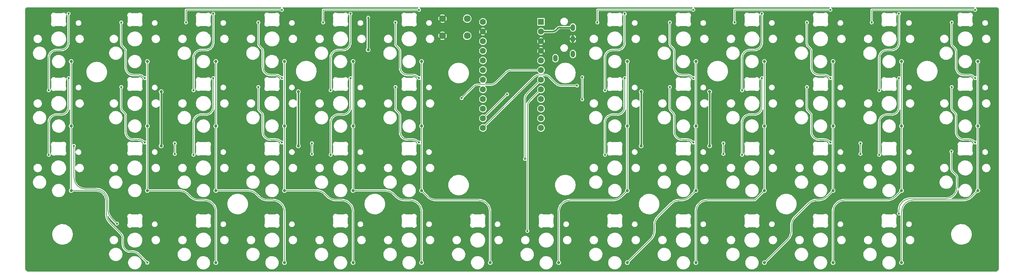
<source format=gbr>
%TF.GenerationSoftware,KiCad,Pcbnew,(6.0.7)*%
%TF.CreationDate,2022-09-18T11:37:26+07:00*%
%TF.ProjectId,Naked48,4e616b65-6434-4382-9e6b-696361645f70,rev?*%
%TF.SameCoordinates,Original*%
%TF.FileFunction,Copper,L1,Top*%
%TF.FilePolarity,Positive*%
%FSLAX46Y46*%
G04 Gerber Fmt 4.6, Leading zero omitted, Abs format (unit mm)*
G04 Created by KiCad (PCBNEW (6.0.7)) date 2022-09-18 11:37:26*
%MOMM*%
%LPD*%
G01*
G04 APERTURE LIST*
%TA.AperFunction,ComponentPad*%
%ADD10O,1.200000X1.800000*%
%TD*%
%TA.AperFunction,ComponentPad*%
%ADD11C,1.800000*%
%TD*%
%TA.AperFunction,ComponentPad*%
%ADD12R,1.600000X1.600000*%
%TD*%
%TA.AperFunction,ComponentPad*%
%ADD13C,1.600000*%
%TD*%
%TA.AperFunction,ViaPad*%
%ADD14C,0.600000*%
%TD*%
%TA.AperFunction,ViaPad*%
%ADD15C,0.800000*%
%TD*%
%TA.AperFunction,Conductor*%
%ADD16C,0.200000*%
%TD*%
%TA.AperFunction,Conductor*%
%ADD17C,0.400000*%
%TD*%
G04 APERTURE END LIST*
D10*
%TO.P,J1,1*%
%TO.N,DATA*%
X159000000Y-24080000D03*
%TO.P,J1,2*%
%TO.N,GND*%
X159000000Y-27080000D03*
%TO.P,J1,3*%
%TO.N,+5V*%
X159000000Y-31080000D03*
%TO.P,J1,4*%
%TO.N,N/C*%
X154400000Y-32180000D03*
%TD*%
D11*
%TO.P,SW1,1*%
%TO.N,RST*%
X131250000Y-21750000D03*
%TO.P,SW1,2*%
%TO.N,GND*%
X124750000Y-26250000D03*
%TO.P,SW1,3*%
%TO.N,RST*%
X131250000Y-26250000D03*
%TO.P,SW1,4*%
%TO.N,GND*%
X124750000Y-21750000D03*
%TD*%
D12*
%TO.P,U1,1*%
%TO.N,RGB*%
X150619999Y-22610000D03*
D13*
%TO.P,U1,2*%
%TO.N,DATA*%
X150619999Y-25150000D03*
%TO.P,U1,3*%
%TO.N,GND*%
X150619999Y-27690000D03*
%TO.P,U1,4*%
X150619999Y-30230000D03*
%TO.P,U1,5*%
%TO.N,Row0*%
X150619999Y-32770000D03*
%TO.P,U1,6*%
%TO.N,Row1*%
X150619999Y-35310000D03*
%TO.P,U1,7*%
%TO.N,Row2*%
X150619999Y-37850000D03*
%TO.P,U1,8*%
%TO.N,Row3*%
X150619999Y-40390000D03*
%TO.P,U1,9*%
%TO.N,Col8*%
X150619999Y-42930000D03*
%TO.P,U1,10*%
%TO.N,Col9*%
X150619999Y-45470000D03*
%TO.P,U1,11*%
%TO.N,Col10*%
X150619999Y-48010000D03*
%TO.P,U1,12*%
%TO.N,Col11*%
X150619999Y-50550000D03*
%TO.P,U1,13*%
%TO.N,Col7*%
X135379999Y-50550000D03*
%TO.P,U1,14*%
%TO.N,Col6*%
X135379999Y-48010000D03*
%TO.P,U1,15*%
%TO.N,Col5*%
X135379999Y-45470000D03*
%TO.P,U1,16*%
%TO.N,Col4*%
X135379999Y-42930000D03*
%TO.P,U1,17*%
%TO.N,Col3*%
X135379999Y-40390000D03*
%TO.P,U1,18*%
%TO.N,Col2*%
X135379999Y-37850000D03*
%TO.P,U1,19*%
%TO.N,Col1*%
X135379999Y-35310000D03*
%TO.P,U1,20*%
%TO.N,Col0*%
X135379999Y-32770000D03*
%TO.P,U1,21*%
%TO.N,+5V*%
X135379999Y-30230000D03*
%TO.P,U1,22*%
%TO.N,RST*%
X135379999Y-27690000D03*
%TO.P,U1,23*%
%TO.N,GND*%
X135379999Y-25150000D03*
%TO.P,U1,24*%
%TO.N,Net-(U1-Pad24)*%
X135379999Y-22610000D03*
%TD*%
D14*
%TO.N,Net-(RGB1-Pad2)*%
X26595000Y-20435000D03*
X21405000Y-40625000D03*
%TO.N,Net-(RGB2-Pad2)*%
X26595000Y-37435000D03*
X21405000Y-57625000D03*
%TO.N,Net-(RGB3-Pad2)*%
X28000000Y-55250000D03*
X39300000Y-75750000D03*
%TO.N,Net-(RGB10-Pad2)*%
X258350000Y-56750000D03*
X244595000Y-73105000D03*
%TO.N,Net-(RGB17-Pad4)*%
X264595000Y-54385000D03*
X258430000Y-39750000D03*
%TO.N,Net-(RGB17-Pad2)*%
X264595000Y-37385000D03*
X258430000Y-22750000D03*
%TO.N,Net-(RGB18-Pad4)*%
X172595000Y-20435000D03*
X167405000Y-40625000D03*
%TO.N,Net-(RGB18-Pad2)*%
X172595000Y-37435000D03*
X167405000Y-57625000D03*
%TO.N,Net-(RGB19-Pad2)*%
X237430000Y-22750000D03*
X264595000Y-19430000D03*
%TO.N,Net-(RGB20-Pad4)*%
X190595000Y-19430000D03*
X165430000Y-22750000D03*
%TO.N,Net-(RGB21-Pad2)*%
X244595000Y-20435000D03*
X239405000Y-40625000D03*
%TO.N,Net-(RGB22-Pad4)*%
X184430000Y-22750000D03*
X190595000Y-37385000D03*
%TO.N,Net-(RGB23-Pad2)*%
X239405000Y-57625000D03*
X244595000Y-37435000D03*
%TO.N,Net-(RGB24-Pad4)*%
X184430000Y-39750000D03*
X190595000Y-54385000D03*
%TO.N,Net-(RGB25-Pad2)*%
X234500000Y-57380000D03*
X234500000Y-54580000D03*
%TO.N,Net-(RGB26-Pad4)*%
X198500000Y-54580000D03*
X198500000Y-57380000D03*
%TO.N,Net-(RGB27-Pad2)*%
X226595000Y-54385000D03*
X220430000Y-39750000D03*
%TO.N,Net-(RGB28-Pad4)*%
X203405000Y-57625000D03*
X208595000Y-37435000D03*
%TO.N,Net-(RGB29-Pad2)*%
X226595000Y-37385000D03*
X220430000Y-22750000D03*
%TO.N,Net-(RGB30-Pad4)*%
X203405000Y-40625000D03*
X208595000Y-20435000D03*
%TO.N,Net-(RGB31-Pad2)*%
X201430000Y-22750000D03*
X226595000Y-19430000D03*
%TO.N,Net-(RGB34-Pad4)*%
X40430000Y-22750000D03*
X46595000Y-37385000D03*
%TO.N,Net-(RGB35-Pad2)*%
X118595000Y-54385000D03*
X112430000Y-39750000D03*
%TO.N,Net-(RGB36-Pad4)*%
X40430000Y-39750000D03*
X46595000Y-54385000D03*
%TO.N,Net-(RGB37-Pad2)*%
X112430000Y-22750000D03*
X118595000Y-37385000D03*
%TO.N,Net-(RGB38-Pad4)*%
X54500000Y-57380000D03*
X54500000Y-54580000D03*
%TO.N,Net-(RGB39-Pad2)*%
X93430000Y-22750000D03*
X118595000Y-19430000D03*
%TO.N,Net-(RGB40-Pad4)*%
X64595000Y-37435000D03*
X59405000Y-57625000D03*
%TO.N,Net-(RGB41-Pad2)*%
X100595000Y-20435000D03*
X95405000Y-40625000D03*
%TO.N,Net-(RGB42-Pad4)*%
X59405000Y-40625000D03*
X64595000Y-20435000D03*
%TO.N,Net-(RGB43-Pad2)*%
X100595000Y-37435000D03*
X95405000Y-57625000D03*
%TO.N,Net-(RGB44-Pad4)*%
X82595000Y-19430000D03*
X57430000Y-22750000D03*
%TO.N,Net-(RGB45-Pad2)*%
X90500000Y-54580000D03*
X90500000Y-57380000D03*
%TO.N,Net-(RGB46-Pad4)*%
X76430000Y-22750000D03*
X82595000Y-37385000D03*
%TO.N,Net-(RGB47-Pad2)*%
X82595000Y-54385000D03*
X76430000Y-39750000D03*
D15*
%TO.N,Col0*%
X27275000Y-50030000D03*
D14*
X47275000Y-86030000D03*
D15*
X27275000Y-33030000D03*
X27275000Y-67030000D03*
%TO.N,Col1*%
X47275000Y-50030000D03*
X65275000Y-86030000D03*
X47275000Y-33030000D03*
X47275000Y-67030000D03*
%TO.N,Col2*%
X65275000Y-50030000D03*
X65275000Y-67030000D03*
X65275000Y-33030000D03*
X83275000Y-86030000D03*
%TO.N,Col3*%
X83275000Y-50030000D03*
X83275000Y-67030000D03*
X83275000Y-33030000D03*
X101275000Y-86030000D03*
%TO.N,Col4*%
X101275000Y-50030000D03*
X101275000Y-67030000D03*
X101275000Y-33030000D03*
X119275000Y-86030000D03*
%TO.N,Col5*%
X119275000Y-50030000D03*
X119275000Y-67030000D03*
X119275000Y-33030000D03*
X137275000Y-86030000D03*
%TO.N,Col6*%
X173275000Y-50030000D03*
X173275000Y-67030000D03*
X173275000Y-33030000D03*
D14*
X161463235Y-43006765D03*
X161463235Y-37163235D03*
X141729999Y-41660000D03*
D15*
X155275000Y-86030000D03*
%TO.N,Col7*%
X191275000Y-67030000D03*
X191275000Y-33030000D03*
D14*
X160075000Y-39400000D03*
D15*
X173275000Y-86030000D03*
X191275000Y-50030000D03*
%TO.N,Col11*%
X265275000Y-67030000D03*
X265275000Y-50030000D03*
X265275000Y-33030000D03*
X245275000Y-86030000D03*
%TO.N,Col10*%
X245275000Y-50030000D03*
X245275000Y-67030000D03*
X245275000Y-33030000D03*
X227275000Y-86030000D03*
%TO.N,Col9*%
X227275000Y-50030000D03*
X227275000Y-67030000D03*
X227275000Y-33030000D03*
X209275000Y-86030000D03*
%TO.N,Col8*%
X209275000Y-50030000D03*
X209275000Y-67030000D03*
X209275000Y-33030000D03*
X191275000Y-86030000D03*
D14*
%TO.N,Row3*%
X147055000Y-77680000D03*
%TO.N,Row2*%
X146400000Y-58680000D03*
%TO.N,Row1*%
X129800000Y-42680000D03*
D15*
%TO.N,+5V*%
X194900000Y-40980000D03*
X194900000Y-55280000D03*
X105250000Y-29980000D03*
X50900000Y-40980000D03*
D14*
X105250000Y-21480000D03*
D15*
X86900000Y-55280000D03*
X86900000Y-40980000D03*
X176900000Y-55280000D03*
X176900000Y-40980000D03*
X50900000Y-55280000D03*
%TO.N,GND*%
X40370000Y-74250000D03*
X58370000Y-21250000D03*
X76370000Y-21250000D03*
X94370000Y-21250000D03*
X112370000Y-21250000D03*
X166370000Y-21250000D03*
X184370000Y-21250000D03*
X202370000Y-21250000D03*
X220370000Y-21250000D03*
X238370000Y-21250000D03*
X40370000Y-38250000D03*
X58370000Y-38250000D03*
X76370000Y-38250000D03*
X94370000Y-38250000D03*
X112370000Y-38250000D03*
X166370000Y-38250000D03*
X184370000Y-38250000D03*
X202370000Y-38250000D03*
X220370000Y-38250000D03*
X238370000Y-38250000D03*
X40370000Y-55250000D03*
X58370000Y-55250000D03*
X76370000Y-55250000D03*
X94370000Y-55250000D03*
X112370000Y-55250000D03*
X166370000Y-55250000D03*
X184370000Y-55250000D03*
X202370000Y-55250000D03*
X220370000Y-55250000D03*
X238370000Y-55250000D03*
X58370000Y-74250000D03*
X76370000Y-74250000D03*
X94370000Y-74250000D03*
X112370000Y-74250000D03*
X130370000Y-74250000D03*
X148370000Y-74250000D03*
X166370000Y-74250000D03*
X184370000Y-74250000D03*
X202370000Y-74250000D03*
X220370000Y-74250000D03*
X238370000Y-74250000D03*
X20370000Y-55250000D03*
X258370000Y-55250000D03*
X40370000Y-21250000D03*
X20370000Y-21250000D03*
X20370000Y-38250000D03*
X258370000Y-21250000D03*
X258370000Y-38250000D03*
%TD*%
D16*
%TO.N,Net-(RGB1-Pad2)*%
X26595000Y-28030000D02*
X26595000Y-20435000D01*
X21405000Y-40625000D02*
X21405000Y-32030000D01*
X23405000Y-30030000D02*
X24595000Y-30030000D01*
X26595000Y-28030000D02*
G75*
G02*
X24595000Y-30030000I-2000000J0D01*
G01*
X23405000Y-30030000D02*
G75*
G03*
X21405000Y-32030000I0J-2000000D01*
G01*
%TO.N,Net-(RGB2-Pad2)*%
X21405000Y-57625000D02*
X21405000Y-49030000D01*
X26595000Y-45030000D02*
X26595000Y-37435000D01*
X23405000Y-47030000D02*
X24595000Y-47030000D01*
X23405000Y-47030000D02*
G75*
G03*
X21405000Y-49030000I0J-2000000D01*
G01*
X26595000Y-45030000D02*
G75*
G02*
X24595000Y-47030000I-2000000J0D01*
G01*
%TO.N,Net-(RGB3-Pad2)*%
X39300000Y-75750000D02*
X39300000Y-75750000D01*
X39300000Y-75750000D02*
X37778689Y-74228689D01*
X36900010Y-72107369D02*
X36900010Y-69629990D01*
X33900010Y-66629990D02*
X31000000Y-66629990D01*
X28000000Y-63629990D02*
X28000000Y-55250000D01*
X31000000Y-66630000D02*
G75*
G02*
X28000000Y-63629990I0J3000000D01*
G01*
X33900010Y-66629990D02*
G75*
G02*
X36900010Y-69629990I-10J-3000010D01*
G01*
X37778676Y-74228702D02*
G75*
G02*
X36900010Y-72107369I2121324J2121302D01*
G01*
%TO.N,Net-(RGB10-Pad2)*%
X258642893Y-61967893D02*
X259557107Y-62882107D01*
X256850000Y-69129990D02*
X247595000Y-69129990D01*
X244595000Y-72129990D02*
X244595000Y-73105000D01*
X259850000Y-63589214D02*
X259850000Y-66129990D01*
X258350000Y-56750000D02*
X258350000Y-61260786D01*
X258642886Y-61967900D02*
G75*
G02*
X258350000Y-61260786I707114J707100D01*
G01*
X259849990Y-66129990D02*
G75*
G02*
X256850000Y-69129990I-2999990J-10D01*
G01*
X244594990Y-72129990D02*
G75*
G02*
X247595000Y-69129990I3000010J-10D01*
G01*
X259557114Y-62882100D02*
G75*
G02*
X259850000Y-63589214I-707114J-707100D01*
G01*
%TO.N,Net-(RGB17-Pad4)*%
X259600000Y-51580000D02*
X259600000Y-47294214D01*
X259307107Y-46587107D02*
X258722893Y-46002893D01*
X262961573Y-53580000D02*
X261600000Y-53580000D01*
X258430000Y-45295786D02*
X258430000Y-39750000D01*
X264595000Y-54385000D02*
X264375786Y-54165786D01*
X259600000Y-51580000D02*
G75*
G03*
X261600000Y-53580000I2000000J0D01*
G01*
X259307114Y-46587100D02*
G75*
G02*
X259600000Y-47294214I-707114J-707100D01*
G01*
X264375800Y-54165772D02*
G75*
G03*
X262961573Y-53580000I-1414200J-1414228D01*
G01*
X258430010Y-45295786D02*
G75*
G03*
X258722893Y-46002893I999990J-14D01*
G01*
%TO.N,Net-(RGB17-Pad2)*%
X258430000Y-28295786D02*
X258430000Y-22750000D01*
X264595000Y-37385000D02*
X264375786Y-37165786D01*
X262961573Y-36580000D02*
X261600000Y-36580000D01*
X259307107Y-29587107D02*
X258722893Y-29002893D01*
X259600000Y-34580000D02*
X259600000Y-30294214D01*
X258722886Y-29002900D02*
G75*
G02*
X258430000Y-28295786I707114J707100D01*
G01*
X259307114Y-29587100D02*
G75*
G02*
X259600000Y-30294214I-707114J-707100D01*
G01*
X262961573Y-36580020D02*
G75*
G02*
X264375785Y-37165787I27J-1999980D01*
G01*
X259600000Y-34580000D02*
G75*
G03*
X261600000Y-36580000I2000000J0D01*
G01*
%TO.N,Net-(RGB18-Pad4)*%
X172595000Y-28030000D02*
X172595000Y-20435000D01*
X169405000Y-30030000D02*
X170595000Y-30030000D01*
X167405000Y-40625000D02*
X167405000Y-32030000D01*
X170595000Y-30030000D02*
G75*
G03*
X172595000Y-28030000I0J2000000D01*
G01*
X169405000Y-30030000D02*
G75*
G03*
X167405000Y-32030000I0J-2000000D01*
G01*
%TO.N,Net-(RGB18-Pad2)*%
X167405000Y-57625000D02*
X167405000Y-49030000D01*
X169405000Y-47030000D02*
X170595000Y-47030000D01*
X172595000Y-45030000D02*
X172595000Y-37435000D01*
X169405000Y-47030000D02*
G75*
G03*
X167405000Y-49030000I0J-2000000D01*
G01*
X172595000Y-45030000D02*
G75*
G02*
X170595000Y-47030000I-2000000J0D01*
G01*
%TO.N,Net-(RGB19-Pad2)*%
X237430000Y-22750000D02*
X237430000Y-19430000D01*
X237430000Y-19430000D02*
X264595000Y-19430000D01*
%TO.N,Net-(RGB20-Pad4)*%
X165430000Y-19430000D02*
X190595000Y-19430000D01*
X165430000Y-22750000D02*
X165430000Y-19430000D01*
%TO.N,Net-(RGB21-Pad2)*%
X244595000Y-28030000D02*
X244595000Y-20435000D01*
X239405000Y-40625000D02*
X239405000Y-32030000D01*
X241405000Y-30030000D02*
X242595000Y-30030000D01*
X244595000Y-28030000D02*
G75*
G02*
X242595000Y-30030000I-2000000J0D01*
G01*
X239405000Y-32030000D02*
G75*
G02*
X241405000Y-30030000I2000000J0D01*
G01*
%TO.N,Net-(RGB22-Pad4)*%
X188961573Y-36580000D02*
X187600000Y-36580000D01*
X190595000Y-37385000D02*
X190375786Y-37165786D01*
X185600000Y-34580000D02*
X185600000Y-30294214D01*
X185307107Y-29587107D02*
X184722893Y-29002893D01*
X184430000Y-28295786D02*
X184430000Y-22750000D01*
X185307114Y-29587100D02*
G75*
G02*
X185600000Y-30294214I-707114J-707100D01*
G01*
X184430010Y-28295786D02*
G75*
G03*
X184722893Y-29002893I999990J-14D01*
G01*
X190375800Y-37165772D02*
G75*
G03*
X188961573Y-36580000I-1414200J-1414228D01*
G01*
X187600000Y-36580000D02*
G75*
G02*
X185600000Y-34580000I0J2000000D01*
G01*
%TO.N,Net-(RGB23-Pad2)*%
X241405000Y-47030000D02*
X242595000Y-47030000D01*
X239405000Y-57625000D02*
X239405000Y-49030000D01*
X244595000Y-45030000D02*
X244595000Y-37435000D01*
X239405000Y-49030000D02*
G75*
G02*
X241405000Y-47030000I2000000J0D01*
G01*
X242595000Y-47030000D02*
G75*
G03*
X244595000Y-45030000I0J2000000D01*
G01*
%TO.N,Net-(RGB24-Pad4)*%
X190595000Y-54385000D02*
X190375786Y-54165786D01*
X185307107Y-46587107D02*
X184722893Y-46002893D01*
X185600000Y-51580000D02*
X185600000Y-47294214D01*
X188961573Y-53580000D02*
X187600000Y-53580000D01*
X184430000Y-45295786D02*
X184430000Y-39750000D01*
X188961573Y-53580020D02*
G75*
G02*
X190375785Y-54165787I27J-1999980D01*
G01*
X184430010Y-45295786D02*
G75*
G03*
X184722893Y-46002893I999990J-14D01*
G01*
X185600000Y-51580000D02*
G75*
G03*
X187600000Y-53580000I2000000J0D01*
G01*
X185599990Y-47294214D02*
G75*
G03*
X185307107Y-46587107I-999990J14D01*
G01*
%TO.N,Net-(RGB25-Pad2)*%
X234500000Y-54580000D02*
X234500000Y-57380000D01*
%TO.N,Net-(RGB26-Pad4)*%
X198500000Y-54580000D02*
X198500000Y-57380000D01*
%TO.N,Net-(RGB27-Pad2)*%
X226595000Y-54385000D02*
X226375786Y-54165786D01*
X224961573Y-53580000D02*
X223600000Y-53580000D01*
X220430000Y-45295786D02*
X220430000Y-39750000D01*
X221600000Y-51580000D02*
X221600000Y-47294214D01*
X221307107Y-46587107D02*
X220722893Y-46002893D01*
X221599990Y-47294214D02*
G75*
G03*
X221307107Y-46587107I-999990J14D01*
G01*
X221600000Y-51580000D02*
G75*
G03*
X223600000Y-53580000I2000000J0D01*
G01*
X220722886Y-46002900D02*
G75*
G02*
X220430000Y-45295786I707114J707100D01*
G01*
X226375800Y-54165772D02*
G75*
G03*
X224961573Y-53580000I-1414200J-1414228D01*
G01*
%TO.N,Net-(RGB28-Pad4)*%
X203405000Y-57625000D02*
X203405000Y-49030000D01*
X208595000Y-45030000D02*
X208595000Y-37435000D01*
X205405000Y-47030000D02*
X206595000Y-47030000D01*
X208595000Y-45030000D02*
G75*
G02*
X206595000Y-47030000I-2000000J0D01*
G01*
X205405000Y-47030000D02*
G75*
G03*
X203405000Y-49030000I0J-2000000D01*
G01*
%TO.N,Net-(RGB29-Pad2)*%
X224961573Y-36580000D02*
X223600000Y-36580000D01*
X220430000Y-28295786D02*
X220430000Y-22750000D01*
X221600000Y-34580000D02*
X221600000Y-30294214D01*
X226595000Y-37385000D02*
X226375786Y-37165786D01*
X221307107Y-29587107D02*
X220722893Y-29002893D01*
X220430010Y-28295786D02*
G75*
G03*
X220722893Y-29002893I999990J-14D01*
G01*
X221307114Y-29587100D02*
G75*
G02*
X221600000Y-30294214I-707114J-707100D01*
G01*
X223600000Y-36580000D02*
G75*
G02*
X221600000Y-34580000I0J2000000D01*
G01*
X226375800Y-37165772D02*
G75*
G03*
X224961573Y-36580000I-1414200J-1414228D01*
G01*
%TO.N,Net-(RGB30-Pad4)*%
X203405000Y-40625000D02*
X203405000Y-32030000D01*
X205405000Y-30030000D02*
X206595000Y-30030000D01*
X208595000Y-28030000D02*
X208595000Y-20435000D01*
X206595000Y-30030000D02*
G75*
G03*
X208595000Y-28030000I0J2000000D01*
G01*
X205405000Y-30030000D02*
G75*
G03*
X203405000Y-32030000I0J-2000000D01*
G01*
%TO.N,Net-(RGB31-Pad2)*%
X201430000Y-19430000D02*
X226595000Y-19430000D01*
X201430000Y-22750000D02*
X201430000Y-19430000D01*
%TO.N,Net-(RGB34-Pad4)*%
X41600000Y-34580000D02*
X41600000Y-30294214D01*
X40430000Y-28295786D02*
X40430000Y-22750000D01*
X46595000Y-37385000D02*
X46375786Y-37165786D01*
X41307107Y-29587107D02*
X40722893Y-29002893D01*
X44961573Y-36580000D02*
X43600000Y-36580000D01*
X43600000Y-36580000D02*
G75*
G02*
X41600000Y-34580000I0J2000000D01*
G01*
X40722886Y-29002900D02*
G75*
G02*
X40430000Y-28295786I707114J707100D01*
G01*
X41599990Y-30294214D02*
G75*
G03*
X41307107Y-29587107I-999990J14D01*
G01*
X44961573Y-36580020D02*
G75*
G02*
X46375785Y-37165787I27J-1999980D01*
G01*
%TO.N,Net-(RGB35-Pad2)*%
X116961573Y-53580000D02*
X115600000Y-53580000D01*
X113600000Y-51580000D02*
X113600000Y-47294214D01*
X113307107Y-46587107D02*
X112722893Y-46002893D01*
X118595000Y-54385000D02*
X118375786Y-54165786D01*
X112430000Y-45295786D02*
X112430000Y-39750000D01*
X118375800Y-54165772D02*
G75*
G03*
X116961573Y-53580000I-1414200J-1414228D01*
G01*
X112722886Y-46002900D02*
G75*
G02*
X112430000Y-45295786I707114J707100D01*
G01*
X113307114Y-46587100D02*
G75*
G02*
X113600000Y-47294214I-707114J-707100D01*
G01*
X113600000Y-51580000D02*
G75*
G03*
X115600000Y-53580000I2000000J0D01*
G01*
%TO.N,Net-(RGB36-Pad4)*%
X44961573Y-53580000D02*
X43600000Y-53580000D01*
X41307107Y-46587107D02*
X40722893Y-46002893D01*
X40430000Y-45295786D02*
X40430000Y-39750000D01*
X46595000Y-54385000D02*
X46375786Y-54165786D01*
X41600000Y-51580000D02*
X41600000Y-47294214D01*
X44961573Y-53580020D02*
G75*
G02*
X46375785Y-54165787I27J-1999980D01*
G01*
X40430010Y-45295786D02*
G75*
G03*
X40722893Y-46002893I999990J-14D01*
G01*
X41599990Y-47294214D02*
G75*
G03*
X41307107Y-46587107I-999990J14D01*
G01*
X43600000Y-53580000D02*
G75*
G02*
X41600000Y-51580000I0J2000000D01*
G01*
%TO.N,Net-(RGB37-Pad2)*%
X112430000Y-28295786D02*
X112430000Y-22750000D01*
X118595000Y-37385000D02*
X118375786Y-37165786D01*
X113600000Y-34580000D02*
X113600000Y-30294214D01*
X116961573Y-36580000D02*
X115600000Y-36580000D01*
X113307107Y-29587107D02*
X112722893Y-29002893D01*
X112430010Y-28295786D02*
G75*
G03*
X112722893Y-29002893I999990J-14D01*
G01*
X118375800Y-37165772D02*
G75*
G03*
X116961573Y-36580000I-1414200J-1414228D01*
G01*
X113600000Y-34580000D02*
G75*
G03*
X115600000Y-36580000I2000000J0D01*
G01*
X113599990Y-30294214D02*
G75*
G03*
X113307107Y-29587107I-999990J14D01*
G01*
%TO.N,Net-(RGB38-Pad4)*%
X54500000Y-54580000D02*
X54500000Y-57380000D01*
%TO.N,Net-(RGB39-Pad2)*%
X118595000Y-19430000D02*
X118595000Y-19430000D01*
X93430000Y-19430000D02*
X118595000Y-19430000D01*
X93430000Y-22750000D02*
X93430000Y-19430000D01*
%TO.N,Net-(RGB40-Pad4)*%
X64595000Y-45030000D02*
X64595000Y-37435000D01*
X61405000Y-47030000D02*
X62595000Y-47030000D01*
X59405000Y-57625000D02*
X59405000Y-49030000D01*
X62595000Y-47030000D02*
G75*
G03*
X64595000Y-45030000I0J2000000D01*
G01*
X61405000Y-47030000D02*
G75*
G03*
X59405000Y-49030000I0J-2000000D01*
G01*
%TO.N,Net-(RGB41-Pad2)*%
X97405000Y-30030000D02*
X98595000Y-30030000D01*
X100595000Y-28030000D02*
X100595000Y-20435000D01*
X95405000Y-40625000D02*
X95405000Y-32030000D01*
X100595000Y-28030000D02*
G75*
G02*
X98595000Y-30030000I-2000000J0D01*
G01*
X95405000Y-32030000D02*
G75*
G02*
X97405000Y-30030000I2000000J0D01*
G01*
%TO.N,Net-(RGB42-Pad4)*%
X64595000Y-28030000D02*
X64595000Y-20435000D01*
X61405000Y-30030000D02*
X62595000Y-30030000D01*
X59405000Y-40625000D02*
X59405000Y-32030000D01*
X62595000Y-30030000D02*
G75*
G03*
X64595000Y-28030000I0J2000000D01*
G01*
X61405000Y-30030000D02*
G75*
G03*
X59405000Y-32030000I0J-2000000D01*
G01*
%TO.N,Net-(RGB43-Pad2)*%
X98595000Y-47030000D02*
X97405000Y-47030000D01*
X95405000Y-49030000D02*
X95405000Y-57625000D01*
X100595000Y-37435000D02*
X100595000Y-45030000D01*
X97405000Y-47030000D02*
G75*
G03*
X95405000Y-49030000I0J-2000000D01*
G01*
X98595000Y-47030000D02*
G75*
G03*
X100595000Y-45030000I0J2000000D01*
G01*
%TO.N,Net-(RGB44-Pad4)*%
X57430000Y-22750000D02*
X57430000Y-19430000D01*
X57430000Y-19430000D02*
X82595000Y-19430000D01*
%TO.N,Net-(RGB45-Pad2)*%
X90500000Y-54580000D02*
X90500000Y-57380000D01*
%TO.N,Net-(RGB46-Pad4)*%
X77600000Y-34580000D02*
X77600000Y-30294214D01*
X76430000Y-28295786D02*
X76430000Y-22750000D01*
X77307107Y-29587107D02*
X76722893Y-29002893D01*
X80961573Y-36580000D02*
X79600000Y-36580000D01*
X82595000Y-37385000D02*
X82375786Y-37165786D01*
X76722886Y-29002900D02*
G75*
G02*
X76430000Y-28295786I707114J707100D01*
G01*
X80961573Y-36580020D02*
G75*
G02*
X82375785Y-37165787I27J-1999980D01*
G01*
X77307114Y-29587100D02*
G75*
G02*
X77600000Y-30294214I-707114J-707100D01*
G01*
X79600000Y-36580000D02*
G75*
G02*
X77600000Y-34580000I0J2000000D01*
G01*
%TO.N,Net-(RGB47-Pad2)*%
X82595000Y-54385000D02*
X82375786Y-54165786D01*
X77600000Y-51580000D02*
X77600000Y-47294214D01*
X76430000Y-45295786D02*
X76430000Y-39750000D01*
X80961573Y-53580000D02*
X79600000Y-53580000D01*
X77307107Y-46587107D02*
X76722893Y-46002893D01*
X80961573Y-53580020D02*
G75*
G02*
X82375785Y-54165787I27J-1999980D01*
G01*
X77599990Y-47294214D02*
G75*
G03*
X77307107Y-46587107I-999990J14D01*
G01*
X77600000Y-51580000D02*
G75*
G03*
X79600000Y-53580000I2000000J0D01*
G01*
X76722886Y-46002900D02*
G75*
G02*
X76430000Y-45295786I707114J707100D01*
G01*
%TO.N,Col0*%
X36500000Y-69630000D02*
X36500000Y-73307359D01*
X37378680Y-75428680D02*
X40264215Y-78314215D01*
X42850001Y-83125000D02*
X43541573Y-83125000D01*
X44955787Y-83710787D02*
X47275000Y-86030000D01*
X40850001Y-79728428D02*
X40850001Y-81125000D01*
X27275000Y-33030000D02*
X27275000Y-50030000D01*
X27275000Y-67030000D02*
X33900000Y-67030000D01*
X27275000Y-50030000D02*
X27275000Y-67030000D01*
X33900000Y-67030000D02*
G75*
G02*
X36500000Y-69630000I0J-2600000D01*
G01*
X40850000Y-81125000D02*
G75*
G03*
X42850001Y-83125000I2000000J0D01*
G01*
X37378680Y-75428680D02*
G75*
G02*
X36500000Y-73307359I2121320J2121320D01*
G01*
X44955801Y-83710773D02*
G75*
G03*
X43541573Y-83125000I-1414201J-1414227D01*
G01*
X40849980Y-79728428D02*
G75*
G03*
X40264214Y-78314216I-1999980J28D01*
G01*
%TO.N,Col1*%
X65275000Y-72530000D02*
X65275000Y-86030000D01*
X57878680Y-67908680D02*
X58621321Y-68651321D01*
X47275000Y-67030000D02*
X55757359Y-67030000D01*
X47275000Y-33030000D02*
X47275000Y-50030000D01*
X60742641Y-69530000D02*
X62275000Y-69530000D01*
X47275000Y-50030000D02*
X47275000Y-67030000D01*
X60742641Y-69529971D02*
G75*
G02*
X58621321Y-68651321I-41J2999971D01*
G01*
X62275000Y-69530000D02*
G75*
G02*
X65275000Y-72530000I0J-3000000D01*
G01*
X55757359Y-67030029D02*
G75*
G02*
X57878680Y-67908680I41J-2999971D01*
G01*
%TO.N,Col2*%
X65275000Y-50030000D02*
X65275000Y-67030000D01*
X65275000Y-33030000D02*
X65275000Y-50030000D01*
X78742641Y-69530000D02*
X80275000Y-69530000D01*
X83275000Y-72530000D02*
X83275000Y-86030000D01*
X75878680Y-67908680D02*
X76621321Y-68651321D01*
X65275000Y-67030000D02*
X73757359Y-67030000D01*
X80275000Y-69530000D02*
G75*
G02*
X83275000Y-72530000I0J-3000000D01*
G01*
X78742641Y-69529971D02*
G75*
G02*
X76621321Y-68651321I-41J2999971D01*
G01*
X73757359Y-67030029D02*
G75*
G02*
X75878680Y-67908680I41J-2999971D01*
G01*
%TO.N,Col3*%
X83275000Y-50030000D02*
X83275000Y-67030000D01*
X83275000Y-33030000D02*
X83275000Y-50030000D01*
X93878680Y-67908680D02*
X94621321Y-68651321D01*
X83275000Y-67030000D02*
X91757359Y-67030000D01*
X96742641Y-69530000D02*
X98275000Y-69530000D01*
X101275000Y-72530000D02*
X101275000Y-86030000D01*
X94621301Y-68651341D02*
G75*
G03*
X96742641Y-69530000I2121299J2121341D01*
G01*
X91757359Y-67030029D02*
G75*
G02*
X93878680Y-67908680I41J-2999971D01*
G01*
X98275000Y-69530000D02*
G75*
G02*
X101275000Y-72530000I0J-3000000D01*
G01*
%TO.N,Col4*%
X101275000Y-50030000D02*
X101275000Y-67030000D01*
X101275000Y-33030000D02*
X101275000Y-50030000D01*
X114742641Y-69530000D02*
X116275000Y-69530000D01*
X111878680Y-67908680D02*
X112621321Y-68651321D01*
X119275000Y-72530000D02*
X119275000Y-86030000D01*
X101275000Y-67030000D02*
X109757359Y-67030000D01*
X114742641Y-69529971D02*
G75*
G02*
X112621321Y-68651321I-41J2999971D01*
G01*
X116275000Y-69530000D02*
G75*
G02*
X119275000Y-72530000I0J-3000000D01*
G01*
X109757359Y-67030029D02*
G75*
G02*
X111878680Y-67908680I41J-2999971D01*
G01*
%TO.N,Col5*%
X119275000Y-50030000D02*
X119275000Y-67030000D01*
X119275000Y-33030000D02*
X119275000Y-50030000D01*
X137275000Y-72530000D02*
X137275000Y-86030000D01*
X123017641Y-69530000D02*
X134275000Y-69530000D01*
X119275000Y-67030000D02*
X120896321Y-68651321D01*
X137275000Y-72530000D02*
G75*
G03*
X134275000Y-69530000I-3000000J0D01*
G01*
X120896301Y-68651341D02*
G75*
G03*
X123017641Y-69530000I2121299J2121341D01*
G01*
%TO.N,Col6*%
X173275000Y-50030000D02*
X173275000Y-67030000D01*
X173275000Y-33030000D02*
X173275000Y-50030000D01*
X141729999Y-41660000D02*
X141729999Y-41660000D01*
X161463235Y-37163235D02*
X161463235Y-43006765D01*
X155275000Y-72530000D02*
X155275000Y-86030000D01*
X171653680Y-68651320D02*
X173275000Y-67030000D01*
X135379999Y-48010000D02*
X141729999Y-41660000D01*
X158275000Y-69530000D02*
X169532359Y-69530000D01*
X158275000Y-69530000D02*
G75*
G03*
X155275000Y-72530000I0J-3000000D01*
G01*
X171653700Y-68651340D02*
G75*
G02*
X169532359Y-69530000I-2121300J2121340D01*
G01*
%TO.N,Col7*%
X191275000Y-50030000D02*
X191275000Y-50030000D01*
X191275000Y-33030000D02*
X191275000Y-50030000D01*
X191275000Y-50030000D02*
X191275000Y-67030000D01*
X173275000Y-86030000D02*
X173275000Y-86030000D01*
X160075000Y-39400000D02*
X160075000Y-39400000D01*
X155978427Y-39400000D02*
X160075000Y-39400000D01*
X189653680Y-68651320D02*
X191275000Y-67030000D01*
X150183426Y-36575000D02*
X151496573Y-36575000D01*
X173275000Y-86030000D02*
X179521321Y-79783679D01*
X180400000Y-77662359D02*
X180400000Y-76067641D01*
X152910787Y-37160787D02*
X154564214Y-38814214D01*
X186937641Y-69530000D02*
X187532359Y-69530000D01*
X181278680Y-73946320D02*
X184816321Y-70408679D01*
X135379999Y-50550000D02*
X148769213Y-37160786D01*
X154564200Y-38814228D02*
G75*
G03*
X155978427Y-39400000I1414200J1414228D01*
G01*
X152910801Y-37160773D02*
G75*
G03*
X151496573Y-36575000I-1414201J-1414227D01*
G01*
X148769200Y-37160773D02*
G75*
G02*
X150183426Y-36575000I1414200J-1414227D01*
G01*
X180400029Y-76067641D02*
G75*
G02*
X181278680Y-73946320I2999971J41D01*
G01*
X179521341Y-79783699D02*
G75*
G03*
X180400000Y-77662359I-2121341J2121299D01*
G01*
X189653700Y-68651340D02*
G75*
G02*
X187532359Y-69530000I-2121300J2121340D01*
G01*
X186937641Y-69530029D02*
G75*
G03*
X184816321Y-70408679I-41J-2999971D01*
G01*
%TO.N,Col11*%
X245275000Y-72530000D02*
X245275000Y-86030000D01*
X245275000Y-86030000D02*
X245275000Y-86030000D01*
X265275000Y-50030000D02*
X265275000Y-67030000D01*
X265275000Y-33030000D02*
X265275000Y-50030000D01*
X263653680Y-68651320D02*
X265275000Y-67030000D01*
X248275000Y-69530000D02*
X261532359Y-69530000D01*
X263653700Y-68651340D02*
G75*
G02*
X261532359Y-69530000I-2121300J2121340D01*
G01*
X248275000Y-69530000D02*
G75*
G03*
X245275000Y-72530000I0J-3000000D01*
G01*
%TO.N,Col10*%
X245275000Y-50030000D02*
X245275000Y-67030000D01*
X245275000Y-33030000D02*
X245275000Y-50030000D01*
X243653680Y-68651320D02*
X245275000Y-67030000D01*
X230275000Y-69530000D02*
X241532359Y-69530000D01*
X227275000Y-86030000D02*
X227275000Y-86030000D01*
X227275000Y-72530000D02*
X227275000Y-86030000D01*
X230275000Y-69530000D02*
G75*
G03*
X227275000Y-72530000I0J-3000000D01*
G01*
X241532359Y-69529971D02*
G75*
G03*
X243653680Y-68651320I41J2999971D01*
G01*
%TO.N,Col9*%
X227275000Y-50030000D02*
X227275000Y-67030000D01*
X227275000Y-33030000D02*
X227275000Y-50030000D01*
X209275000Y-86030000D02*
X209275000Y-86030000D01*
X216350000Y-77767359D02*
X216350000Y-76172641D01*
X209225000Y-86135000D02*
X215471321Y-79888679D01*
X220871320Y-70408680D02*
X217228679Y-74051321D01*
X223532359Y-69530000D02*
X222992641Y-69530000D01*
X225653680Y-68651320D02*
X227275000Y-67030000D01*
X225653700Y-68651340D02*
G75*
G02*
X223532359Y-69530000I-2121300J2121340D01*
G01*
X220871300Y-70408660D02*
G75*
G02*
X222992641Y-69530000I2121300J-2121340D01*
G01*
X217228659Y-74051301D02*
G75*
G03*
X216350000Y-76172641I2121341J-2121299D01*
G01*
X215471341Y-79888699D02*
G75*
G03*
X216350000Y-77767359I-2121341J2121299D01*
G01*
%TO.N,Col8*%
X209275000Y-50030000D02*
X209275000Y-67030000D01*
X209275000Y-33030000D02*
X209275000Y-50030000D01*
X191275000Y-86030000D02*
X191275000Y-86030000D01*
X194275000Y-69530000D02*
X206775000Y-69530000D01*
X206775000Y-69530000D02*
X209275000Y-67030000D01*
X191275000Y-72530000D02*
X191275000Y-86030000D01*
X194275000Y-69530000D02*
G75*
G03*
X191275000Y-72530000I0J-3000000D01*
G01*
%TO.N,Row3*%
X147640787Y-43369212D02*
X150619999Y-40390000D01*
X147055000Y-77680000D02*
X147055000Y-44783426D01*
X147055019Y-44783426D02*
G75*
G02*
X147640787Y-43369212I1999981J26D01*
G01*
%TO.N,Row2*%
X146400000Y-42898426D02*
X146400000Y-58680000D01*
X150619999Y-37850000D02*
X146985786Y-41484213D01*
X146400019Y-42898426D02*
G75*
G02*
X146985786Y-41484213I1999981J26D01*
G01*
%TO.N,Row1*%
X137371573Y-39130000D02*
X134178427Y-39130000D01*
X132764213Y-39715787D02*
X129800000Y-42680000D01*
X150619999Y-35310000D02*
X142848427Y-35310000D01*
X141434213Y-35895787D02*
X138785786Y-38544214D01*
X134178427Y-39130020D02*
G75*
G03*
X132764214Y-39715788I-27J-1999980D01*
G01*
X141434199Y-35895773D02*
G75*
G02*
X142848427Y-35310000I1414201J-1414227D01*
G01*
X138785800Y-38544228D02*
G75*
G02*
X137371573Y-39130000I-1414200J1414228D01*
G01*
D17*
%TO.N,+5V*%
X50900000Y-55280000D02*
X50900000Y-55280000D01*
X194900000Y-40980000D02*
X194900000Y-55280000D01*
X50900000Y-40980000D02*
X50900000Y-55280000D01*
X86900000Y-40980000D02*
X86900000Y-55280000D01*
X105250000Y-21480000D02*
X105250000Y-29980000D01*
X176900000Y-40980000D02*
X176900000Y-55280000D01*
%TO.N,DATA*%
X154422893Y-24857107D02*
X154907107Y-24372893D01*
X155614214Y-24080000D02*
X159000000Y-24080000D01*
X150619999Y-25150000D02*
X153715786Y-25150000D01*
X154422900Y-24857114D02*
G75*
G02*
X153715786Y-25150000I-707100J707114D01*
G01*
X154907100Y-24372886D02*
G75*
G02*
X155614214Y-24080000I707100J-707114D01*
G01*
%TD*%
%TA.AperFunction,Conductor*%
%TO.N,GND*%
G36*
X82405519Y-18799407D02*
G01*
X82441483Y-18848907D01*
X82441483Y-18910093D01*
X82405519Y-18959593D01*
X82391925Y-18967457D01*
X82388529Y-18968428D01*
X82382564Y-18972192D01*
X82382561Y-18972193D01*
X82273244Y-19041167D01*
X82267280Y-19044930D01*
X82262613Y-19050214D01*
X82262611Y-19050216D01*
X82222147Y-19096034D01*
X82169455Y-19127134D01*
X82147943Y-19129500D01*
X57485727Y-19129500D01*
X57476065Y-19129027D01*
X57468609Y-19128296D01*
X57459832Y-19125754D01*
X57450731Y-19126542D01*
X57450729Y-19126542D01*
X57423102Y-19128935D01*
X57422041Y-19129027D01*
X57420840Y-19129131D01*
X57412298Y-19129500D01*
X57402052Y-19129500D01*
X57397559Y-19130337D01*
X57397557Y-19130337D01*
X57394183Y-19130965D01*
X57384605Y-19132269D01*
X57357410Y-19134624D01*
X57357408Y-19134625D01*
X57348304Y-19135413D01*
X57340091Y-19139427D01*
X57334417Y-19141001D01*
X57328932Y-19143117D01*
X57319947Y-19144791D01*
X57312170Y-19149585D01*
X57312167Y-19149586D01*
X57288925Y-19163913D01*
X57280463Y-19168575D01*
X57247731Y-19184575D01*
X57241517Y-19191274D01*
X57236798Y-19194778D01*
X57232435Y-19198734D01*
X57224652Y-19203532D01*
X57219119Y-19210808D01*
X57219118Y-19210809D01*
X57202602Y-19232528D01*
X57196380Y-19239930D01*
X57177818Y-19259940D01*
X57177814Y-19259946D01*
X57171599Y-19266646D01*
X57168210Y-19275140D01*
X57165068Y-19280111D01*
X57162427Y-19285362D01*
X57156892Y-19292641D01*
X57146754Y-19327650D01*
X57143624Y-19336769D01*
X57130117Y-19370622D01*
X57129500Y-19376915D01*
X57129500Y-19377871D01*
X57128771Y-19382252D01*
X57129188Y-19382293D01*
X57128296Y-19391391D01*
X57125754Y-19400168D01*
X57126542Y-19409269D01*
X57126542Y-19409271D01*
X57129131Y-19439160D01*
X57129500Y-19447702D01*
X57129500Y-22297333D01*
X57110593Y-22355524D01*
X57102061Y-22364737D01*
X57102280Y-22364930D01*
X57012044Y-22467103D01*
X57012042Y-22467105D01*
X57007377Y-22472388D01*
X56946447Y-22602163D01*
X56945362Y-22609132D01*
X56945361Y-22609135D01*
X56933400Y-22685959D01*
X56924391Y-22743823D01*
X56925306Y-22750820D01*
X56925306Y-22750821D01*
X56938670Y-22853021D01*
X56942980Y-22885979D01*
X56945821Y-22892435D01*
X56945821Y-22892436D01*
X56996858Y-23008425D01*
X57000720Y-23017203D01*
X57029216Y-23051103D01*
X57088431Y-23121549D01*
X57088434Y-23121551D01*
X57092970Y-23126948D01*
X57098841Y-23130856D01*
X57098842Y-23130857D01*
X57111143Y-23139045D01*
X57212313Y-23206390D01*
X57312331Y-23237637D01*
X57342425Y-23247039D01*
X57342426Y-23247039D01*
X57349157Y-23249142D01*
X57420828Y-23250456D01*
X57485445Y-23251641D01*
X57485447Y-23251641D01*
X57492499Y-23251770D01*
X57499302Y-23249915D01*
X57499304Y-23249915D01*
X57574503Y-23229413D01*
X57630817Y-23214060D01*
X57752991Y-23139045D01*
X57760403Y-23130857D01*
X57844468Y-23037982D01*
X57849200Y-23032754D01*
X57911710Y-22903733D01*
X57915875Y-22878982D01*
X57934862Y-22766124D01*
X57934862Y-22766120D01*
X57935496Y-22762354D01*
X57935647Y-22750000D01*
X57915323Y-22608082D01*
X57855984Y-22477572D01*
X57801834Y-22414728D01*
X57767007Y-22374309D01*
X57767005Y-22374307D01*
X57762400Y-22368963D01*
X57762512Y-22368866D01*
X57732998Y-22319549D01*
X57730500Y-22297449D01*
X57730500Y-19829500D01*
X57749407Y-19771309D01*
X57798907Y-19735345D01*
X57829500Y-19730500D01*
X82147597Y-19730500D01*
X82205788Y-19749407D01*
X82223380Y-19765798D01*
X82253431Y-19801549D01*
X82253434Y-19801551D01*
X82257970Y-19806948D01*
X82263841Y-19810856D01*
X82263842Y-19810857D01*
X82276143Y-19819045D01*
X82377313Y-19886390D01*
X82477920Y-19917821D01*
X82507425Y-19927039D01*
X82507426Y-19927039D01*
X82514157Y-19929142D01*
X82585828Y-19930456D01*
X82650445Y-19931641D01*
X82650447Y-19931641D01*
X82657499Y-19931770D01*
X82664302Y-19929915D01*
X82664304Y-19929915D01*
X82739503Y-19909413D01*
X82795817Y-19894060D01*
X82917991Y-19819045D01*
X82925403Y-19810857D01*
X83009468Y-19717982D01*
X83014200Y-19712754D01*
X83076710Y-19583733D01*
X83099597Y-19447702D01*
X83099862Y-19446124D01*
X83099862Y-19446120D01*
X83100496Y-19442354D01*
X83100647Y-19430000D01*
X83080323Y-19288082D01*
X83038285Y-19195623D01*
X83023905Y-19163996D01*
X83023904Y-19163995D01*
X83020984Y-19157572D01*
X82944366Y-19068653D01*
X82932005Y-19054307D01*
X82932004Y-19054306D01*
X82927400Y-19048963D01*
X82807095Y-18970985D01*
X82800986Y-18969158D01*
X82756322Y-18927798D01*
X82744437Y-18867778D01*
X82770102Y-18812235D01*
X82823512Y-18782385D01*
X82842741Y-18780500D01*
X118347328Y-18780500D01*
X118405519Y-18799407D01*
X118441483Y-18848907D01*
X118441483Y-18910093D01*
X118405519Y-18959593D01*
X118391925Y-18967457D01*
X118388529Y-18968428D01*
X118382564Y-18972192D01*
X118382561Y-18972193D01*
X118273244Y-19041167D01*
X118267280Y-19044930D01*
X118262613Y-19050214D01*
X118262611Y-19050216D01*
X118222147Y-19096034D01*
X118169455Y-19127134D01*
X118147943Y-19129500D01*
X93485727Y-19129500D01*
X93476065Y-19129027D01*
X93468609Y-19128296D01*
X93459832Y-19125754D01*
X93450731Y-19126542D01*
X93450729Y-19126542D01*
X93423102Y-19128935D01*
X93422041Y-19129027D01*
X93420840Y-19129131D01*
X93412298Y-19129500D01*
X93402052Y-19129500D01*
X93397559Y-19130337D01*
X93397557Y-19130337D01*
X93394183Y-19130965D01*
X93384605Y-19132269D01*
X93357410Y-19134624D01*
X93357408Y-19134625D01*
X93348304Y-19135413D01*
X93340091Y-19139427D01*
X93334417Y-19141001D01*
X93328932Y-19143117D01*
X93319947Y-19144791D01*
X93312170Y-19149585D01*
X93312167Y-19149586D01*
X93288925Y-19163913D01*
X93280463Y-19168575D01*
X93247731Y-19184575D01*
X93241517Y-19191274D01*
X93236798Y-19194778D01*
X93232435Y-19198734D01*
X93224652Y-19203532D01*
X93219119Y-19210808D01*
X93219118Y-19210809D01*
X93202602Y-19232528D01*
X93196380Y-19239930D01*
X93177818Y-19259940D01*
X93177814Y-19259946D01*
X93171599Y-19266646D01*
X93168210Y-19275140D01*
X93165068Y-19280111D01*
X93162427Y-19285362D01*
X93156892Y-19292641D01*
X93146754Y-19327650D01*
X93143624Y-19336769D01*
X93130117Y-19370622D01*
X93129500Y-19376915D01*
X93129500Y-19377871D01*
X93128771Y-19382252D01*
X93129188Y-19382293D01*
X93128296Y-19391391D01*
X93125754Y-19400168D01*
X93126542Y-19409269D01*
X93126542Y-19409271D01*
X93129131Y-19439160D01*
X93129500Y-19447702D01*
X93129500Y-22297333D01*
X93110593Y-22355524D01*
X93102061Y-22364737D01*
X93102280Y-22364930D01*
X93012044Y-22467103D01*
X93012042Y-22467105D01*
X93007377Y-22472388D01*
X92946447Y-22602163D01*
X92945362Y-22609132D01*
X92945361Y-22609135D01*
X92933400Y-22685959D01*
X92924391Y-22743823D01*
X92925306Y-22750820D01*
X92925306Y-22750821D01*
X92938670Y-22853021D01*
X92942980Y-22885979D01*
X92945821Y-22892435D01*
X92945821Y-22892436D01*
X92996858Y-23008425D01*
X93000720Y-23017203D01*
X93029216Y-23051103D01*
X93088431Y-23121549D01*
X93088434Y-23121551D01*
X93092970Y-23126948D01*
X93098841Y-23130856D01*
X93098842Y-23130857D01*
X93111143Y-23139045D01*
X93212313Y-23206390D01*
X93312331Y-23237637D01*
X93342425Y-23247039D01*
X93342426Y-23247039D01*
X93349157Y-23249142D01*
X93420828Y-23250456D01*
X93485445Y-23251641D01*
X93485447Y-23251641D01*
X93492499Y-23251770D01*
X93499302Y-23249915D01*
X93499304Y-23249915D01*
X93574503Y-23229413D01*
X93630817Y-23214060D01*
X93752991Y-23139045D01*
X93760403Y-23130857D01*
X93844468Y-23037982D01*
X93849200Y-23032754D01*
X93911710Y-22903733D01*
X93915875Y-22878982D01*
X93934862Y-22766124D01*
X93934862Y-22766120D01*
X93935496Y-22762354D01*
X93935647Y-22750000D01*
X93915323Y-22608082D01*
X93855984Y-22477572D01*
X93801834Y-22414728D01*
X93767007Y-22374309D01*
X93767005Y-22374307D01*
X93762400Y-22368963D01*
X93762512Y-22368866D01*
X93732998Y-22319549D01*
X93730500Y-22297449D01*
X93730500Y-19829500D01*
X93749407Y-19771309D01*
X93798907Y-19735345D01*
X93829500Y-19730500D01*
X118147597Y-19730500D01*
X118205788Y-19749407D01*
X118223380Y-19765798D01*
X118253431Y-19801549D01*
X118253434Y-19801551D01*
X118257970Y-19806948D01*
X118263841Y-19810856D01*
X118263842Y-19810857D01*
X118276143Y-19819045D01*
X118377313Y-19886390D01*
X118477920Y-19917821D01*
X118507425Y-19927039D01*
X118507426Y-19927039D01*
X118514157Y-19929142D01*
X118585828Y-19930456D01*
X118650445Y-19931641D01*
X118650447Y-19931641D01*
X118657499Y-19931770D01*
X118664302Y-19929915D01*
X118664304Y-19929915D01*
X118739503Y-19909413D01*
X118795817Y-19894060D01*
X118917991Y-19819045D01*
X118925403Y-19810857D01*
X119009468Y-19717982D01*
X119014200Y-19712754D01*
X119076710Y-19583733D01*
X119099597Y-19447702D01*
X119099862Y-19446124D01*
X119099862Y-19446120D01*
X119100496Y-19442354D01*
X119100647Y-19430000D01*
X119080323Y-19288082D01*
X119038285Y-19195623D01*
X119023905Y-19163996D01*
X119023904Y-19163995D01*
X119020984Y-19157572D01*
X118944366Y-19068653D01*
X118932005Y-19054307D01*
X118932004Y-19054306D01*
X118927400Y-19048963D01*
X118807095Y-18970985D01*
X118800986Y-18969158D01*
X118756322Y-18927798D01*
X118744437Y-18867778D01*
X118770102Y-18812235D01*
X118823512Y-18782385D01*
X118842741Y-18780500D01*
X190347328Y-18780500D01*
X190405519Y-18799407D01*
X190441483Y-18848907D01*
X190441483Y-18910093D01*
X190405519Y-18959593D01*
X190391925Y-18967457D01*
X190388529Y-18968428D01*
X190382564Y-18972192D01*
X190382561Y-18972193D01*
X190273244Y-19041167D01*
X190267280Y-19044930D01*
X190262613Y-19050214D01*
X190262611Y-19050216D01*
X190222147Y-19096034D01*
X190169455Y-19127134D01*
X190147943Y-19129500D01*
X165485727Y-19129500D01*
X165476065Y-19129027D01*
X165468609Y-19128296D01*
X165459832Y-19125754D01*
X165450731Y-19126542D01*
X165450729Y-19126542D01*
X165423102Y-19128935D01*
X165422041Y-19129027D01*
X165420840Y-19129131D01*
X165412298Y-19129500D01*
X165402052Y-19129500D01*
X165397559Y-19130337D01*
X165397557Y-19130337D01*
X165394183Y-19130965D01*
X165384605Y-19132269D01*
X165357410Y-19134624D01*
X165357408Y-19134625D01*
X165348304Y-19135413D01*
X165340091Y-19139427D01*
X165334417Y-19141001D01*
X165328932Y-19143117D01*
X165319947Y-19144791D01*
X165312170Y-19149585D01*
X165312167Y-19149586D01*
X165288925Y-19163913D01*
X165280463Y-19168575D01*
X165247731Y-19184575D01*
X165241517Y-19191274D01*
X165236798Y-19194778D01*
X165232435Y-19198734D01*
X165224652Y-19203532D01*
X165219119Y-19210808D01*
X165219118Y-19210809D01*
X165202602Y-19232528D01*
X165196380Y-19239930D01*
X165177818Y-19259940D01*
X165177814Y-19259946D01*
X165171599Y-19266646D01*
X165168210Y-19275140D01*
X165165068Y-19280111D01*
X165162427Y-19285362D01*
X165156892Y-19292641D01*
X165146754Y-19327650D01*
X165143624Y-19336769D01*
X165130117Y-19370622D01*
X165129500Y-19376915D01*
X165129500Y-19377871D01*
X165128771Y-19382252D01*
X165129188Y-19382293D01*
X165128296Y-19391391D01*
X165125754Y-19400168D01*
X165126542Y-19409269D01*
X165126542Y-19409271D01*
X165129131Y-19439160D01*
X165129500Y-19447702D01*
X165129500Y-22297333D01*
X165110593Y-22355524D01*
X165102061Y-22364737D01*
X165102280Y-22364930D01*
X165012044Y-22467103D01*
X165012042Y-22467105D01*
X165007377Y-22472388D01*
X164946447Y-22602163D01*
X164945362Y-22609132D01*
X164945361Y-22609135D01*
X164933400Y-22685959D01*
X164924391Y-22743823D01*
X164925306Y-22750820D01*
X164925306Y-22750821D01*
X164938670Y-22853021D01*
X164942980Y-22885979D01*
X164945821Y-22892435D01*
X164945821Y-22892436D01*
X164996858Y-23008425D01*
X165000720Y-23017203D01*
X165029216Y-23051103D01*
X165088431Y-23121549D01*
X165088434Y-23121551D01*
X165092970Y-23126948D01*
X165098841Y-23130856D01*
X165098842Y-23130857D01*
X165111143Y-23139045D01*
X165212313Y-23206390D01*
X165312331Y-23237637D01*
X165342425Y-23247039D01*
X165342426Y-23247039D01*
X165349157Y-23249142D01*
X165420828Y-23250456D01*
X165485445Y-23251641D01*
X165485447Y-23251641D01*
X165492499Y-23251770D01*
X165499302Y-23249915D01*
X165499304Y-23249915D01*
X165574503Y-23229413D01*
X165630817Y-23214060D01*
X165752991Y-23139045D01*
X165760403Y-23130857D01*
X165844468Y-23037982D01*
X165849200Y-23032754D01*
X165911710Y-22903733D01*
X165915875Y-22878982D01*
X165934862Y-22766124D01*
X165934862Y-22766120D01*
X165935496Y-22762354D01*
X165935647Y-22750000D01*
X165915323Y-22608082D01*
X165855984Y-22477572D01*
X165801834Y-22414728D01*
X165767007Y-22374309D01*
X165767005Y-22374307D01*
X165762400Y-22368963D01*
X165762512Y-22368866D01*
X165732998Y-22319549D01*
X165730500Y-22297449D01*
X165730500Y-19829500D01*
X165749407Y-19771309D01*
X165798907Y-19735345D01*
X165829500Y-19730500D01*
X190147597Y-19730500D01*
X190205788Y-19749407D01*
X190223380Y-19765798D01*
X190253431Y-19801549D01*
X190253434Y-19801551D01*
X190257970Y-19806948D01*
X190263841Y-19810856D01*
X190263842Y-19810857D01*
X190276143Y-19819045D01*
X190377313Y-19886390D01*
X190477920Y-19917821D01*
X190507425Y-19927039D01*
X190507426Y-19927039D01*
X190514157Y-19929142D01*
X190585828Y-19930456D01*
X190650445Y-19931641D01*
X190650447Y-19931641D01*
X190657499Y-19931770D01*
X190664302Y-19929915D01*
X190664304Y-19929915D01*
X190739503Y-19909413D01*
X190795817Y-19894060D01*
X190917991Y-19819045D01*
X190925403Y-19810857D01*
X191009468Y-19717982D01*
X191014200Y-19712754D01*
X191076710Y-19583733D01*
X191099597Y-19447702D01*
X191099862Y-19446124D01*
X191099862Y-19446120D01*
X191100496Y-19442354D01*
X191100647Y-19430000D01*
X191080323Y-19288082D01*
X191038285Y-19195623D01*
X191023905Y-19163996D01*
X191023904Y-19163995D01*
X191020984Y-19157572D01*
X190944366Y-19068653D01*
X190932005Y-19054307D01*
X190932004Y-19054306D01*
X190927400Y-19048963D01*
X190807095Y-18970985D01*
X190800986Y-18969158D01*
X190756322Y-18927798D01*
X190744437Y-18867778D01*
X190770102Y-18812235D01*
X190823512Y-18782385D01*
X190842741Y-18780500D01*
X226347328Y-18780500D01*
X226405519Y-18799407D01*
X226441483Y-18848907D01*
X226441483Y-18910093D01*
X226405519Y-18959593D01*
X226391925Y-18967457D01*
X226388529Y-18968428D01*
X226382564Y-18972192D01*
X226382561Y-18972193D01*
X226273244Y-19041167D01*
X226267280Y-19044930D01*
X226262613Y-19050214D01*
X226262611Y-19050216D01*
X226222147Y-19096034D01*
X226169455Y-19127134D01*
X226147943Y-19129500D01*
X201485727Y-19129500D01*
X201476065Y-19129027D01*
X201468609Y-19128296D01*
X201459832Y-19125754D01*
X201450731Y-19126542D01*
X201450729Y-19126542D01*
X201423102Y-19128935D01*
X201422041Y-19129027D01*
X201420840Y-19129131D01*
X201412298Y-19129500D01*
X201402052Y-19129500D01*
X201397559Y-19130337D01*
X201397557Y-19130337D01*
X201394183Y-19130965D01*
X201384605Y-19132269D01*
X201357410Y-19134624D01*
X201357408Y-19134625D01*
X201348304Y-19135413D01*
X201340091Y-19139427D01*
X201334417Y-19141001D01*
X201328932Y-19143117D01*
X201319947Y-19144791D01*
X201312170Y-19149585D01*
X201312167Y-19149586D01*
X201288925Y-19163913D01*
X201280463Y-19168575D01*
X201247731Y-19184575D01*
X201241517Y-19191274D01*
X201236798Y-19194778D01*
X201232435Y-19198734D01*
X201224652Y-19203532D01*
X201219119Y-19210808D01*
X201219118Y-19210809D01*
X201202602Y-19232528D01*
X201196380Y-19239930D01*
X201177818Y-19259940D01*
X201177814Y-19259946D01*
X201171599Y-19266646D01*
X201168210Y-19275140D01*
X201165068Y-19280111D01*
X201162427Y-19285362D01*
X201156892Y-19292641D01*
X201146754Y-19327650D01*
X201143624Y-19336769D01*
X201130117Y-19370622D01*
X201129500Y-19376915D01*
X201129500Y-19377871D01*
X201128771Y-19382252D01*
X201129188Y-19382293D01*
X201128296Y-19391391D01*
X201125754Y-19400168D01*
X201126542Y-19409269D01*
X201126542Y-19409271D01*
X201129131Y-19439160D01*
X201129500Y-19447702D01*
X201129500Y-22297333D01*
X201110593Y-22355524D01*
X201102061Y-22364737D01*
X201102280Y-22364930D01*
X201012044Y-22467103D01*
X201012042Y-22467105D01*
X201007377Y-22472388D01*
X200946447Y-22602163D01*
X200945362Y-22609132D01*
X200945361Y-22609135D01*
X200933400Y-22685959D01*
X200924391Y-22743823D01*
X200925306Y-22750820D01*
X200925306Y-22750821D01*
X200938670Y-22853021D01*
X200942980Y-22885979D01*
X200945821Y-22892435D01*
X200945821Y-22892436D01*
X200996858Y-23008425D01*
X201000720Y-23017203D01*
X201029216Y-23051103D01*
X201088431Y-23121549D01*
X201088434Y-23121551D01*
X201092970Y-23126948D01*
X201098841Y-23130856D01*
X201098842Y-23130857D01*
X201111143Y-23139045D01*
X201212313Y-23206390D01*
X201312331Y-23237637D01*
X201342425Y-23247039D01*
X201342426Y-23247039D01*
X201349157Y-23249142D01*
X201420828Y-23250456D01*
X201485445Y-23251641D01*
X201485447Y-23251641D01*
X201492499Y-23251770D01*
X201499302Y-23249915D01*
X201499304Y-23249915D01*
X201574503Y-23229413D01*
X201630817Y-23214060D01*
X201752991Y-23139045D01*
X201760403Y-23130857D01*
X201844468Y-23037982D01*
X201849200Y-23032754D01*
X201911710Y-22903733D01*
X201915875Y-22878982D01*
X201934862Y-22766124D01*
X201934862Y-22766120D01*
X201935496Y-22762354D01*
X201935647Y-22750000D01*
X201915323Y-22608082D01*
X201855984Y-22477572D01*
X201801834Y-22414728D01*
X201767007Y-22374309D01*
X201767005Y-22374307D01*
X201762400Y-22368963D01*
X201762512Y-22368866D01*
X201732998Y-22319549D01*
X201730500Y-22297449D01*
X201730500Y-19829500D01*
X201749407Y-19771309D01*
X201798907Y-19735345D01*
X201829500Y-19730500D01*
X226147597Y-19730500D01*
X226205788Y-19749407D01*
X226223380Y-19765798D01*
X226253431Y-19801549D01*
X226253434Y-19801551D01*
X226257970Y-19806948D01*
X226263841Y-19810856D01*
X226263842Y-19810857D01*
X226276143Y-19819045D01*
X226377313Y-19886390D01*
X226477920Y-19917821D01*
X226507425Y-19927039D01*
X226507426Y-19927039D01*
X226514157Y-19929142D01*
X226585828Y-19930456D01*
X226650445Y-19931641D01*
X226650447Y-19931641D01*
X226657499Y-19931770D01*
X226664302Y-19929915D01*
X226664304Y-19929915D01*
X226739503Y-19909413D01*
X226795817Y-19894060D01*
X226917991Y-19819045D01*
X226925403Y-19810857D01*
X227009468Y-19717982D01*
X227014200Y-19712754D01*
X227076710Y-19583733D01*
X227099597Y-19447702D01*
X227099862Y-19446124D01*
X227099862Y-19446120D01*
X227100496Y-19442354D01*
X227100647Y-19430000D01*
X227080323Y-19288082D01*
X227038285Y-19195623D01*
X227023905Y-19163996D01*
X227023904Y-19163995D01*
X227020984Y-19157572D01*
X226944366Y-19068653D01*
X226932005Y-19054307D01*
X226932004Y-19054306D01*
X226927400Y-19048963D01*
X226807095Y-18970985D01*
X226800986Y-18969158D01*
X226756322Y-18927798D01*
X226744437Y-18867778D01*
X226770102Y-18812235D01*
X226823512Y-18782385D01*
X226842741Y-18780500D01*
X264347328Y-18780500D01*
X264405519Y-18799407D01*
X264441483Y-18848907D01*
X264441483Y-18910093D01*
X264405519Y-18959593D01*
X264391925Y-18967457D01*
X264388529Y-18968428D01*
X264382564Y-18972192D01*
X264382561Y-18972193D01*
X264273244Y-19041167D01*
X264267280Y-19044930D01*
X264262613Y-19050214D01*
X264262611Y-19050216D01*
X264222147Y-19096034D01*
X264169455Y-19127134D01*
X264147943Y-19129500D01*
X237485727Y-19129500D01*
X237476065Y-19129027D01*
X237468609Y-19128296D01*
X237459832Y-19125754D01*
X237450731Y-19126542D01*
X237450729Y-19126542D01*
X237423102Y-19128935D01*
X237422041Y-19129027D01*
X237420840Y-19129131D01*
X237412298Y-19129500D01*
X237402052Y-19129500D01*
X237397559Y-19130337D01*
X237397557Y-19130337D01*
X237394183Y-19130965D01*
X237384605Y-19132269D01*
X237357410Y-19134624D01*
X237357408Y-19134625D01*
X237348304Y-19135413D01*
X237340091Y-19139427D01*
X237334417Y-19141001D01*
X237328932Y-19143117D01*
X237319947Y-19144791D01*
X237312170Y-19149585D01*
X237312167Y-19149586D01*
X237288925Y-19163913D01*
X237280463Y-19168575D01*
X237247731Y-19184575D01*
X237241517Y-19191274D01*
X237236798Y-19194778D01*
X237232435Y-19198734D01*
X237224652Y-19203532D01*
X237219119Y-19210808D01*
X237219118Y-19210809D01*
X237202602Y-19232528D01*
X237196380Y-19239930D01*
X237177818Y-19259940D01*
X237177814Y-19259946D01*
X237171599Y-19266646D01*
X237168210Y-19275140D01*
X237165068Y-19280111D01*
X237162427Y-19285362D01*
X237156892Y-19292641D01*
X237146754Y-19327650D01*
X237143624Y-19336769D01*
X237130117Y-19370622D01*
X237129500Y-19376915D01*
X237129500Y-19377871D01*
X237128771Y-19382252D01*
X237129188Y-19382293D01*
X237128296Y-19391391D01*
X237125754Y-19400168D01*
X237126542Y-19409269D01*
X237126542Y-19409271D01*
X237129131Y-19439160D01*
X237129500Y-19447702D01*
X237129500Y-22297333D01*
X237110593Y-22355524D01*
X237102061Y-22364737D01*
X237102280Y-22364930D01*
X237012044Y-22467103D01*
X237012042Y-22467105D01*
X237007377Y-22472388D01*
X236946447Y-22602163D01*
X236945362Y-22609132D01*
X236945361Y-22609135D01*
X236933400Y-22685959D01*
X236924391Y-22743823D01*
X236925306Y-22750820D01*
X236925306Y-22750821D01*
X236938670Y-22853021D01*
X236942980Y-22885979D01*
X236945821Y-22892435D01*
X236945821Y-22892436D01*
X236996858Y-23008425D01*
X237000720Y-23017203D01*
X237029216Y-23051103D01*
X237088431Y-23121549D01*
X237088434Y-23121551D01*
X237092970Y-23126948D01*
X237098841Y-23130856D01*
X237098842Y-23130857D01*
X237111143Y-23139045D01*
X237212313Y-23206390D01*
X237312331Y-23237637D01*
X237342425Y-23247039D01*
X237342426Y-23247039D01*
X237349157Y-23249142D01*
X237420828Y-23250456D01*
X237485445Y-23251641D01*
X237485447Y-23251641D01*
X237492499Y-23251770D01*
X237499302Y-23249915D01*
X237499304Y-23249915D01*
X237574503Y-23229413D01*
X237630817Y-23214060D01*
X237752991Y-23139045D01*
X237760403Y-23130857D01*
X237844468Y-23037982D01*
X237849200Y-23032754D01*
X237911710Y-22903733D01*
X237915875Y-22878982D01*
X237934862Y-22766124D01*
X237934862Y-22766120D01*
X237935496Y-22762354D01*
X237935647Y-22750000D01*
X237915323Y-22608082D01*
X237855984Y-22477572D01*
X237801834Y-22414728D01*
X237767007Y-22374309D01*
X237767005Y-22374307D01*
X237762400Y-22368963D01*
X237762512Y-22368866D01*
X237732998Y-22319549D01*
X237730500Y-22297449D01*
X237730500Y-19829500D01*
X237749407Y-19771309D01*
X237798907Y-19735345D01*
X237829500Y-19730500D01*
X264147597Y-19730500D01*
X264205788Y-19749407D01*
X264223380Y-19765798D01*
X264253431Y-19801549D01*
X264253434Y-19801551D01*
X264257970Y-19806948D01*
X264263841Y-19810856D01*
X264263842Y-19810857D01*
X264276143Y-19819045D01*
X264377313Y-19886390D01*
X264477920Y-19917821D01*
X264507425Y-19927039D01*
X264507426Y-19927039D01*
X264514157Y-19929142D01*
X264585828Y-19930456D01*
X264650445Y-19931641D01*
X264650447Y-19931641D01*
X264657499Y-19931770D01*
X264664302Y-19929915D01*
X264664304Y-19929915D01*
X264739503Y-19909413D01*
X264795817Y-19894060D01*
X264917991Y-19819045D01*
X264925403Y-19810857D01*
X265009468Y-19717982D01*
X265014200Y-19712754D01*
X265076710Y-19583733D01*
X265099597Y-19447702D01*
X265099862Y-19446124D01*
X265099862Y-19446120D01*
X265100496Y-19442354D01*
X265100647Y-19430000D01*
X265080323Y-19288082D01*
X265038285Y-19195623D01*
X265023905Y-19163996D01*
X265023904Y-19163995D01*
X265020984Y-19157572D01*
X264944366Y-19068653D01*
X264932005Y-19054307D01*
X264932004Y-19054306D01*
X264927400Y-19048963D01*
X264807095Y-18970985D01*
X264800986Y-18969158D01*
X264756322Y-18927798D01*
X264744437Y-18867778D01*
X264770102Y-18812235D01*
X264823512Y-18782385D01*
X264842741Y-18780500D01*
X270375942Y-18780500D01*
X270434133Y-18799407D01*
X270445946Y-18809496D01*
X270770504Y-19134054D01*
X270798281Y-19188571D01*
X270799500Y-19204058D01*
X270799500Y-87705943D01*
X270780593Y-87764134D01*
X270770504Y-87775947D01*
X270195946Y-88350504D01*
X270141429Y-88378281D01*
X270125942Y-88379500D01*
X15874057Y-88379500D01*
X15815866Y-88360593D01*
X15804053Y-88350504D01*
X15229496Y-87775946D01*
X15201719Y-87721429D01*
X15200500Y-87705942D01*
X15200500Y-86137165D01*
X42247866Y-86137165D01*
X42248360Y-86140793D01*
X42248360Y-86140797D01*
X42254616Y-86186762D01*
X42282952Y-86394970D01*
X42355758Y-86644757D01*
X42357297Y-86648095D01*
X42463148Y-86877704D01*
X42463151Y-86877710D01*
X42464686Y-86881039D01*
X42607341Y-87098625D01*
X42780591Y-87292735D01*
X42980629Y-87459105D01*
X43203061Y-87594080D01*
X43443001Y-87694695D01*
X43446563Y-87695599D01*
X43446564Y-87695600D01*
X43691616Y-87757835D01*
X43691621Y-87757836D01*
X43695177Y-87758739D01*
X43911286Y-87780500D01*
X44066044Y-87780500D01*
X44152885Y-87774046D01*
X44255812Y-87766398D01*
X44255818Y-87766397D01*
X44259466Y-87766126D01*
X44513232Y-87708705D01*
X44520335Y-87705943D01*
X44581850Y-87682021D01*
X44755723Y-87614405D01*
X44981612Y-87485299D01*
X45017823Y-87456753D01*
X45183045Y-87326502D01*
X45185936Y-87324223D01*
X45188450Y-87321550D01*
X45188456Y-87321545D01*
X45361694Y-87137387D01*
X45361697Y-87137383D01*
X45364208Y-87134714D01*
X45512511Y-86920937D01*
X45627586Y-86687587D01*
X45678057Y-86529915D01*
X45705787Y-86443288D01*
X45705787Y-86443287D01*
X45706906Y-86439792D01*
X45711137Y-86413814D01*
X45748139Y-86186613D01*
X45748139Y-86186608D01*
X45748728Y-86182994D01*
X45752134Y-85922835D01*
X45751601Y-85918914D01*
X45730517Y-85763996D01*
X45717048Y-85665030D01*
X45644242Y-85415243D01*
X45571177Y-85256753D01*
X45536852Y-85182296D01*
X45536849Y-85182290D01*
X45535314Y-85178961D01*
X45392659Y-84961375D01*
X45336653Y-84898625D01*
X45221852Y-84770002D01*
X45221851Y-84770001D01*
X45219409Y-84767265D01*
X45159736Y-84717635D01*
X45022199Y-84603247D01*
X45019371Y-84600895D01*
X44796939Y-84465920D01*
X44556999Y-84365305D01*
X44553436Y-84364400D01*
X44308384Y-84302165D01*
X44308379Y-84302164D01*
X44304823Y-84301261D01*
X44088714Y-84279500D01*
X43933956Y-84279500D01*
X43847115Y-84285954D01*
X43744188Y-84293602D01*
X43744182Y-84293603D01*
X43740534Y-84293874D01*
X43486768Y-84351295D01*
X43483347Y-84352625D01*
X43483345Y-84352626D01*
X43447085Y-84366727D01*
X43244277Y-84445595D01*
X43018388Y-84574701D01*
X43015498Y-84576980D01*
X43015497Y-84576980D01*
X42916226Y-84655239D01*
X42814064Y-84735777D01*
X42811550Y-84738450D01*
X42811544Y-84738455D01*
X42638306Y-84922613D01*
X42638303Y-84922617D01*
X42635792Y-84925286D01*
X42487489Y-85139063D01*
X42372414Y-85372413D01*
X42371292Y-85375918D01*
X42329213Y-85507374D01*
X42293094Y-85620208D01*
X42292505Y-85623825D01*
X42292504Y-85623829D01*
X42251886Y-85873238D01*
X42251272Y-85877006D01*
X42247866Y-86137165D01*
X15200500Y-86137165D01*
X15200500Y-83937165D01*
X37247866Y-83937165D01*
X37248360Y-83940793D01*
X37248360Y-83940797D01*
X37265409Y-84066068D01*
X37282952Y-84194970D01*
X37355758Y-84444757D01*
X37357297Y-84448095D01*
X37463148Y-84677704D01*
X37463151Y-84677710D01*
X37464686Y-84681039D01*
X37607341Y-84898625D01*
X37609780Y-84901357D01*
X37609781Y-84901359D01*
X37666085Y-84964442D01*
X37780591Y-85092735D01*
X37783413Y-85095082D01*
X37783414Y-85095083D01*
X37880574Y-85175890D01*
X37980629Y-85259105D01*
X38203061Y-85394080D01*
X38443001Y-85494695D01*
X38446563Y-85495599D01*
X38446564Y-85495600D01*
X38691616Y-85557835D01*
X38691621Y-85557836D01*
X38695177Y-85558739D01*
X38911286Y-85580500D01*
X39066044Y-85580500D01*
X39152885Y-85574046D01*
X39255812Y-85566398D01*
X39255818Y-85566397D01*
X39259466Y-85566126D01*
X39513232Y-85508705D01*
X39521567Y-85505464D01*
X39633243Y-85462035D01*
X39755723Y-85414405D01*
X39981612Y-85285299D01*
X40017823Y-85256753D01*
X40162923Y-85142365D01*
X40185936Y-85124223D01*
X40188450Y-85121550D01*
X40188456Y-85121545D01*
X40361694Y-84937387D01*
X40361697Y-84937383D01*
X40364208Y-84934714D01*
X40512511Y-84720937D01*
X40627586Y-84487587D01*
X40667019Y-84364400D01*
X40705787Y-84243288D01*
X40705787Y-84243287D01*
X40706906Y-84239792D01*
X40707496Y-84236171D01*
X40748139Y-83986613D01*
X40748139Y-83986608D01*
X40748728Y-83982994D01*
X40752134Y-83722835D01*
X40745405Y-83673387D01*
X40722095Y-83502115D01*
X40717048Y-83465030D01*
X40644242Y-83215243D01*
X40567134Y-83047983D01*
X40536852Y-82982296D01*
X40536849Y-82982290D01*
X40535314Y-82978961D01*
X40392659Y-82761375D01*
X40385348Y-82753183D01*
X40221852Y-82570002D01*
X40221851Y-82570001D01*
X40219409Y-82567265D01*
X40204315Y-82554711D01*
X40022199Y-82403247D01*
X40019371Y-82400895D01*
X39796939Y-82265920D01*
X39556999Y-82165305D01*
X39553436Y-82164400D01*
X39308384Y-82102165D01*
X39308379Y-82102164D01*
X39304823Y-82101261D01*
X39088714Y-82079500D01*
X38933956Y-82079500D01*
X38847115Y-82085954D01*
X38744188Y-82093602D01*
X38744182Y-82093603D01*
X38740534Y-82093874D01*
X38486768Y-82151295D01*
X38483347Y-82152625D01*
X38483345Y-82152626D01*
X38447085Y-82166727D01*
X38244277Y-82245595D01*
X38018388Y-82374701D01*
X38015498Y-82376980D01*
X38015497Y-82376980D01*
X37980723Y-82404394D01*
X37814064Y-82535777D01*
X37811550Y-82538450D01*
X37811544Y-82538455D01*
X37638306Y-82722613D01*
X37638303Y-82722617D01*
X37635792Y-82725286D01*
X37487489Y-82939063D01*
X37372414Y-83172413D01*
X37293094Y-83420208D01*
X37292505Y-83423825D01*
X37292504Y-83423829D01*
X37254565Y-83656788D01*
X37251272Y-83677006D01*
X37247866Y-83937165D01*
X15200500Y-83937165D01*
X15200500Y-78551669D01*
X22294712Y-78551669D01*
X22294860Y-78554644D01*
X22294860Y-78554648D01*
X22296036Y-78578277D01*
X22296122Y-78580000D01*
X22310902Y-78876879D01*
X22328545Y-78979552D01*
X22362156Y-79175154D01*
X22366045Y-79197789D01*
X22459341Y-79509749D01*
X22460533Y-79512483D01*
X22460533Y-79512484D01*
X22549017Y-79715499D01*
X22589439Y-79808242D01*
X22590951Y-79810814D01*
X22590953Y-79810818D01*
X22728956Y-80045568D01*
X22754455Y-80088944D01*
X22756263Y-80091313D01*
X22756265Y-80091316D01*
X22805791Y-80156211D01*
X22951998Y-80347788D01*
X23179208Y-80581025D01*
X23181526Y-80582892D01*
X23181527Y-80582893D01*
X23430461Y-80783399D01*
X23430466Y-80783403D01*
X23432792Y-80785276D01*
X23435322Y-80786854D01*
X23435325Y-80786856D01*
X23551154Y-80859093D01*
X23709078Y-80957583D01*
X24004063Y-81095451D01*
X24313474Y-81196881D01*
X24316401Y-81197463D01*
X24316404Y-81197464D01*
X24629912Y-81259825D01*
X24629919Y-81259826D01*
X24632830Y-81260405D01*
X24635792Y-81260630D01*
X24635797Y-81260631D01*
X24954531Y-81284876D01*
X24954535Y-81284876D01*
X24957505Y-81285102D01*
X25069445Y-81280117D01*
X25279819Y-81270748D01*
X25279827Y-81270747D01*
X25282795Y-81270615D01*
X25603989Y-81217154D01*
X25861019Y-81141750D01*
X25913561Y-81126336D01*
X25913563Y-81126335D01*
X25916434Y-81125493D01*
X25961279Y-81106226D01*
X26212865Y-80998136D01*
X26212868Y-80998134D01*
X26215604Y-80996959D01*
X26295004Y-80950840D01*
X26494586Y-80834913D01*
X26497165Y-80833415D01*
X26499537Y-80831624D01*
X26499545Y-80831619D01*
X26754669Y-80639020D01*
X26754670Y-80639019D01*
X26757040Y-80637230D01*
X26991464Y-80411245D01*
X27047806Y-80342040D01*
X27195157Y-80161046D01*
X27195158Y-80161045D01*
X27197040Y-80158733D01*
X27280819Y-80025952D01*
X37394911Y-80025952D01*
X37404628Y-80235895D01*
X37405733Y-80240479D01*
X37447386Y-80413310D01*
X37453869Y-80440212D01*
X37540857Y-80631532D01*
X37662453Y-80802951D01*
X37695841Y-80834913D01*
X37810866Y-80945026D01*
X37810870Y-80945029D01*
X37814270Y-80948284D01*
X37990830Y-81062288D01*
X37995191Y-81064046D01*
X37995192Y-81064046D01*
X38181400Y-81139090D01*
X38181403Y-81139091D01*
X38185763Y-81140848D01*
X38190376Y-81141749D01*
X38190380Y-81141750D01*
X38388538Y-81180448D01*
X38388545Y-81180449D01*
X38392033Y-81181130D01*
X38397554Y-81181400D01*
X38552511Y-81181400D01*
X38685508Y-81168711D01*
X38704522Y-81166897D01*
X38704523Y-81166897D01*
X38709217Y-81166449D01*
X38910885Y-81107286D01*
X39097727Y-81011056D01*
X39263002Y-80881231D01*
X39276664Y-80865488D01*
X39397657Y-80726056D01*
X39397658Y-80726055D01*
X39400746Y-80722496D01*
X39505988Y-80540577D01*
X39574932Y-80342040D01*
X39605089Y-80134048D01*
X39595372Y-79924105D01*
X39568719Y-79813514D01*
X39547236Y-79724371D01*
X39547234Y-79724366D01*
X39546131Y-79719788D01*
X39528046Y-79680011D01*
X39461093Y-79532757D01*
X39459143Y-79528468D01*
X39437702Y-79498241D01*
X39340273Y-79360892D01*
X39337547Y-79357049D01*
X39216537Y-79241207D01*
X39189134Y-79214974D01*
X39189130Y-79214971D01*
X39185730Y-79211716D01*
X39009170Y-79097712D01*
X39004808Y-79095954D01*
X38818600Y-79020910D01*
X38818597Y-79020909D01*
X38814237Y-79019152D01*
X38809624Y-79018251D01*
X38809620Y-79018250D01*
X38611462Y-78979552D01*
X38611455Y-78979551D01*
X38607967Y-78978870D01*
X38602446Y-78978600D01*
X38447489Y-78978600D01*
X38314492Y-78991289D01*
X38295478Y-78993103D01*
X38295477Y-78993103D01*
X38290783Y-78993551D01*
X38089115Y-79052714D01*
X37902273Y-79148944D01*
X37736998Y-79278769D01*
X37733913Y-79282324D01*
X37733911Y-79282326D01*
X37665735Y-79360892D01*
X37599254Y-79437504D01*
X37494012Y-79619423D01*
X37425068Y-79817960D01*
X37394911Y-80025952D01*
X27280819Y-80025952D01*
X27302576Y-79991469D01*
X27369203Y-79885873D01*
X27369206Y-79885868D01*
X27370792Y-79883354D01*
X27457229Y-79700908D01*
X27508927Y-79591787D01*
X27508929Y-79591782D01*
X27510202Y-79589095D01*
X27518710Y-79563595D01*
X27598281Y-79325088D01*
X27613251Y-79280218D01*
X27620555Y-79244477D01*
X27677849Y-78964123D01*
X27677850Y-78964114D01*
X27678446Y-78961199D01*
X27678688Y-78958226D01*
X27704701Y-78638409D01*
X27704702Y-78638397D01*
X27704843Y-78636658D01*
X27705436Y-78580000D01*
X27695452Y-78414397D01*
X27686020Y-78257943D01*
X27686020Y-78257940D01*
X27685841Y-78254977D01*
X27627342Y-77934663D01*
X27578495Y-77777350D01*
X27531667Y-77626539D01*
X27531666Y-77626536D01*
X27530784Y-77623696D01*
X27397567Y-77326582D01*
X27229621Y-77047624D01*
X27029377Y-76790863D01*
X26799738Y-76560018D01*
X26634192Y-76429512D01*
X26546374Y-76360281D01*
X26546367Y-76360276D01*
X26544029Y-76358433D01*
X26503864Y-76333964D01*
X26387846Y-76263286D01*
X26265954Y-76189029D01*
X26232695Y-76173907D01*
X25972261Y-76055494D01*
X25972257Y-76055493D01*
X25969542Y-76054258D01*
X25659085Y-75956073D01*
X25656155Y-75955522D01*
X25342012Y-75896448D01*
X25342009Y-75896448D01*
X25339081Y-75895897D01*
X25014166Y-75874601D01*
X25011185Y-75874765D01*
X25011178Y-75874765D01*
X24692022Y-75892330D01*
X24692019Y-75892330D01*
X24689045Y-75892494D01*
X24368429Y-75949315D01*
X24365571Y-75950186D01*
X24365567Y-75950187D01*
X24240910Y-75988180D01*
X24056961Y-76044244D01*
X24054235Y-76045449D01*
X24054230Y-76045451D01*
X23761885Y-76174695D01*
X23759153Y-76175903D01*
X23479319Y-76342386D01*
X23221513Y-76541282D01*
X23219390Y-76543372D01*
X23056882Y-76703348D01*
X22989469Y-76769710D01*
X22987614Y-76772038D01*
X22987613Y-76772039D01*
X22935991Y-76836821D01*
X22786548Y-77024360D01*
X22784983Y-77026899D01*
X22617341Y-77298866D01*
X22615690Y-77301544D01*
X22479369Y-77597247D01*
X22478453Y-77600091D01*
X22478452Y-77600094D01*
X22469656Y-77627409D01*
X22379560Y-77907185D01*
X22378995Y-77910104D01*
X22378995Y-77910105D01*
X22321833Y-78205557D01*
X22317709Y-78226870D01*
X22317499Y-78229832D01*
X22317499Y-78229834D01*
X22313256Y-78289761D01*
X22294712Y-78551669D01*
X15200500Y-78551669D01*
X15200500Y-67137165D01*
X22247866Y-67137165D01*
X22248360Y-67140793D01*
X22248360Y-67140797D01*
X22255432Y-67192759D01*
X22282952Y-67394970D01*
X22355758Y-67644757D01*
X22357297Y-67648095D01*
X22463148Y-67877704D01*
X22463151Y-67877710D01*
X22464686Y-67881039D01*
X22607341Y-68098625D01*
X22609780Y-68101357D01*
X22609781Y-68101359D01*
X22773778Y-68285102D01*
X22780591Y-68292735D01*
X22783413Y-68295082D01*
X22783414Y-68295083D01*
X22859584Y-68358433D01*
X22980629Y-68459105D01*
X23203061Y-68594080D01*
X23443001Y-68694695D01*
X23446563Y-68695599D01*
X23446564Y-68695600D01*
X23691616Y-68757835D01*
X23691621Y-68757836D01*
X23695177Y-68758739D01*
X23911286Y-68780500D01*
X24066044Y-68780500D01*
X24152885Y-68774046D01*
X24255812Y-68766398D01*
X24255818Y-68766397D01*
X24259466Y-68766126D01*
X24513232Y-68708705D01*
X24549259Y-68694695D01*
X24680162Y-68643789D01*
X24755723Y-68614405D01*
X24981612Y-68485299D01*
X25013845Y-68459889D01*
X25164836Y-68340857D01*
X25185936Y-68324223D01*
X25188450Y-68321550D01*
X25188456Y-68321545D01*
X25361694Y-68137387D01*
X25361697Y-68137383D01*
X25364208Y-68134714D01*
X25512511Y-67920937D01*
X25627586Y-67687587D01*
X25642425Y-67641230D01*
X25705787Y-67443288D01*
X25705787Y-67443287D01*
X25706906Y-67439792D01*
X25713533Y-67399100D01*
X25748139Y-67186613D01*
X25748139Y-67186608D01*
X25748728Y-67182994D01*
X25752134Y-66922835D01*
X25746395Y-66880662D01*
X25725396Y-66726367D01*
X25717048Y-66665030D01*
X25644242Y-66415243D01*
X25602572Y-66324854D01*
X25536852Y-66182296D01*
X25536849Y-66182290D01*
X25535314Y-66178961D01*
X25507176Y-66136042D01*
X25394670Y-65964442D01*
X25394669Y-65964440D01*
X25392659Y-65961375D01*
X25389849Y-65958226D01*
X25221852Y-65770002D01*
X25221851Y-65770001D01*
X25219409Y-65767265D01*
X25159736Y-65717635D01*
X25022199Y-65603247D01*
X25019371Y-65600895D01*
X24796939Y-65465920D01*
X24556999Y-65365305D01*
X24553436Y-65364400D01*
X24308384Y-65302165D01*
X24308379Y-65302164D01*
X24304823Y-65301261D01*
X24088714Y-65279500D01*
X23933956Y-65279500D01*
X23847115Y-65285954D01*
X23744188Y-65293602D01*
X23744182Y-65293603D01*
X23740534Y-65293874D01*
X23486768Y-65351295D01*
X23483347Y-65352625D01*
X23483345Y-65352626D01*
X23447085Y-65366727D01*
X23244277Y-65445595D01*
X23088391Y-65534691D01*
X23021991Y-65572642D01*
X23018388Y-65574701D01*
X23015498Y-65576980D01*
X23015497Y-65576980D01*
X22942014Y-65634909D01*
X22814064Y-65735777D01*
X22811550Y-65738450D01*
X22811544Y-65738455D01*
X22638306Y-65922613D01*
X22638303Y-65922617D01*
X22635792Y-65925286D01*
X22487489Y-66139063D01*
X22372414Y-66372413D01*
X22371292Y-66375918D01*
X22304187Y-66585555D01*
X22293094Y-66620208D01*
X22292505Y-66623825D01*
X22292504Y-66623829D01*
X22251886Y-66873238D01*
X22251272Y-66877006D01*
X22247866Y-67137165D01*
X15200500Y-67137165D01*
X15200500Y-64937165D01*
X17247866Y-64937165D01*
X17248360Y-64940793D01*
X17248360Y-64940797D01*
X17264767Y-65061348D01*
X17282952Y-65194970D01*
X17355758Y-65444757D01*
X17357297Y-65448095D01*
X17463148Y-65677704D01*
X17463151Y-65677710D01*
X17464686Y-65681039D01*
X17568565Y-65839481D01*
X17595013Y-65879821D01*
X17607341Y-65898625D01*
X17609780Y-65901357D01*
X17609781Y-65901359D01*
X17774680Y-66086112D01*
X17780591Y-66092735D01*
X17783413Y-66095082D01*
X17783414Y-66095083D01*
X17849311Y-66149889D01*
X17980629Y-66259105D01*
X18203061Y-66394080D01*
X18443001Y-66494695D01*
X18446563Y-66495599D01*
X18446564Y-66495600D01*
X18691616Y-66557835D01*
X18691621Y-66557836D01*
X18695177Y-66558739D01*
X18911286Y-66580500D01*
X19066044Y-66580500D01*
X19152885Y-66574046D01*
X19255812Y-66566398D01*
X19255818Y-66566397D01*
X19259466Y-66566126D01*
X19513232Y-66508705D01*
X19521567Y-66505464D01*
X19638525Y-66459981D01*
X19755723Y-66414405D01*
X19981612Y-66285299D01*
X20013349Y-66260280D01*
X20163575Y-66141851D01*
X20185936Y-66124223D01*
X20188450Y-66121550D01*
X20188456Y-66121545D01*
X20361694Y-65937387D01*
X20361697Y-65937383D01*
X20364208Y-65934714D01*
X20512511Y-65720937D01*
X20627586Y-65487587D01*
X20667019Y-65364400D01*
X20705787Y-65243288D01*
X20705787Y-65243287D01*
X20706906Y-65239792D01*
X20708528Y-65229834D01*
X20748139Y-64986613D01*
X20748139Y-64986608D01*
X20748728Y-64982994D01*
X20752134Y-64722835D01*
X20745405Y-64673387D01*
X20717542Y-64468662D01*
X20717048Y-64465030D01*
X20644242Y-64215243D01*
X20568147Y-64050181D01*
X20536852Y-63982296D01*
X20536849Y-63982290D01*
X20535314Y-63978961D01*
X20411992Y-63790863D01*
X20394670Y-63764442D01*
X20394669Y-63764440D01*
X20392659Y-63761375D01*
X20283008Y-63638521D01*
X20221852Y-63570002D01*
X20221851Y-63570001D01*
X20219409Y-63567265D01*
X20210696Y-63560018D01*
X20022199Y-63403247D01*
X20019371Y-63400895D01*
X19796939Y-63265920D01*
X19556999Y-63165305D01*
X19553436Y-63164400D01*
X19308384Y-63102165D01*
X19308379Y-63102164D01*
X19304823Y-63101261D01*
X19088714Y-63079500D01*
X18933956Y-63079500D01*
X18847115Y-63085954D01*
X18744188Y-63093602D01*
X18744182Y-63093603D01*
X18740534Y-63093874D01*
X18486768Y-63151295D01*
X18483347Y-63152625D01*
X18483345Y-63152626D01*
X18447085Y-63166727D01*
X18244277Y-63245595D01*
X18018388Y-63374701D01*
X18015498Y-63376980D01*
X18015497Y-63376980D01*
X17931228Y-63443412D01*
X17814064Y-63535777D01*
X17811550Y-63538450D01*
X17811544Y-63538455D01*
X17638306Y-63722613D01*
X17638303Y-63722617D01*
X17635792Y-63725286D01*
X17487489Y-63939063D01*
X17372414Y-64172413D01*
X17371292Y-64175918D01*
X17333004Y-64295531D01*
X17293094Y-64420208D01*
X17292505Y-64423825D01*
X17292504Y-64423829D01*
X17255065Y-64653719D01*
X17251272Y-64677006D01*
X17247866Y-64937165D01*
X15200500Y-64937165D01*
X15200500Y-61025952D01*
X17394911Y-61025952D01*
X17404628Y-61235895D01*
X17414771Y-61277983D01*
X17445766Y-61406588D01*
X17453869Y-61440212D01*
X17455819Y-61444500D01*
X17455819Y-61444501D01*
X17465443Y-61465668D01*
X17540857Y-61631532D01*
X17662453Y-61802951D01*
X17711009Y-61849433D01*
X17810866Y-61945026D01*
X17810870Y-61945029D01*
X17814270Y-61948284D01*
X17990830Y-62062288D01*
X17995191Y-62064046D01*
X17995192Y-62064046D01*
X18181400Y-62139090D01*
X18181403Y-62139091D01*
X18185763Y-62140848D01*
X18190376Y-62141749D01*
X18190380Y-62141750D01*
X18388538Y-62180448D01*
X18388545Y-62180449D01*
X18392033Y-62181130D01*
X18397554Y-62181400D01*
X18552511Y-62181400D01*
X18685508Y-62168711D01*
X18704522Y-62166897D01*
X18704523Y-62166897D01*
X18709217Y-62166449D01*
X18910885Y-62107286D01*
X19065669Y-62027567D01*
X19093539Y-62013213D01*
X19097727Y-62011056D01*
X19263002Y-61881231D01*
X19276664Y-61865488D01*
X19397657Y-61726056D01*
X19397658Y-61726055D01*
X19400746Y-61722496D01*
X19505988Y-61540577D01*
X19574932Y-61342040D01*
X19605089Y-61134048D01*
X19601155Y-61049056D01*
X22030224Y-61049056D01*
X22030417Y-61052557D01*
X22043549Y-61291180D01*
X22045515Y-61326909D01*
X22099804Y-61599835D01*
X22192006Y-61862389D01*
X22193616Y-61865488D01*
X22318669Y-62106226D01*
X22318673Y-62106232D01*
X22320283Y-62109332D01*
X22322318Y-62112180D01*
X22322320Y-62112183D01*
X22384340Y-62198971D01*
X22482074Y-62335737D01*
X22484490Y-62338270D01*
X22484492Y-62338272D01*
X22671731Y-62534549D01*
X22671738Y-62534555D01*
X22674153Y-62537087D01*
X22892685Y-62709364D01*
X22895707Y-62711119D01*
X22895708Y-62711120D01*
X23130289Y-62847376D01*
X23130293Y-62847378D01*
X23133311Y-62849131D01*
X23257653Y-62899495D01*
X23387986Y-62952285D01*
X23387990Y-62952286D01*
X23391231Y-62953599D01*
X23661296Y-63020684D01*
X23898621Y-63045000D01*
X24070885Y-63045000D01*
X24161305Y-63038598D01*
X24274082Y-63030613D01*
X24274088Y-63030612D01*
X24277578Y-63030365D01*
X24549618Y-62971797D01*
X24810691Y-62875482D01*
X25055589Y-62743342D01*
X25058399Y-62741267D01*
X25058403Y-62741264D01*
X25188856Y-62644909D01*
X25279425Y-62578014D01*
X25477733Y-62382797D01*
X25511714Y-62338272D01*
X25644433Y-62164367D01*
X25644434Y-62164366D01*
X25646556Y-62161585D01*
X25648264Y-62158535D01*
X25648268Y-62158529D01*
X25780813Y-61921852D01*
X25780814Y-61921851D01*
X25782526Y-61918793D01*
X25851295Y-61741037D01*
X25881664Y-61662538D01*
X25881665Y-61662535D01*
X25882930Y-61659265D01*
X25888468Y-61635375D01*
X25927992Y-61464855D01*
X25945765Y-61388179D01*
X25969776Y-61110944D01*
X25959494Y-60924105D01*
X25954678Y-60836590D01*
X25954677Y-60836584D01*
X25954485Y-60833091D01*
X25900196Y-60560165D01*
X25807994Y-60297611D01*
X25732281Y-60151857D01*
X25681331Y-60053774D01*
X25681327Y-60053768D01*
X25679717Y-60050668D01*
X25658452Y-60020910D01*
X25519963Y-59827113D01*
X25519960Y-59827110D01*
X25517926Y-59824263D01*
X25470690Y-59774747D01*
X25328269Y-59625451D01*
X25328262Y-59625445D01*
X25325847Y-59622913D01*
X25107315Y-59450636D01*
X25045958Y-59414997D01*
X24869711Y-59312624D01*
X24869707Y-59312622D01*
X24866689Y-59310869D01*
X24742347Y-59260505D01*
X24612014Y-59207715D01*
X24612010Y-59207714D01*
X24608769Y-59206401D01*
X24338704Y-59139316D01*
X24101379Y-59115000D01*
X23929115Y-59115000D01*
X23838695Y-59121402D01*
X23725918Y-59129387D01*
X23725912Y-59129388D01*
X23722422Y-59129635D01*
X23450382Y-59188203D01*
X23189309Y-59284518D01*
X22944411Y-59416658D01*
X22941601Y-59418733D01*
X22941597Y-59418736D01*
X22832493Y-59499322D01*
X22720575Y-59581986D01*
X22522267Y-59777203D01*
X22520144Y-59779984D01*
X22520142Y-59779987D01*
X22355567Y-59995633D01*
X22353444Y-59998415D01*
X22351736Y-60001465D01*
X22351732Y-60001471D01*
X22267512Y-60151857D01*
X22217474Y-60241207D01*
X22216209Y-60244477D01*
X22142910Y-60433944D01*
X22117070Y-60500735D01*
X22116279Y-60504148D01*
X22116278Y-60504151D01*
X22087687Y-60627501D01*
X22054235Y-60771821D01*
X22030224Y-61049056D01*
X19601155Y-61049056D01*
X19595372Y-60924105D01*
X19546131Y-60719788D01*
X19459143Y-60528468D01*
X19337547Y-60357049D01*
X19216537Y-60241207D01*
X19189134Y-60214974D01*
X19189130Y-60214971D01*
X19185730Y-60211716D01*
X19009170Y-60097712D01*
X19004808Y-60095954D01*
X18818600Y-60020910D01*
X18818597Y-60020909D01*
X18814237Y-60019152D01*
X18809624Y-60018251D01*
X18809620Y-60018250D01*
X18611462Y-59979552D01*
X18611455Y-59979551D01*
X18607967Y-59978870D01*
X18602446Y-59978600D01*
X18447489Y-59978600D01*
X18314492Y-59991289D01*
X18295478Y-59993103D01*
X18295477Y-59993103D01*
X18290783Y-59993551D01*
X18089115Y-60052714D01*
X17902273Y-60148944D01*
X17736998Y-60278769D01*
X17733913Y-60282324D01*
X17733911Y-60282326D01*
X17665735Y-60360892D01*
X17599254Y-60437504D01*
X17494012Y-60619423D01*
X17425068Y-60817960D01*
X17394911Y-61025952D01*
X15200500Y-61025952D01*
X15200500Y-57618823D01*
X20899391Y-57618823D01*
X20900306Y-57625820D01*
X20900306Y-57625821D01*
X20916747Y-57751549D01*
X20917980Y-57760979D01*
X20920821Y-57767435D01*
X20920821Y-57767436D01*
X20971073Y-57881641D01*
X20975720Y-57892203D01*
X20988792Y-57907754D01*
X21063431Y-57996549D01*
X21063434Y-57996551D01*
X21067970Y-58001948D01*
X21073841Y-58005856D01*
X21073842Y-58005857D01*
X21086143Y-58014045D01*
X21187313Y-58081390D01*
X21287920Y-58112821D01*
X21317425Y-58122039D01*
X21317426Y-58122039D01*
X21324157Y-58124142D01*
X21395828Y-58125456D01*
X21460445Y-58126641D01*
X21460447Y-58126641D01*
X21467499Y-58126770D01*
X21474302Y-58124915D01*
X21474304Y-58124915D01*
X21549503Y-58104413D01*
X21605817Y-58089060D01*
X21727991Y-58014045D01*
X21735403Y-58005857D01*
X21819468Y-57912982D01*
X21824200Y-57907754D01*
X21886710Y-57778733D01*
X21890376Y-57756948D01*
X21909862Y-57641124D01*
X21909862Y-57641120D01*
X21910496Y-57637354D01*
X21910647Y-57625000D01*
X21910104Y-57621207D01*
X21896267Y-57524586D01*
X21906734Y-57464303D01*
X21950636Y-57421685D01*
X22011203Y-57413011D01*
X22065302Y-57441595D01*
X22080816Y-57462486D01*
X22124929Y-57541917D01*
X22223299Y-57654231D01*
X22241802Y-57667982D01*
X22338913Y-57740153D01*
X22338916Y-57740155D01*
X22343132Y-57743288D01*
X22479043Y-57805087D01*
X22624927Y-57836852D01*
X22630188Y-57836863D01*
X22630191Y-57836863D01*
X22698060Y-57837000D01*
X22774228Y-57837155D01*
X22920240Y-57805983D01*
X23040192Y-57752028D01*
X23050664Y-57748064D01*
X23051073Y-57747884D01*
X23056435Y-57746219D01*
X23057056Y-57745857D01*
X23061126Y-57742041D01*
X23065606Y-57738702D01*
X23066169Y-57739457D01*
X23083344Y-57727786D01*
X23094207Y-57722664D01*
X23110559Y-57716650D01*
X23144567Y-57707445D01*
X23161720Y-57704391D01*
X23173533Y-57703348D01*
X23183154Y-57704014D01*
X23183156Y-57703136D01*
X23194303Y-57703156D01*
X23205169Y-57705656D01*
X23217181Y-57702939D01*
X23239022Y-57700500D01*
X24760446Y-57700500D01*
X24782623Y-57703016D01*
X24794113Y-57705657D01*
X24804988Y-57703195D01*
X24816134Y-57703214D01*
X24816133Y-57703955D01*
X24826036Y-57703288D01*
X24838278Y-57704368D01*
X24855433Y-57707421D01*
X24889457Y-57716631D01*
X24905805Y-57722645D01*
X24916143Y-57727520D01*
X24933093Y-57739080D01*
X24933716Y-57738248D01*
X24938232Y-57741631D01*
X24942325Y-57745495D01*
X24942655Y-57745688D01*
X24942658Y-57745691D01*
X24942662Y-57745692D01*
X24942945Y-57745858D01*
X24948288Y-57747538D01*
X24948426Y-57747599D01*
X24959063Y-57751648D01*
X25074977Y-57803787D01*
X25074983Y-57803789D01*
X25079774Y-57805944D01*
X25084916Y-57807042D01*
X25084917Y-57807042D01*
X25220633Y-57836015D01*
X25220634Y-57836015D01*
X25225777Y-57837113D01*
X25301730Y-57836959D01*
X25369805Y-57836821D01*
X25369808Y-57836821D01*
X25375069Y-57836810D01*
X25520944Y-57805047D01*
X25525725Y-57802873D01*
X25525728Y-57802872D01*
X25617859Y-57760979D01*
X25656847Y-57743251D01*
X25776673Y-57654200D01*
X25875037Y-57541893D01*
X25947520Y-57411376D01*
X25990867Y-57268515D01*
X26003128Y-57119726D01*
X25983753Y-56971696D01*
X25961694Y-56909830D01*
X25939585Y-56847821D01*
X25936458Y-56837015D01*
X25936319Y-56836615D01*
X25935094Y-56831158D01*
X25934784Y-56830511D01*
X25931294Y-56826132D01*
X25928317Y-56821383D01*
X25928876Y-56821033D01*
X25918453Y-56802973D01*
X25916495Y-56797983D01*
X25912137Y-56783853D01*
X25905479Y-56754686D01*
X25903273Y-56740053D01*
X25902896Y-56735023D01*
X25903640Y-56725199D01*
X25903139Y-56725198D01*
X25903158Y-56714049D01*
X25905655Y-56703184D01*
X25902942Y-56691198D01*
X25900499Y-56669342D01*
X25900499Y-55331188D01*
X25903019Y-55308994D01*
X25903156Y-55308401D01*
X25903156Y-55308397D01*
X25905655Y-55297534D01*
X25903196Y-55286661D01*
X25903216Y-55275511D01*
X25903609Y-55275512D01*
X25902873Y-55265538D01*
X25903293Y-55259941D01*
X25905497Y-55245320D01*
X25912153Y-55216157D01*
X25916510Y-55202028D01*
X25916519Y-55202004D01*
X25918303Y-55197460D01*
X25928632Y-55179634D01*
X25927984Y-55179224D01*
X25930971Y-55174497D01*
X25934471Y-55170138D01*
X25934622Y-55169826D01*
X25934624Y-55169823D01*
X25934625Y-55169820D01*
X25934783Y-55169492D01*
X25936020Y-55164072D01*
X25936310Y-55163243D01*
X25939115Y-55153613D01*
X25939629Y-55152173D01*
X25983792Y-55028316D01*
X26003168Y-54880276D01*
X26001920Y-54865126D01*
X25991338Y-54736716D01*
X25991337Y-54736712D01*
X25990906Y-54731479D01*
X25986812Y-54717984D01*
X25963031Y-54639605D01*
X25947558Y-54588609D01*
X25875070Y-54458085D01*
X25776700Y-54345771D01*
X25712505Y-54298063D01*
X25661086Y-54259849D01*
X25661083Y-54259847D01*
X25656867Y-54256714D01*
X25520956Y-54194915D01*
X25375072Y-54163150D01*
X25369811Y-54163139D01*
X25369808Y-54163139D01*
X25301939Y-54163002D01*
X25225771Y-54162847D01*
X25079759Y-54194019D01*
X25072923Y-54197094D01*
X24959804Y-54247976D01*
X24949310Y-54251949D01*
X24948955Y-54252105D01*
X24948943Y-54252114D01*
X24943564Y-54253785D01*
X24943260Y-54253962D01*
X24943247Y-54253966D01*
X24943237Y-54253975D01*
X24942944Y-54254146D01*
X24938877Y-54257959D01*
X24937376Y-54259078D01*
X24936505Y-54259646D01*
X24936293Y-54259885D01*
X24934403Y-54261294D01*
X24934264Y-54261108D01*
X24927006Y-54265844D01*
X24925829Y-54266511D01*
X24925616Y-54266134D01*
X24916661Y-54272220D01*
X24905766Y-54277360D01*
X24889406Y-54283381D01*
X24855398Y-54292592D01*
X24838239Y-54295650D01*
X24826582Y-54296681D01*
X24816804Y-54296008D01*
X24816803Y-54296861D01*
X24805655Y-54296842D01*
X24794790Y-54294345D01*
X24783919Y-54296806D01*
X24783917Y-54296806D01*
X24782806Y-54297058D01*
X24760947Y-54299501D01*
X23239550Y-54299501D01*
X23217374Y-54296985D01*
X23216833Y-54296861D01*
X23205887Y-54294345D01*
X23195012Y-54296807D01*
X23183866Y-54296788D01*
X23183867Y-54296047D01*
X23173964Y-54296714D01*
X23161722Y-54295634D01*
X23144557Y-54292578D01*
X23110556Y-54283375D01*
X23094209Y-54277364D01*
X23083857Y-54272482D01*
X23066868Y-54260883D01*
X23066239Y-54261721D01*
X23061751Y-54258355D01*
X23057675Y-54254507D01*
X23057056Y-54254144D01*
X23051714Y-54252465D01*
X23051548Y-54252391D01*
X23040958Y-54248362D01*
X22920227Y-54194056D01*
X22774224Y-54162886D01*
X22698057Y-54163041D01*
X22630195Y-54163178D01*
X22630192Y-54163178D01*
X22624931Y-54163189D01*
X22479055Y-54194952D01*
X22343151Y-54256748D01*
X22338930Y-54259885D01*
X22227545Y-54342664D01*
X22227542Y-54342667D01*
X22223326Y-54345800D01*
X22124961Y-54458108D01*
X22052478Y-54588625D01*
X22050950Y-54593661D01*
X22015961Y-54708982D01*
X22009132Y-54731488D01*
X22008701Y-54736721D01*
X22008700Y-54736725D01*
X21997884Y-54867982D01*
X21996871Y-54880277D01*
X22016246Y-55028308D01*
X22018015Y-55033269D01*
X22060412Y-55152173D01*
X22063530Y-55162945D01*
X22063673Y-55163358D01*
X22064906Y-55168846D01*
X22065217Y-55169493D01*
X22068691Y-55173852D01*
X22071652Y-55178569D01*
X22071097Y-55178918D01*
X22081553Y-55197033D01*
X22083504Y-55202004D01*
X22087868Y-55216153D01*
X22094509Y-55245263D01*
X22096714Y-55259909D01*
X22097093Y-55264983D01*
X22096353Y-55274721D01*
X22096871Y-55274722D01*
X22096848Y-55285869D01*
X22094345Y-55296735D01*
X22096802Y-55307609D01*
X22096802Y-55307610D01*
X22097067Y-55308782D01*
X22099501Y-55330601D01*
X22099501Y-56668842D01*
X22096986Y-56691017D01*
X22094345Y-56702508D01*
X22096807Y-56713381D01*
X22096789Y-56724530D01*
X22096395Y-56724529D01*
X22097135Y-56734501D01*
X22096716Y-56740096D01*
X22094513Y-56754717D01*
X22087860Y-56783881D01*
X22083500Y-56798022D01*
X22081754Y-56802472D01*
X22071397Y-56820348D01*
X22072034Y-56820750D01*
X22069038Y-56825494D01*
X22065529Y-56829865D01*
X22065370Y-56830194D01*
X22065368Y-56830196D01*
X22065367Y-56830198D01*
X22065216Y-56830511D01*
X22063975Y-56835946D01*
X22063674Y-56836806D01*
X22060891Y-56846359D01*
X22024099Y-56949549D01*
X22016206Y-56971686D01*
X21996830Y-57119725D01*
X21997262Y-57124968D01*
X21997262Y-57124969D01*
X22007733Y-57252029D01*
X22009092Y-57268523D01*
X22010618Y-57273553D01*
X22010619Y-57273556D01*
X22011272Y-57275708D01*
X22011249Y-57276862D01*
X22011604Y-57278721D01*
X22011212Y-57278796D01*
X22010075Y-57336882D01*
X21973149Y-57385668D01*
X21914599Y-57403433D01*
X21856790Y-57383390D01*
X21833572Y-57358264D01*
X21830984Y-57352572D01*
X21826382Y-57347231D01*
X21826380Y-57347228D01*
X21742007Y-57249309D01*
X21742005Y-57249307D01*
X21737400Y-57243963D01*
X21737512Y-57243866D01*
X21707998Y-57194549D01*
X21705500Y-57172449D01*
X21705500Y-50137165D01*
X22247866Y-50137165D01*
X22248360Y-50140793D01*
X22248360Y-50140797D01*
X22254616Y-50186762D01*
X22282952Y-50394970D01*
X22355758Y-50644757D01*
X22357297Y-50648095D01*
X22463148Y-50877704D01*
X22463151Y-50877710D01*
X22464686Y-50881039D01*
X22607341Y-51098625D01*
X22780591Y-51292735D01*
X22980629Y-51459105D01*
X23203061Y-51594080D01*
X23443001Y-51694695D01*
X23446563Y-51695599D01*
X23446564Y-51695600D01*
X23691616Y-51757835D01*
X23691621Y-51757836D01*
X23695177Y-51758739D01*
X23911286Y-51780500D01*
X24066044Y-51780500D01*
X24152885Y-51774046D01*
X24255812Y-51766398D01*
X24255818Y-51766397D01*
X24259466Y-51766126D01*
X24513232Y-51708705D01*
X24549259Y-51694695D01*
X24581850Y-51682021D01*
X24755723Y-51614405D01*
X24948764Y-51504073D01*
X24978419Y-51487124D01*
X24978420Y-51487124D01*
X24981612Y-51485299D01*
X25017823Y-51456753D01*
X25183045Y-51326502D01*
X25185936Y-51324223D01*
X25188450Y-51321550D01*
X25188456Y-51321545D01*
X25361694Y-51137387D01*
X25361697Y-51137383D01*
X25364208Y-51134714D01*
X25512511Y-50920937D01*
X25627586Y-50687587D01*
X25672600Y-50546963D01*
X25705787Y-50443288D01*
X25705787Y-50443287D01*
X25706906Y-50439792D01*
X25707496Y-50436171D01*
X25748139Y-50186613D01*
X25748139Y-50186608D01*
X25748728Y-50182994D01*
X25752134Y-49922835D01*
X25745405Y-49873387D01*
X25724477Y-49719618D01*
X25717048Y-49665030D01*
X25644242Y-49415243D01*
X25571177Y-49256753D01*
X25536852Y-49182296D01*
X25536849Y-49182290D01*
X25535314Y-49178961D01*
X25417174Y-48998766D01*
X25394670Y-48964442D01*
X25394669Y-48964440D01*
X25392659Y-48961375D01*
X25381261Y-48948604D01*
X25221852Y-48770002D01*
X25221851Y-48770001D01*
X25219409Y-48767265D01*
X25159736Y-48717635D01*
X25022199Y-48603247D01*
X25019371Y-48600895D01*
X24796939Y-48465920D01*
X24556999Y-48365305D01*
X24553436Y-48364400D01*
X24308384Y-48302165D01*
X24308379Y-48302164D01*
X24304823Y-48301261D01*
X24088714Y-48279500D01*
X23933956Y-48279500D01*
X23847115Y-48285954D01*
X23744188Y-48293602D01*
X23744182Y-48293603D01*
X23740534Y-48293874D01*
X23486768Y-48351295D01*
X23483347Y-48352625D01*
X23483345Y-48352626D01*
X23418150Y-48377979D01*
X23244277Y-48445595D01*
X23018388Y-48574701D01*
X23015498Y-48576980D01*
X23015497Y-48576980D01*
X22916226Y-48655239D01*
X22814064Y-48735777D01*
X22811550Y-48738450D01*
X22811544Y-48738455D01*
X22638306Y-48922613D01*
X22638303Y-48922617D01*
X22635792Y-48925286D01*
X22487489Y-49139063D01*
X22372414Y-49372413D01*
X22371292Y-49375918D01*
X22329213Y-49507374D01*
X22293094Y-49620208D01*
X22292505Y-49623825D01*
X22292504Y-49623829D01*
X22251886Y-49873238D01*
X22251272Y-49877006D01*
X22247866Y-50137165D01*
X21705500Y-50137165D01*
X21705500Y-49064953D01*
X21707004Y-49047761D01*
X21708632Y-49038528D01*
X21710136Y-49030000D01*
X21708632Y-49021470D01*
X21708632Y-49016944D01*
X21707711Y-48999093D01*
X21719408Y-48835535D01*
X21722293Y-48795191D01*
X21724304Y-48781212D01*
X21733606Y-48738455D01*
X21772837Y-48558116D01*
X21776815Y-48544565D01*
X21856606Y-48330636D01*
X21862474Y-48317787D01*
X21971897Y-48117396D01*
X21979533Y-48105514D01*
X22116358Y-47922736D01*
X22125608Y-47912060D01*
X22287060Y-47750608D01*
X22297736Y-47741358D01*
X22480514Y-47604533D01*
X22492396Y-47596897D01*
X22692787Y-47487474D01*
X22705636Y-47481606D01*
X22870251Y-47420208D01*
X22919568Y-47401814D01*
X22933116Y-47397837D01*
X23156215Y-47349304D01*
X23170191Y-47347293D01*
X23252107Y-47341435D01*
X23374093Y-47332711D01*
X23391944Y-47333632D01*
X23396470Y-47333632D01*
X23405000Y-47335136D01*
X23422764Y-47332004D01*
X23439953Y-47330500D01*
X24560047Y-47330500D01*
X24577236Y-47332004D01*
X24595000Y-47335136D01*
X24598721Y-47334480D01*
X24724915Y-47326847D01*
X24869811Y-47318082D01*
X24869813Y-47318082D01*
X24872801Y-47317901D01*
X25146552Y-47267734D01*
X25412260Y-47184937D01*
X25472678Y-47157745D01*
X25663325Y-47071942D01*
X25663333Y-47071938D01*
X25666050Y-47070715D01*
X25723716Y-47035855D01*
X25901656Y-46928286D01*
X25904222Y-46926735D01*
X25931211Y-46905591D01*
X26049784Y-46812694D01*
X26123302Y-46755096D01*
X26320096Y-46558302D01*
X26436168Y-46410148D01*
X26489888Y-46341580D01*
X26489891Y-46341576D01*
X26491735Y-46339222D01*
X26575280Y-46201022D01*
X26634167Y-46103611D01*
X26634168Y-46103609D01*
X26635715Y-46101050D01*
X26636938Y-46098333D01*
X26636942Y-46098325D01*
X26748711Y-45849984D01*
X26749937Y-45847260D01*
X26780983Y-45747627D01*
X26816346Y-45697697D01*
X26874304Y-45678088D01*
X26932719Y-45696291D01*
X26969278Y-45745353D01*
X26974500Y-45777081D01*
X26974500Y-49454846D01*
X26955593Y-49513037D01*
X26935769Y-49533387D01*
X26846718Y-49601718D01*
X26750464Y-49727159D01*
X26689956Y-49873238D01*
X26669318Y-50030000D01*
X26689956Y-50186762D01*
X26750464Y-50332841D01*
X26846718Y-50458282D01*
X26935768Y-50526612D01*
X26970423Y-50577037D01*
X26974500Y-50605154D01*
X26974500Y-66454846D01*
X26955593Y-66513037D01*
X26935769Y-66533387D01*
X26846718Y-66601718D01*
X26750464Y-66727159D01*
X26689956Y-66873238D01*
X26682944Y-66926499D01*
X26671130Y-67016240D01*
X26669318Y-67030000D01*
X26689956Y-67186762D01*
X26750464Y-67332841D01*
X26846718Y-67458282D01*
X26972159Y-67554536D01*
X27118238Y-67615044D01*
X27275000Y-67635682D01*
X27431762Y-67615044D01*
X27577841Y-67554536D01*
X27703282Y-67458282D01*
X27771613Y-67369232D01*
X27822037Y-67334577D01*
X27850154Y-67330500D01*
X33865047Y-67330500D01*
X33882236Y-67332004D01*
X33900000Y-67335136D01*
X33908529Y-67333632D01*
X33909478Y-67333632D01*
X33931241Y-67332390D01*
X34041984Y-67339088D01*
X34171204Y-67346905D01*
X34183056Y-67348344D01*
X34444422Y-67396241D01*
X34456015Y-67399098D01*
X34586607Y-67439792D01*
X34709695Y-67478148D01*
X34720873Y-67482387D01*
X34940038Y-67581025D01*
X34963170Y-67591436D01*
X34973754Y-67596991D01*
X35201142Y-67734452D01*
X35210980Y-67741243D01*
X35420132Y-67905103D01*
X35429081Y-67913030D01*
X35616970Y-68100919D01*
X35624897Y-68109868D01*
X35788757Y-68319020D01*
X35795548Y-68328858D01*
X35925227Y-68543372D01*
X35933008Y-68556244D01*
X35938563Y-68566827D01*
X35995471Y-68693273D01*
X36047613Y-68809127D01*
X36051852Y-68820305D01*
X36053738Y-68826356D01*
X36123485Y-69050181D01*
X36130900Y-69073977D01*
X36133759Y-69085578D01*
X36181656Y-69346944D01*
X36183095Y-69358796D01*
X36190311Y-69478087D01*
X36197610Y-69598759D01*
X36196368Y-69620522D01*
X36196368Y-69621471D01*
X36194864Y-69630000D01*
X36196368Y-69638528D01*
X36197996Y-69647761D01*
X36199500Y-69664953D01*
X36199500Y-73272406D01*
X36197996Y-73289595D01*
X36194864Y-73307359D01*
X36195773Y-73312516D01*
X36211432Y-73631255D01*
X36259014Y-73952031D01*
X36316026Y-74179634D01*
X36332466Y-74245263D01*
X36337810Y-74266599D01*
X36338630Y-74268889D01*
X36338630Y-74268891D01*
X36424873Y-74509925D01*
X36447058Y-74571929D01*
X36448096Y-74574124D01*
X36448097Y-74574126D01*
X36473050Y-74626884D01*
X36585709Y-74865081D01*
X36752425Y-75143230D01*
X36753869Y-75145177D01*
X36753873Y-75145183D01*
X36923803Y-75374307D01*
X36945602Y-75403700D01*
X36947227Y-75405493D01*
X36947232Y-75405499D01*
X37125024Y-75601660D01*
X37159912Y-75640153D01*
X37162916Y-75644444D01*
X37177691Y-75654790D01*
X37190907Y-75665878D01*
X40027015Y-78501986D01*
X40038107Y-78515206D01*
X40048449Y-78529976D01*
X40055548Y-78534947D01*
X40057320Y-78536719D01*
X40072256Y-78550109D01*
X40194026Y-78688964D01*
X40201907Y-78699235D01*
X40221727Y-78728899D01*
X40318195Y-78873278D01*
X40324670Y-78884492D01*
X40344468Y-78924639D01*
X40417256Y-79072242D01*
X40422206Y-79084193D01*
X40443453Y-79146787D01*
X40489492Y-79282421D01*
X40492843Y-79294929D01*
X40533678Y-79500233D01*
X40535368Y-79513072D01*
X40547449Y-79697428D01*
X40546369Y-79717209D01*
X40546369Y-79719896D01*
X40544865Y-79728424D01*
X40546369Y-79736954D01*
X40547997Y-79746188D01*
X40549501Y-79763378D01*
X40549501Y-81090047D01*
X40547997Y-81107236D01*
X40544865Y-81125000D01*
X40545520Y-81128712D01*
X40545956Y-81135920D01*
X40561038Y-81385253D01*
X40562099Y-81402802D01*
X40612266Y-81676552D01*
X40613157Y-81679413D01*
X40613158Y-81679415D01*
X40623038Y-81711120D01*
X40695063Y-81942260D01*
X40696289Y-81944984D01*
X40808058Y-82193325D01*
X40808062Y-82193333D01*
X40809285Y-82196050D01*
X40953265Y-82434222D01*
X41124904Y-82653303D01*
X41321698Y-82850097D01*
X41540779Y-83021735D01*
X41778951Y-83165715D01*
X41781668Y-83166938D01*
X41781676Y-83166942D01*
X42030016Y-83278711D01*
X42030022Y-83278713D01*
X42032741Y-83279937D01*
X42035591Y-83280825D01*
X42035596Y-83280827D01*
X42295596Y-83361846D01*
X42298449Y-83362735D01*
X42301385Y-83363273D01*
X42301389Y-83363274D01*
X42569252Y-83412361D01*
X42569256Y-83412361D01*
X42572200Y-83412901D01*
X42575188Y-83413082D01*
X42575190Y-83413082D01*
X42837746Y-83428964D01*
X42837747Y-83428964D01*
X42846280Y-83429480D01*
X42850001Y-83430136D01*
X42867765Y-83427004D01*
X42884954Y-83425500D01*
X43506623Y-83425500D01*
X43523813Y-83427004D01*
X43541577Y-83430136D01*
X43550106Y-83428632D01*
X43552601Y-83428632D01*
X43572657Y-83427537D01*
X43756932Y-83439613D01*
X43769771Y-83441303D01*
X43975077Y-83482138D01*
X43987585Y-83485489D01*
X44015667Y-83495021D01*
X44185816Y-83552776D01*
X44197767Y-83557726D01*
X44385524Y-83650316D01*
X44396722Y-83656781D01*
X44570787Y-83773085D01*
X44581048Y-83780957D01*
X44719839Y-83902671D01*
X44733423Y-83917823D01*
X44735055Y-83919455D01*
X44740025Y-83926553D01*
X44754800Y-83936899D01*
X44768016Y-83947987D01*
X46743869Y-85923840D01*
X46771646Y-85978357D01*
X46771687Y-86009072D01*
X46770476Y-86016851D01*
X46769391Y-86023823D01*
X46787980Y-86165979D01*
X46790821Y-86172435D01*
X46790821Y-86172436D01*
X46798586Y-86190082D01*
X46845720Y-86297203D01*
X46875677Y-86332841D01*
X46933431Y-86401549D01*
X46933434Y-86401551D01*
X46937970Y-86406948D01*
X46943841Y-86410856D01*
X46943842Y-86410857D01*
X46956143Y-86419045D01*
X47057313Y-86486390D01*
X47157920Y-86517821D01*
X47187425Y-86527039D01*
X47187426Y-86527039D01*
X47194157Y-86529142D01*
X47265828Y-86530456D01*
X47330445Y-86531641D01*
X47330447Y-86531641D01*
X47337499Y-86531770D01*
X47344302Y-86529915D01*
X47344304Y-86529915D01*
X47419503Y-86509413D01*
X47475817Y-86494060D01*
X47597991Y-86419045D01*
X47605403Y-86410857D01*
X47689468Y-86317982D01*
X47694200Y-86312754D01*
X47756710Y-86183733D01*
X47760875Y-86158982D01*
X47764545Y-86137165D01*
X60247866Y-86137165D01*
X60248360Y-86140793D01*
X60248360Y-86140797D01*
X60254616Y-86186762D01*
X60282952Y-86394970D01*
X60355758Y-86644757D01*
X60357297Y-86648095D01*
X60463148Y-86877704D01*
X60463151Y-86877710D01*
X60464686Y-86881039D01*
X60607341Y-87098625D01*
X60780591Y-87292735D01*
X60980629Y-87459105D01*
X61203061Y-87594080D01*
X61443001Y-87694695D01*
X61446563Y-87695599D01*
X61446564Y-87695600D01*
X61691616Y-87757835D01*
X61691621Y-87757836D01*
X61695177Y-87758739D01*
X61911286Y-87780500D01*
X62066044Y-87780500D01*
X62152885Y-87774046D01*
X62255812Y-87766398D01*
X62255818Y-87766397D01*
X62259466Y-87766126D01*
X62513232Y-87708705D01*
X62520335Y-87705943D01*
X62581850Y-87682021D01*
X62755723Y-87614405D01*
X62981612Y-87485299D01*
X63017823Y-87456753D01*
X63183045Y-87326502D01*
X63185936Y-87324223D01*
X63188450Y-87321550D01*
X63188456Y-87321545D01*
X63361694Y-87137387D01*
X63361697Y-87137383D01*
X63364208Y-87134714D01*
X63512511Y-86920937D01*
X63627586Y-86687587D01*
X63678057Y-86529915D01*
X63705787Y-86443288D01*
X63705787Y-86443287D01*
X63706906Y-86439792D01*
X63711137Y-86413814D01*
X63748139Y-86186613D01*
X63748139Y-86186608D01*
X63748728Y-86182994D01*
X63752134Y-85922835D01*
X63751601Y-85918914D01*
X63730517Y-85763996D01*
X63717048Y-85665030D01*
X63644242Y-85415243D01*
X63571177Y-85256753D01*
X63536852Y-85182296D01*
X63536849Y-85182290D01*
X63535314Y-85178961D01*
X63392659Y-84961375D01*
X63336653Y-84898625D01*
X63221852Y-84770002D01*
X63221851Y-84770001D01*
X63219409Y-84767265D01*
X63159736Y-84717635D01*
X63022199Y-84603247D01*
X63019371Y-84600895D01*
X62796939Y-84465920D01*
X62556999Y-84365305D01*
X62553436Y-84364400D01*
X62308384Y-84302165D01*
X62308379Y-84302164D01*
X62304823Y-84301261D01*
X62088714Y-84279500D01*
X61933956Y-84279500D01*
X61847115Y-84285954D01*
X61744188Y-84293602D01*
X61744182Y-84293603D01*
X61740534Y-84293874D01*
X61486768Y-84351295D01*
X61483347Y-84352625D01*
X61483345Y-84352626D01*
X61447085Y-84366727D01*
X61244277Y-84445595D01*
X61018388Y-84574701D01*
X61015498Y-84576980D01*
X61015497Y-84576980D01*
X60916226Y-84655239D01*
X60814064Y-84735777D01*
X60811550Y-84738450D01*
X60811544Y-84738455D01*
X60638306Y-84922613D01*
X60638303Y-84922617D01*
X60635792Y-84925286D01*
X60487489Y-85139063D01*
X60372414Y-85372413D01*
X60371292Y-85375918D01*
X60329213Y-85507374D01*
X60293094Y-85620208D01*
X60292505Y-85623825D01*
X60292504Y-85623829D01*
X60251886Y-85873238D01*
X60251272Y-85877006D01*
X60247866Y-86137165D01*
X47764545Y-86137165D01*
X47779862Y-86046124D01*
X47779862Y-86046120D01*
X47780496Y-86042354D01*
X47780647Y-86030000D01*
X47760323Y-85888082D01*
X47700984Y-85757572D01*
X47607400Y-85648963D01*
X47487095Y-85570985D01*
X47349739Y-85529907D01*
X47278032Y-85529469D01*
X47239610Y-85529234D01*
X47181536Y-85509972D01*
X47170211Y-85500240D01*
X45607136Y-83937165D01*
X55247866Y-83937165D01*
X55248360Y-83940793D01*
X55248360Y-83940797D01*
X55265409Y-84066068D01*
X55282952Y-84194970D01*
X55355758Y-84444757D01*
X55357297Y-84448095D01*
X55463148Y-84677704D01*
X55463151Y-84677710D01*
X55464686Y-84681039D01*
X55607341Y-84898625D01*
X55609780Y-84901357D01*
X55609781Y-84901359D01*
X55666085Y-84964442D01*
X55780591Y-85092735D01*
X55783413Y-85095082D01*
X55783414Y-85095083D01*
X55880574Y-85175890D01*
X55980629Y-85259105D01*
X56203061Y-85394080D01*
X56443001Y-85494695D01*
X56446563Y-85495599D01*
X56446564Y-85495600D01*
X56691616Y-85557835D01*
X56691621Y-85557836D01*
X56695177Y-85558739D01*
X56911286Y-85580500D01*
X57066044Y-85580500D01*
X57152885Y-85574046D01*
X57255812Y-85566398D01*
X57255818Y-85566397D01*
X57259466Y-85566126D01*
X57513232Y-85508705D01*
X57521567Y-85505464D01*
X57633243Y-85462035D01*
X57755723Y-85414405D01*
X57981612Y-85285299D01*
X58017823Y-85256753D01*
X58162923Y-85142365D01*
X58185936Y-85124223D01*
X58188450Y-85121550D01*
X58188456Y-85121545D01*
X58361694Y-84937387D01*
X58361697Y-84937383D01*
X58364208Y-84934714D01*
X58512511Y-84720937D01*
X58627586Y-84487587D01*
X58667019Y-84364400D01*
X58705787Y-84243288D01*
X58705787Y-84243287D01*
X58706906Y-84239792D01*
X58707496Y-84236171D01*
X58748139Y-83986613D01*
X58748139Y-83986608D01*
X58748728Y-83982994D01*
X58752134Y-83722835D01*
X58745405Y-83673387D01*
X58722095Y-83502115D01*
X58717048Y-83465030D01*
X58644242Y-83215243D01*
X58567134Y-83047983D01*
X58536852Y-82982296D01*
X58536849Y-82982290D01*
X58535314Y-82978961D01*
X58392659Y-82761375D01*
X58385348Y-82753183D01*
X58221852Y-82570002D01*
X58221851Y-82570001D01*
X58219409Y-82567265D01*
X58204315Y-82554711D01*
X58022199Y-82403247D01*
X58019371Y-82400895D01*
X57796939Y-82265920D01*
X57556999Y-82165305D01*
X57553436Y-82164400D01*
X57308384Y-82102165D01*
X57308379Y-82102164D01*
X57304823Y-82101261D01*
X57088714Y-82079500D01*
X56933956Y-82079500D01*
X56847115Y-82085954D01*
X56744188Y-82093602D01*
X56744182Y-82093603D01*
X56740534Y-82093874D01*
X56486768Y-82151295D01*
X56483347Y-82152625D01*
X56483345Y-82152626D01*
X56447085Y-82166727D01*
X56244277Y-82245595D01*
X56018388Y-82374701D01*
X56015498Y-82376980D01*
X56015497Y-82376980D01*
X55980723Y-82404394D01*
X55814064Y-82535777D01*
X55811550Y-82538450D01*
X55811544Y-82538455D01*
X55638306Y-82722613D01*
X55638303Y-82722617D01*
X55635792Y-82725286D01*
X55487489Y-82939063D01*
X55372414Y-83172413D01*
X55293094Y-83420208D01*
X55292505Y-83423825D01*
X55292504Y-83423829D01*
X55254565Y-83656788D01*
X55251272Y-83677006D01*
X55247866Y-83937165D01*
X45607136Y-83937165D01*
X45192986Y-83523015D01*
X45181898Y-83509800D01*
X45171549Y-83495021D01*
X45164677Y-83490210D01*
X45164055Y-83489654D01*
X45162217Y-83487816D01*
X45160295Y-83486294D01*
X44980254Y-83325400D01*
X44980248Y-83325396D01*
X44978181Y-83323548D01*
X44975918Y-83321942D01*
X44975910Y-83321936D01*
X44769714Y-83175637D01*
X44767448Y-83174029D01*
X44684117Y-83127975D01*
X44543721Y-83050382D01*
X44543713Y-83050378D01*
X44541299Y-83049044D01*
X44538741Y-83047985D01*
X44538738Y-83047983D01*
X44305155Y-82951233D01*
X44302579Y-82950166D01*
X44054288Y-82878638D01*
X43799551Y-82835360D01*
X43610929Y-82824769D01*
X43555844Y-82821676D01*
X43553176Y-82821367D01*
X43550341Y-82821367D01*
X43549982Y-82821347D01*
X43541569Y-82819864D01*
X43527817Y-82822289D01*
X43523807Y-82822996D01*
X43506615Y-82824500D01*
X42884954Y-82824500D01*
X42867765Y-82822996D01*
X42850001Y-82819864D01*
X42841471Y-82821368D01*
X42836945Y-82821368D01*
X42819094Y-82822289D01*
X42615202Y-82807707D01*
X42601220Y-82805697D01*
X42378112Y-82757163D01*
X42364559Y-82753183D01*
X42150634Y-82673393D01*
X42137786Y-82667525D01*
X42037592Y-82612816D01*
X41937395Y-82558104D01*
X41925514Y-82550469D01*
X41909466Y-82538455D01*
X41742737Y-82413643D01*
X41732062Y-82404394D01*
X41570608Y-82242940D01*
X41561358Y-82232264D01*
X41424533Y-82049486D01*
X41416897Y-82037604D01*
X41307475Y-81837213D01*
X41301607Y-81824364D01*
X41221815Y-81610436D01*
X41217836Y-81596883D01*
X41169304Y-81373788D01*
X41167293Y-81359806D01*
X41152711Y-81155913D01*
X41153633Y-81138054D01*
X41153633Y-81133529D01*
X41155137Y-81125000D01*
X41152005Y-81107236D01*
X41150501Y-81090047D01*
X41150501Y-80049056D01*
X42030224Y-80049056D01*
X42033630Y-80110944D01*
X42040759Y-80240479D01*
X42045515Y-80326909D01*
X42099804Y-80599835D01*
X42192006Y-80862389D01*
X42201794Y-80881231D01*
X42318669Y-81106226D01*
X42318673Y-81106232D01*
X42320283Y-81109332D01*
X42322318Y-81112180D01*
X42322320Y-81112183D01*
X42445890Y-81285102D01*
X42482074Y-81335737D01*
X42484490Y-81338270D01*
X42484492Y-81338272D01*
X42671731Y-81534549D01*
X42671738Y-81534555D01*
X42674153Y-81537087D01*
X42892685Y-81709364D01*
X42895707Y-81711119D01*
X42895708Y-81711120D01*
X43130289Y-81847376D01*
X43130293Y-81847378D01*
X43133311Y-81849131D01*
X43194263Y-81873819D01*
X43387986Y-81952285D01*
X43387990Y-81952286D01*
X43391231Y-81953599D01*
X43661296Y-82020684D01*
X43898621Y-82045000D01*
X44070885Y-82045000D01*
X44161305Y-82038598D01*
X44274082Y-82030613D01*
X44274088Y-82030612D01*
X44277578Y-82030365D01*
X44549618Y-81971797D01*
X44810691Y-81875482D01*
X45055589Y-81743342D01*
X45058399Y-81741267D01*
X45058403Y-81741264D01*
X45235529Y-81610436D01*
X45279425Y-81578014D01*
X45477733Y-81382797D01*
X45484609Y-81373788D01*
X45644433Y-81164367D01*
X45644434Y-81164366D01*
X45646556Y-81161585D01*
X45648264Y-81158535D01*
X45648268Y-81158529D01*
X45780813Y-80921852D01*
X45780814Y-80921851D01*
X45782526Y-80918793D01*
X45834906Y-80783399D01*
X45881664Y-80662538D01*
X45881665Y-80662535D01*
X45882930Y-80659265D01*
X45888038Y-80637230D01*
X45933704Y-80440212D01*
X45945765Y-80388179D01*
X45965637Y-80158733D01*
X45969474Y-80114432D01*
X45969474Y-80114431D01*
X45969776Y-80110944D01*
X45965099Y-80025952D01*
X48394911Y-80025952D01*
X48404628Y-80235895D01*
X48405733Y-80240479D01*
X48447386Y-80413310D01*
X48453869Y-80440212D01*
X48540857Y-80631532D01*
X48662453Y-80802951D01*
X48695841Y-80834913D01*
X48810866Y-80945026D01*
X48810870Y-80945029D01*
X48814270Y-80948284D01*
X48990830Y-81062288D01*
X48995191Y-81064046D01*
X48995192Y-81064046D01*
X49181400Y-81139090D01*
X49181403Y-81139091D01*
X49185763Y-81140848D01*
X49190376Y-81141749D01*
X49190380Y-81141750D01*
X49388538Y-81180448D01*
X49388545Y-81180449D01*
X49392033Y-81181130D01*
X49397554Y-81181400D01*
X49552511Y-81181400D01*
X49685508Y-81168711D01*
X49704522Y-81166897D01*
X49704523Y-81166897D01*
X49709217Y-81166449D01*
X49910885Y-81107286D01*
X50097727Y-81011056D01*
X50263002Y-80881231D01*
X50276664Y-80865488D01*
X50397657Y-80726056D01*
X50397658Y-80726055D01*
X50400746Y-80722496D01*
X50505988Y-80540577D01*
X50574932Y-80342040D01*
X50605089Y-80134048D01*
X50600086Y-80025952D01*
X55394911Y-80025952D01*
X55404628Y-80235895D01*
X55405733Y-80240479D01*
X55447386Y-80413310D01*
X55453869Y-80440212D01*
X55540857Y-80631532D01*
X55662453Y-80802951D01*
X55695841Y-80834913D01*
X55810866Y-80945026D01*
X55810870Y-80945029D01*
X55814270Y-80948284D01*
X55990830Y-81062288D01*
X55995191Y-81064046D01*
X55995192Y-81064046D01*
X56181400Y-81139090D01*
X56181403Y-81139091D01*
X56185763Y-81140848D01*
X56190376Y-81141749D01*
X56190380Y-81141750D01*
X56388538Y-81180448D01*
X56388545Y-81180449D01*
X56392033Y-81181130D01*
X56397554Y-81181400D01*
X56552511Y-81181400D01*
X56685508Y-81168711D01*
X56704522Y-81166897D01*
X56704523Y-81166897D01*
X56709217Y-81166449D01*
X56910885Y-81107286D01*
X57097727Y-81011056D01*
X57263002Y-80881231D01*
X57276664Y-80865488D01*
X57397657Y-80726056D01*
X57397658Y-80726055D01*
X57400746Y-80722496D01*
X57505988Y-80540577D01*
X57574932Y-80342040D01*
X57605089Y-80134048D01*
X57601155Y-80049056D01*
X60030224Y-80049056D01*
X60033630Y-80110944D01*
X60040759Y-80240479D01*
X60045515Y-80326909D01*
X60099804Y-80599835D01*
X60192006Y-80862389D01*
X60201794Y-80881231D01*
X60318669Y-81106226D01*
X60318673Y-81106232D01*
X60320283Y-81109332D01*
X60322318Y-81112180D01*
X60322320Y-81112183D01*
X60445890Y-81285102D01*
X60482074Y-81335737D01*
X60484490Y-81338270D01*
X60484492Y-81338272D01*
X60671731Y-81534549D01*
X60671738Y-81534555D01*
X60674153Y-81537087D01*
X60892685Y-81709364D01*
X60895707Y-81711119D01*
X60895708Y-81711120D01*
X61130289Y-81847376D01*
X61130293Y-81847378D01*
X61133311Y-81849131D01*
X61194263Y-81873819D01*
X61387986Y-81952285D01*
X61387990Y-81952286D01*
X61391231Y-81953599D01*
X61661296Y-82020684D01*
X61898621Y-82045000D01*
X62070885Y-82045000D01*
X62161305Y-82038598D01*
X62274082Y-82030613D01*
X62274088Y-82030612D01*
X62277578Y-82030365D01*
X62549618Y-81971797D01*
X62810691Y-81875482D01*
X63055589Y-81743342D01*
X63058399Y-81741267D01*
X63058403Y-81741264D01*
X63235529Y-81610436D01*
X63279425Y-81578014D01*
X63477733Y-81382797D01*
X63484609Y-81373788D01*
X63644433Y-81164367D01*
X63644434Y-81164366D01*
X63646556Y-81161585D01*
X63648264Y-81158535D01*
X63648268Y-81158529D01*
X63780813Y-80921852D01*
X63780814Y-80921851D01*
X63782526Y-80918793D01*
X63834906Y-80783399D01*
X63881664Y-80662538D01*
X63881665Y-80662535D01*
X63882930Y-80659265D01*
X63888038Y-80637230D01*
X63933704Y-80440212D01*
X63945765Y-80388179D01*
X63965637Y-80158733D01*
X63969474Y-80114432D01*
X63969474Y-80114431D01*
X63969776Y-80110944D01*
X63959494Y-79924105D01*
X63954678Y-79836590D01*
X63954677Y-79836584D01*
X63954485Y-79833091D01*
X63900196Y-79560165D01*
X63807994Y-79297611D01*
X63765067Y-79214974D01*
X63681331Y-79053774D01*
X63681327Y-79053768D01*
X63679717Y-79050668D01*
X63666330Y-79031934D01*
X63519963Y-78827113D01*
X63519960Y-78827110D01*
X63517926Y-78824263D01*
X63470690Y-78774747D01*
X63328269Y-78625451D01*
X63328262Y-78625445D01*
X63325847Y-78622913D01*
X63107315Y-78450636D01*
X62955716Y-78362580D01*
X62869711Y-78312624D01*
X62869707Y-78312622D01*
X62866689Y-78310869D01*
X62721469Y-78252049D01*
X62612014Y-78207715D01*
X62612010Y-78207714D01*
X62608769Y-78206401D01*
X62338704Y-78139316D01*
X62101379Y-78115000D01*
X61929115Y-78115000D01*
X61838695Y-78121402D01*
X61725918Y-78129387D01*
X61725912Y-78129388D01*
X61722422Y-78129635D01*
X61450382Y-78188203D01*
X61189309Y-78284518D01*
X60944411Y-78416658D01*
X60941601Y-78418733D01*
X60941597Y-78418736D01*
X60832493Y-78499322D01*
X60720575Y-78581986D01*
X60522267Y-78777203D01*
X60520144Y-78779984D01*
X60520142Y-78779987D01*
X60355567Y-78995633D01*
X60353444Y-78998415D01*
X60351736Y-79001465D01*
X60351732Y-79001471D01*
X60230534Y-79217887D01*
X60217474Y-79241207D01*
X60201287Y-79283047D01*
X60132837Y-79459981D01*
X60117070Y-79500735D01*
X60116279Y-79504148D01*
X60116278Y-79504151D01*
X60081851Y-79652677D01*
X60054235Y-79771821D01*
X60048625Y-79836590D01*
X60032665Y-80020877D01*
X60030224Y-80049056D01*
X57601155Y-80049056D01*
X57595372Y-79924105D01*
X57568719Y-79813514D01*
X57547236Y-79724371D01*
X57547234Y-79724366D01*
X57546131Y-79719788D01*
X57528046Y-79680011D01*
X57461093Y-79532757D01*
X57459143Y-79528468D01*
X57437702Y-79498241D01*
X57340273Y-79360892D01*
X57337547Y-79357049D01*
X57216537Y-79241207D01*
X57189134Y-79214974D01*
X57189130Y-79214971D01*
X57185730Y-79211716D01*
X57009170Y-79097712D01*
X57004808Y-79095954D01*
X56818600Y-79020910D01*
X56818597Y-79020909D01*
X56814237Y-79019152D01*
X56809624Y-79018251D01*
X56809620Y-79018250D01*
X56611462Y-78979552D01*
X56611455Y-78979551D01*
X56607967Y-78978870D01*
X56602446Y-78978600D01*
X56447489Y-78978600D01*
X56314492Y-78991289D01*
X56295478Y-78993103D01*
X56295477Y-78993103D01*
X56290783Y-78993551D01*
X56089115Y-79052714D01*
X55902273Y-79148944D01*
X55736998Y-79278769D01*
X55733913Y-79282324D01*
X55733911Y-79282326D01*
X55665735Y-79360892D01*
X55599254Y-79437504D01*
X55494012Y-79619423D01*
X55425068Y-79817960D01*
X55394911Y-80025952D01*
X50600086Y-80025952D01*
X50595372Y-79924105D01*
X50568719Y-79813514D01*
X50547236Y-79724371D01*
X50547234Y-79724366D01*
X50546131Y-79719788D01*
X50528046Y-79680011D01*
X50461093Y-79532757D01*
X50459143Y-79528468D01*
X50437702Y-79498241D01*
X50340273Y-79360892D01*
X50337547Y-79357049D01*
X50216537Y-79241207D01*
X50189134Y-79214974D01*
X50189130Y-79214971D01*
X50185730Y-79211716D01*
X50009170Y-79097712D01*
X50004808Y-79095954D01*
X49818600Y-79020910D01*
X49818597Y-79020909D01*
X49814237Y-79019152D01*
X49809624Y-79018251D01*
X49809620Y-79018250D01*
X49611462Y-78979552D01*
X49611455Y-78979551D01*
X49607967Y-78978870D01*
X49602446Y-78978600D01*
X49447489Y-78978600D01*
X49314492Y-78991289D01*
X49295478Y-78993103D01*
X49295477Y-78993103D01*
X49290783Y-78993551D01*
X49089115Y-79052714D01*
X48902273Y-79148944D01*
X48736998Y-79278769D01*
X48733913Y-79282324D01*
X48733911Y-79282326D01*
X48665735Y-79360892D01*
X48599254Y-79437504D01*
X48494012Y-79619423D01*
X48425068Y-79817960D01*
X48394911Y-80025952D01*
X45965099Y-80025952D01*
X45959494Y-79924105D01*
X45954678Y-79836590D01*
X45954677Y-79836584D01*
X45954485Y-79833091D01*
X45900196Y-79560165D01*
X45807994Y-79297611D01*
X45765067Y-79214974D01*
X45681331Y-79053774D01*
X45681327Y-79053768D01*
X45679717Y-79050668D01*
X45666330Y-79031934D01*
X45519963Y-78827113D01*
X45519960Y-78827110D01*
X45517926Y-78824263D01*
X45470690Y-78774747D01*
X45328269Y-78625451D01*
X45328262Y-78625445D01*
X45325847Y-78622913D01*
X45107315Y-78450636D01*
X44955716Y-78362580D01*
X44869711Y-78312624D01*
X44869707Y-78312622D01*
X44866689Y-78310869D01*
X44721469Y-78252049D01*
X44612014Y-78207715D01*
X44612010Y-78207714D01*
X44608769Y-78206401D01*
X44338704Y-78139316D01*
X44101379Y-78115000D01*
X43929115Y-78115000D01*
X43838695Y-78121402D01*
X43725918Y-78129387D01*
X43725912Y-78129388D01*
X43722422Y-78129635D01*
X43450382Y-78188203D01*
X43189309Y-78284518D01*
X42944411Y-78416658D01*
X42941601Y-78418733D01*
X42941597Y-78418736D01*
X42832493Y-78499322D01*
X42720575Y-78581986D01*
X42522267Y-78777203D01*
X42520144Y-78779984D01*
X42520142Y-78779987D01*
X42355567Y-78995633D01*
X42353444Y-78998415D01*
X42351736Y-79001465D01*
X42351732Y-79001471D01*
X42230534Y-79217887D01*
X42217474Y-79241207D01*
X42201287Y-79283047D01*
X42132837Y-79459981D01*
X42117070Y-79500735D01*
X42116279Y-79504148D01*
X42116278Y-79504151D01*
X42081851Y-79652677D01*
X42054235Y-79771821D01*
X42048625Y-79836590D01*
X42032665Y-80020877D01*
X42030224Y-80049056D01*
X41150501Y-80049056D01*
X41150501Y-79763386D01*
X41152005Y-79746194D01*
X41153633Y-79736960D01*
X41155137Y-79728432D01*
X41153634Y-79719906D01*
X41153634Y-79716915D01*
X41153294Y-79713979D01*
X41144658Y-79560165D01*
X41139621Y-79470453D01*
X41096343Y-79215718D01*
X41094454Y-79209160D01*
X41025589Y-78970112D01*
X41025587Y-78970106D01*
X41024816Y-78967430D01*
X40966697Y-78827113D01*
X40927003Y-78731279D01*
X40927001Y-78731274D01*
X40925939Y-78728711D01*
X40843701Y-78579908D01*
X40802300Y-78504996D01*
X40802296Y-78504990D01*
X40800956Y-78502565D01*
X40651438Y-78291834D01*
X40649590Y-78289766D01*
X40649586Y-78289761D01*
X40488797Y-78109835D01*
X40487130Y-78107731D01*
X40485126Y-78105727D01*
X40484882Y-78105454D01*
X40479981Y-78098454D01*
X40465213Y-78088113D01*
X40451994Y-78077022D01*
X37615878Y-75240907D01*
X37604790Y-75227691D01*
X37594444Y-75212916D01*
X37587249Y-75207878D01*
X37570212Y-75192749D01*
X37393151Y-74994616D01*
X37386230Y-74985936D01*
X37217484Y-74748111D01*
X37211577Y-74738711D01*
X37070523Y-74483494D01*
X37065706Y-74473492D01*
X37060021Y-74459767D01*
X36954111Y-74204076D01*
X36950449Y-74193611D01*
X36950124Y-74192480D01*
X36869720Y-73913393D01*
X36867250Y-73902570D01*
X36856562Y-73839665D01*
X36852283Y-73814481D01*
X36861175Y-73753947D01*
X36903952Y-73710199D01*
X36964273Y-73699950D01*
X37019097Y-73727114D01*
X37034799Y-73747003D01*
X37111536Y-73875032D01*
X37152422Y-73943247D01*
X37153866Y-73945194D01*
X37153870Y-73945200D01*
X37252537Y-74078239D01*
X37345598Y-74203719D01*
X37560004Y-74440281D01*
X37562924Y-74444452D01*
X37577703Y-74454801D01*
X37590918Y-74465889D01*
X38768869Y-75643840D01*
X38796646Y-75698357D01*
X38796687Y-75729072D01*
X38795761Y-75735023D01*
X38794391Y-75743823D01*
X38812980Y-75885979D01*
X38815821Y-75892435D01*
X38815821Y-75892436D01*
X38857950Y-75988180D01*
X38870720Y-76017203D01*
X38901111Y-76053357D01*
X38958431Y-76121549D01*
X38958434Y-76121551D01*
X38962970Y-76126948D01*
X38968841Y-76130856D01*
X38968842Y-76130857D01*
X38981143Y-76139045D01*
X39082313Y-76206390D01*
X39182920Y-76237821D01*
X39212425Y-76247039D01*
X39212426Y-76247039D01*
X39219157Y-76249142D01*
X39290828Y-76250456D01*
X39355445Y-76251641D01*
X39355447Y-76251641D01*
X39362499Y-76251770D01*
X39369302Y-76249915D01*
X39369304Y-76249915D01*
X39444503Y-76229413D01*
X39500817Y-76214060D01*
X39622991Y-76139045D01*
X39630403Y-76130857D01*
X39640479Y-76119725D01*
X41996830Y-76119725D01*
X41997262Y-76124968D01*
X41997262Y-76124969D01*
X42007733Y-76252029D01*
X42009092Y-76268523D01*
X42052441Y-76411393D01*
X42124929Y-76541917D01*
X42223299Y-76654231D01*
X42283215Y-76698759D01*
X42338913Y-76740153D01*
X42338916Y-76740155D01*
X42343132Y-76743288D01*
X42479043Y-76805087D01*
X42624927Y-76836852D01*
X42630188Y-76836863D01*
X42630191Y-76836863D01*
X42698060Y-76837000D01*
X42774228Y-76837155D01*
X42920240Y-76805983D01*
X43040192Y-76752028D01*
X43050664Y-76748064D01*
X43051073Y-76747884D01*
X43056435Y-76746219D01*
X43057056Y-76745857D01*
X43061126Y-76742041D01*
X43065606Y-76738702D01*
X43066169Y-76739457D01*
X43083344Y-76727786D01*
X43094207Y-76722664D01*
X43110559Y-76716650D01*
X43144567Y-76707445D01*
X43161720Y-76704391D01*
X43173533Y-76703348D01*
X43183154Y-76704014D01*
X43183156Y-76703136D01*
X43194303Y-76703156D01*
X43205169Y-76705656D01*
X43217181Y-76702939D01*
X43239022Y-76700500D01*
X44760446Y-76700500D01*
X44782623Y-76703016D01*
X44794113Y-76705657D01*
X44804988Y-76703195D01*
X44816134Y-76703214D01*
X44816133Y-76703955D01*
X44826036Y-76703288D01*
X44838278Y-76704368D01*
X44855433Y-76707421D01*
X44889457Y-76716631D01*
X44905805Y-76722645D01*
X44916143Y-76727520D01*
X44933093Y-76739080D01*
X44933716Y-76738248D01*
X44938232Y-76741631D01*
X44942325Y-76745495D01*
X44942655Y-76745688D01*
X44942658Y-76745691D01*
X44942662Y-76745692D01*
X44942945Y-76745858D01*
X44948288Y-76747538D01*
X44948426Y-76747599D01*
X44959063Y-76751648D01*
X45074977Y-76803787D01*
X45074983Y-76803789D01*
X45079774Y-76805944D01*
X45084916Y-76807042D01*
X45084917Y-76807042D01*
X45220633Y-76836015D01*
X45220634Y-76836015D01*
X45225777Y-76837113D01*
X45301730Y-76836959D01*
X45369805Y-76836821D01*
X45369808Y-76836821D01*
X45375069Y-76836810D01*
X45520944Y-76805047D01*
X45525725Y-76802873D01*
X45525728Y-76802872D01*
X45638380Y-76751648D01*
X45656847Y-76743251D01*
X45776673Y-76654200D01*
X45875037Y-76541893D01*
X45947520Y-76411376D01*
X45990867Y-76268515D01*
X45999591Y-76162650D01*
X46002696Y-76124970D01*
X46002696Y-76124969D01*
X46003128Y-76119726D01*
X45983753Y-75971696D01*
X45965537Y-75920607D01*
X48470222Y-75920607D01*
X48499673Y-76092004D01*
X48501925Y-76097295D01*
X48501925Y-76097297D01*
X48542515Y-76192688D01*
X48567765Y-76252029D01*
X48621336Y-76324824D01*
X48644929Y-76356883D01*
X48670843Y-76392097D01*
X48675225Y-76395819D01*
X48675227Y-76395822D01*
X48745519Y-76455539D01*
X48803380Y-76504695D01*
X48871469Y-76539463D01*
X48953141Y-76581167D01*
X48953144Y-76581168D01*
X48958265Y-76583783D01*
X48963850Y-76585150D01*
X48963851Y-76585150D01*
X49122910Y-76624072D01*
X49122913Y-76624073D01*
X49127190Y-76625119D01*
X49131588Y-76625392D01*
X49131589Y-76625392D01*
X49136651Y-76625706D01*
X49136653Y-76625706D01*
X49138167Y-76625800D01*
X49263547Y-76625800D01*
X49392739Y-76610738D01*
X49398145Y-76608776D01*
X49398148Y-76608775D01*
X49550804Y-76553363D01*
X49556212Y-76551400D01*
X49561022Y-76548247D01*
X49561025Y-76548245D01*
X49633132Y-76500969D01*
X49701650Y-76456047D01*
X49821251Y-76329793D01*
X49897259Y-76198936D01*
X49905710Y-76184386D01*
X49905710Y-76184385D01*
X49908599Y-76179412D01*
X49926677Y-76119725D01*
X59996830Y-76119725D01*
X59997262Y-76124968D01*
X59997262Y-76124969D01*
X60007733Y-76252029D01*
X60009092Y-76268523D01*
X60052441Y-76411393D01*
X60124929Y-76541917D01*
X60223299Y-76654231D01*
X60283215Y-76698759D01*
X60338913Y-76740153D01*
X60338916Y-76740155D01*
X60343132Y-76743288D01*
X60479043Y-76805087D01*
X60624927Y-76836852D01*
X60630188Y-76836863D01*
X60630191Y-76836863D01*
X60698060Y-76837000D01*
X60774228Y-76837155D01*
X60920240Y-76805983D01*
X61040192Y-76752028D01*
X61050664Y-76748064D01*
X61051073Y-76747884D01*
X61056435Y-76746219D01*
X61057056Y-76745857D01*
X61061126Y-76742041D01*
X61065606Y-76738702D01*
X61066169Y-76739457D01*
X61083344Y-76727786D01*
X61094207Y-76722664D01*
X61110559Y-76716650D01*
X61144567Y-76707445D01*
X61161720Y-76704391D01*
X61173533Y-76703348D01*
X61183154Y-76704014D01*
X61183156Y-76703136D01*
X61194303Y-76703156D01*
X61205169Y-76705656D01*
X61217181Y-76702939D01*
X61239022Y-76700500D01*
X62760446Y-76700500D01*
X62782623Y-76703016D01*
X62794113Y-76705657D01*
X62804988Y-76703195D01*
X62816134Y-76703214D01*
X62816133Y-76703955D01*
X62826036Y-76703288D01*
X62838278Y-76704368D01*
X62855433Y-76707421D01*
X62889457Y-76716631D01*
X62905805Y-76722645D01*
X62916143Y-76727520D01*
X62933093Y-76739080D01*
X62933716Y-76738248D01*
X62938232Y-76741631D01*
X62942325Y-76745495D01*
X62942655Y-76745688D01*
X62942658Y-76745691D01*
X62942662Y-76745692D01*
X62942945Y-76745858D01*
X62948288Y-76747538D01*
X62948426Y-76747599D01*
X62959063Y-76751648D01*
X63074977Y-76803787D01*
X63074983Y-76803789D01*
X63079774Y-76805944D01*
X63084916Y-76807042D01*
X63084917Y-76807042D01*
X63220633Y-76836015D01*
X63220634Y-76836015D01*
X63225777Y-76837113D01*
X63301730Y-76836959D01*
X63369805Y-76836821D01*
X63369808Y-76836821D01*
X63375069Y-76836810D01*
X63520944Y-76805047D01*
X63525725Y-76802873D01*
X63525728Y-76802872D01*
X63638380Y-76751648D01*
X63656847Y-76743251D01*
X63776673Y-76654200D01*
X63875037Y-76541893D01*
X63947520Y-76411376D01*
X63990867Y-76268515D01*
X63999591Y-76162650D01*
X64002696Y-76124970D01*
X64002696Y-76124969D01*
X64003128Y-76119726D01*
X63983753Y-75971696D01*
X63961694Y-75909830D01*
X63939585Y-75847821D01*
X63936458Y-75837015D01*
X63936319Y-75836615D01*
X63935094Y-75831158D01*
X63934784Y-75830511D01*
X63931294Y-75826132D01*
X63928317Y-75821383D01*
X63928876Y-75821033D01*
X63918453Y-75802973D01*
X63916495Y-75797983D01*
X63912137Y-75783853D01*
X63905479Y-75754686D01*
X63903273Y-75740053D01*
X63902896Y-75735023D01*
X63903640Y-75725199D01*
X63903139Y-75725198D01*
X63903158Y-75714049D01*
X63905655Y-75703184D01*
X63902942Y-75691198D01*
X63900499Y-75669342D01*
X63900499Y-74331188D01*
X63903019Y-74308994D01*
X63903156Y-74308401D01*
X63903156Y-74308397D01*
X63905655Y-74297534D01*
X63903196Y-74286661D01*
X63903216Y-74275511D01*
X63903609Y-74275512D01*
X63902873Y-74265538D01*
X63903293Y-74259941D01*
X63905497Y-74245320D01*
X63912153Y-74216157D01*
X63916510Y-74202028D01*
X63916613Y-74201765D01*
X63918303Y-74197460D01*
X63928632Y-74179634D01*
X63927984Y-74179224D01*
X63930971Y-74174497D01*
X63934471Y-74170138D01*
X63934622Y-74169826D01*
X63934624Y-74169823D01*
X63934625Y-74169820D01*
X63934783Y-74169492D01*
X63936020Y-74164072D01*
X63936310Y-74163243D01*
X63939115Y-74153613D01*
X63939629Y-74152173D01*
X63983792Y-74028316D01*
X64003168Y-73880276D01*
X64000140Y-73843531D01*
X63991338Y-73736716D01*
X63991337Y-73736712D01*
X63990906Y-73731479D01*
X63986812Y-73717984D01*
X63949087Y-73593649D01*
X63947558Y-73588609D01*
X63875070Y-73458085D01*
X63776700Y-73345771D01*
X63695065Y-73285102D01*
X63661086Y-73259849D01*
X63661083Y-73259847D01*
X63656867Y-73256714D01*
X63520956Y-73194915D01*
X63375072Y-73163150D01*
X63369811Y-73163139D01*
X63369808Y-73163139D01*
X63301939Y-73163002D01*
X63225771Y-73162847D01*
X63079759Y-73194019D01*
X63035042Y-73214133D01*
X62959804Y-73247976D01*
X62949310Y-73251949D01*
X62948955Y-73252105D01*
X62948943Y-73252114D01*
X62943564Y-73253785D01*
X62943260Y-73253962D01*
X62943247Y-73253966D01*
X62943237Y-73253975D01*
X62942944Y-73254146D01*
X62938877Y-73257959D01*
X62937376Y-73259078D01*
X62936505Y-73259646D01*
X62936293Y-73259885D01*
X62934403Y-73261294D01*
X62934264Y-73261108D01*
X62927006Y-73265844D01*
X62925829Y-73266511D01*
X62925616Y-73266134D01*
X62916661Y-73272220D01*
X62905766Y-73277360D01*
X62889406Y-73283381D01*
X62855398Y-73292592D01*
X62838239Y-73295650D01*
X62826582Y-73296681D01*
X62816804Y-73296008D01*
X62816803Y-73296861D01*
X62805655Y-73296842D01*
X62794790Y-73294345D01*
X62783919Y-73296806D01*
X62783917Y-73296806D01*
X62782806Y-73297058D01*
X62760947Y-73299501D01*
X61239550Y-73299501D01*
X61217374Y-73296985D01*
X61216833Y-73296861D01*
X61205887Y-73294345D01*
X61195012Y-73296807D01*
X61183866Y-73296788D01*
X61183867Y-73296047D01*
X61173964Y-73296714D01*
X61161722Y-73295634D01*
X61144557Y-73292578D01*
X61110556Y-73283375D01*
X61094209Y-73277364D01*
X61083857Y-73272482D01*
X61066868Y-73260883D01*
X61066239Y-73261721D01*
X61061751Y-73258355D01*
X61057675Y-73254507D01*
X61057056Y-73254144D01*
X61051714Y-73252465D01*
X61051548Y-73252391D01*
X61040958Y-73248362D01*
X60920227Y-73194056D01*
X60774224Y-73162886D01*
X60698057Y-73163041D01*
X60630195Y-73163178D01*
X60630192Y-73163178D01*
X60624931Y-73163189D01*
X60479055Y-73194952D01*
X60343151Y-73256748D01*
X60338930Y-73259885D01*
X60227545Y-73342664D01*
X60227542Y-73342667D01*
X60223326Y-73345800D01*
X60124961Y-73458108D01*
X60052478Y-73588625D01*
X60050950Y-73593661D01*
X60046109Y-73609618D01*
X60009132Y-73731488D01*
X60008701Y-73736721D01*
X60008700Y-73736725D01*
X59999899Y-73843531D01*
X59996871Y-73880277D01*
X60016246Y-74028308D01*
X60018015Y-74033269D01*
X60060412Y-74152173D01*
X60063530Y-74162945D01*
X60063673Y-74163358D01*
X60064906Y-74168846D01*
X60065217Y-74169493D01*
X60068691Y-74173852D01*
X60071652Y-74178569D01*
X60071097Y-74178918D01*
X60081553Y-74197033D01*
X60083504Y-74202004D01*
X60087867Y-74216149D01*
X60091432Y-74231774D01*
X60094509Y-74245263D01*
X60096714Y-74259909D01*
X60097093Y-74264983D01*
X60096353Y-74274721D01*
X60096871Y-74274722D01*
X60096848Y-74285869D01*
X60094345Y-74296735D01*
X60096802Y-74307609D01*
X60096802Y-74307610D01*
X60097067Y-74308782D01*
X60099501Y-74330601D01*
X60099501Y-75668842D01*
X60096986Y-75691017D01*
X60094345Y-75702508D01*
X60096807Y-75713381D01*
X60096789Y-75724530D01*
X60096395Y-75724529D01*
X60097135Y-75734501D01*
X60096716Y-75740096D01*
X60094513Y-75754717D01*
X60087860Y-75783881D01*
X60083500Y-75798022D01*
X60081754Y-75802472D01*
X60071397Y-75820348D01*
X60072034Y-75820750D01*
X60069038Y-75825494D01*
X60065529Y-75829865D01*
X60065370Y-75830194D01*
X60065368Y-75830196D01*
X60065367Y-75830198D01*
X60065216Y-75830511D01*
X60063975Y-75835946D01*
X60063674Y-75836806D01*
X60060891Y-75846359D01*
X60021452Y-75956973D01*
X60016206Y-75971686D01*
X59996830Y-76119725D01*
X49926677Y-76119725D01*
X49946070Y-76055694D01*
X49957343Y-76018474D01*
X49957343Y-76018471D01*
X49959010Y-76012969D01*
X49969778Y-75839393D01*
X49940327Y-75667996D01*
X49930306Y-75644444D01*
X49874486Y-75513261D01*
X49872235Y-75507971D01*
X49769157Y-75367903D01*
X49764775Y-75364181D01*
X49764773Y-75364178D01*
X49641006Y-75259031D01*
X49641005Y-75259030D01*
X49636620Y-75255305D01*
X49551332Y-75211755D01*
X49486859Y-75178833D01*
X49486856Y-75178832D01*
X49481735Y-75176217D01*
X49460072Y-75170916D01*
X49317090Y-75135928D01*
X49317087Y-75135927D01*
X49312810Y-75134881D01*
X49308412Y-75134608D01*
X49308411Y-75134608D01*
X49303349Y-75134294D01*
X49303347Y-75134294D01*
X49301833Y-75134200D01*
X49176453Y-75134200D01*
X49047261Y-75149262D01*
X49041855Y-75151224D01*
X49041852Y-75151225D01*
X48903902Y-75201299D01*
X48883788Y-75208600D01*
X48878978Y-75211753D01*
X48878975Y-75211755D01*
X48854675Y-75227687D01*
X48738350Y-75303953D01*
X48618749Y-75430207D01*
X48594225Y-75472428D01*
X48539528Y-75566597D01*
X48531401Y-75580588D01*
X48507423Y-75659758D01*
X48483093Y-75740089D01*
X48480990Y-75747031D01*
X48474904Y-75845133D01*
X48470891Y-75909830D01*
X48470222Y-75920607D01*
X45965537Y-75920607D01*
X45961694Y-75909830D01*
X45939585Y-75847821D01*
X45936458Y-75837015D01*
X45936319Y-75836615D01*
X45935094Y-75831158D01*
X45934784Y-75830511D01*
X45931294Y-75826132D01*
X45928317Y-75821383D01*
X45928876Y-75821033D01*
X45918453Y-75802973D01*
X45916495Y-75797983D01*
X45912137Y-75783853D01*
X45905479Y-75754686D01*
X45903273Y-75740053D01*
X45902896Y-75735023D01*
X45903640Y-75725199D01*
X45903139Y-75725198D01*
X45903158Y-75714049D01*
X45905655Y-75703184D01*
X45902942Y-75691198D01*
X45900499Y-75669342D01*
X45900499Y-74331188D01*
X45903019Y-74308994D01*
X45903156Y-74308401D01*
X45903156Y-74308397D01*
X45905655Y-74297534D01*
X45903196Y-74286661D01*
X45903216Y-74275511D01*
X45903609Y-74275512D01*
X45902873Y-74265538D01*
X45903293Y-74259941D01*
X45905497Y-74245320D01*
X45912153Y-74216157D01*
X45916510Y-74202028D01*
X45916613Y-74201765D01*
X45918303Y-74197460D01*
X45928632Y-74179634D01*
X45927984Y-74179224D01*
X45930971Y-74174497D01*
X45934471Y-74170138D01*
X45934622Y-74169826D01*
X45934624Y-74169823D01*
X45934625Y-74169820D01*
X45934783Y-74169492D01*
X45936020Y-74164072D01*
X45936310Y-74163243D01*
X45939115Y-74153613D01*
X45939629Y-74152173D01*
X45983792Y-74028316D01*
X46003168Y-73880276D01*
X46000140Y-73843531D01*
X45991338Y-73736716D01*
X45991337Y-73736712D01*
X45990906Y-73731479D01*
X45986812Y-73717984D01*
X45949087Y-73593649D01*
X45947558Y-73588609D01*
X45875070Y-73458085D01*
X45776700Y-73345771D01*
X45695065Y-73285102D01*
X45661086Y-73259849D01*
X45661083Y-73259847D01*
X45656867Y-73256714D01*
X45520956Y-73194915D01*
X45375072Y-73163150D01*
X45369811Y-73163139D01*
X45369808Y-73163139D01*
X45301939Y-73163002D01*
X45225771Y-73162847D01*
X45079759Y-73194019D01*
X45035042Y-73214133D01*
X44959804Y-73247976D01*
X44949310Y-73251949D01*
X44948955Y-73252105D01*
X44948943Y-73252114D01*
X44943564Y-73253785D01*
X44943260Y-73253962D01*
X44943247Y-73253966D01*
X44943237Y-73253975D01*
X44942944Y-73254146D01*
X44938877Y-73257959D01*
X44937376Y-73259078D01*
X44936505Y-73259646D01*
X44936293Y-73259885D01*
X44934403Y-73261294D01*
X44934264Y-73261108D01*
X44927006Y-73265844D01*
X44925829Y-73266511D01*
X44925616Y-73266134D01*
X44916661Y-73272220D01*
X44905766Y-73277360D01*
X44889406Y-73283381D01*
X44855398Y-73292592D01*
X44838239Y-73295650D01*
X44826582Y-73296681D01*
X44816804Y-73296008D01*
X44816803Y-73296861D01*
X44805655Y-73296842D01*
X44794790Y-73294345D01*
X44783919Y-73296806D01*
X44783917Y-73296806D01*
X44782806Y-73297058D01*
X44760947Y-73299501D01*
X43239550Y-73299501D01*
X43217374Y-73296985D01*
X43216833Y-73296861D01*
X43205887Y-73294345D01*
X43195012Y-73296807D01*
X43183866Y-73296788D01*
X43183867Y-73296047D01*
X43173964Y-73296714D01*
X43161722Y-73295634D01*
X43144557Y-73292578D01*
X43110556Y-73283375D01*
X43094209Y-73277364D01*
X43083857Y-73272482D01*
X43066868Y-73260883D01*
X43066239Y-73261721D01*
X43061751Y-73258355D01*
X43057675Y-73254507D01*
X43057056Y-73254144D01*
X43051714Y-73252465D01*
X43051548Y-73252391D01*
X43040958Y-73248362D01*
X42920227Y-73194056D01*
X42774224Y-73162886D01*
X42698057Y-73163041D01*
X42630195Y-73163178D01*
X42630192Y-73163178D01*
X42624931Y-73163189D01*
X42479055Y-73194952D01*
X42343151Y-73256748D01*
X42338930Y-73259885D01*
X42227545Y-73342664D01*
X42227542Y-73342667D01*
X42223326Y-73345800D01*
X42124961Y-73458108D01*
X42052478Y-73588625D01*
X42050950Y-73593661D01*
X42046109Y-73609618D01*
X42009132Y-73731488D01*
X42008701Y-73736721D01*
X42008700Y-73736725D01*
X41999899Y-73843531D01*
X41996871Y-73880277D01*
X42016246Y-74028308D01*
X42018015Y-74033269D01*
X42060412Y-74152173D01*
X42063530Y-74162945D01*
X42063673Y-74163358D01*
X42064906Y-74168846D01*
X42065217Y-74169493D01*
X42068691Y-74173852D01*
X42071652Y-74178569D01*
X42071097Y-74178918D01*
X42081553Y-74197033D01*
X42083504Y-74202004D01*
X42087867Y-74216149D01*
X42091432Y-74231774D01*
X42094509Y-74245263D01*
X42096714Y-74259909D01*
X42097093Y-74264983D01*
X42096353Y-74274721D01*
X42096871Y-74274722D01*
X42096848Y-74285869D01*
X42094345Y-74296735D01*
X42096802Y-74307609D01*
X42096802Y-74307610D01*
X42097067Y-74308782D01*
X42099501Y-74330601D01*
X42099501Y-75668842D01*
X42096986Y-75691017D01*
X42094345Y-75702508D01*
X42096807Y-75713381D01*
X42096789Y-75724530D01*
X42096395Y-75724529D01*
X42097135Y-75734501D01*
X42096716Y-75740096D01*
X42094513Y-75754717D01*
X42087860Y-75783881D01*
X42083500Y-75798022D01*
X42081754Y-75802472D01*
X42071397Y-75820348D01*
X42072034Y-75820750D01*
X42069038Y-75825494D01*
X42065529Y-75829865D01*
X42065370Y-75830194D01*
X42065368Y-75830196D01*
X42065367Y-75830198D01*
X42065216Y-75830511D01*
X42063975Y-75835946D01*
X42063674Y-75836806D01*
X42060891Y-75846359D01*
X42021452Y-75956973D01*
X42016206Y-75971686D01*
X41996830Y-76119725D01*
X39640479Y-76119725D01*
X39714468Y-76037982D01*
X39719200Y-76032754D01*
X39781710Y-75903733D01*
X39783029Y-75895897D01*
X39804862Y-75766124D01*
X39804862Y-75766120D01*
X39805496Y-75762354D01*
X39805647Y-75750000D01*
X39785323Y-75608082D01*
X39725984Y-75477572D01*
X39663882Y-75405499D01*
X39637005Y-75374307D01*
X39637004Y-75374306D01*
X39632400Y-75368963D01*
X39512095Y-75290985D01*
X39374739Y-75249907D01*
X39305020Y-75249481D01*
X39264611Y-75249234D01*
X39206537Y-75229972D01*
X39195212Y-75220240D01*
X38015888Y-74040917D01*
X38004800Y-74027701D01*
X37994454Y-74012926D01*
X37987188Y-74007838D01*
X37970159Y-73992714D01*
X37793149Y-73794638D01*
X37786227Y-73785958D01*
X37617483Y-73548132D01*
X37611577Y-73538732D01*
X37470524Y-73283512D01*
X37465707Y-73273509D01*
X37354118Y-73004103D01*
X37350451Y-72993624D01*
X37284388Y-72764306D01*
X37269725Y-72713408D01*
X37267255Y-72702585D01*
X37258717Y-72652333D01*
X37218411Y-72415096D01*
X37217169Y-72404071D01*
X37202273Y-72138763D01*
X37203621Y-72116024D01*
X37203642Y-72115905D01*
X37203642Y-72115902D01*
X37205146Y-72107372D01*
X37202014Y-72089608D01*
X37200510Y-72072418D01*
X37200510Y-69664942D01*
X37202014Y-69647750D01*
X37203643Y-69638513D01*
X37205146Y-69629989D01*
X37204994Y-69629126D01*
X37186933Y-69284520D01*
X37132814Y-68942836D01*
X37114550Y-68874674D01*
X37043948Y-68611183D01*
X37043946Y-68611177D01*
X37043277Y-68608680D01*
X36919301Y-68285715D01*
X36918128Y-68283412D01*
X36918124Y-68283404D01*
X36763422Y-67979785D01*
X36762246Y-67977477D01*
X36749327Y-67957583D01*
X36575248Y-67689526D01*
X36575242Y-67689518D01*
X36573831Y-67687345D01*
X36356122Y-67418497D01*
X36111503Y-67173878D01*
X36066166Y-67137165D01*
X42247866Y-67137165D01*
X42248360Y-67140793D01*
X42248360Y-67140797D01*
X42255432Y-67192759D01*
X42282952Y-67394970D01*
X42355758Y-67644757D01*
X42357297Y-67648095D01*
X42463148Y-67877704D01*
X42463151Y-67877710D01*
X42464686Y-67881039D01*
X42607341Y-68098625D01*
X42609780Y-68101357D01*
X42609781Y-68101359D01*
X42773778Y-68285102D01*
X42780591Y-68292735D01*
X42783413Y-68295082D01*
X42783414Y-68295083D01*
X42859584Y-68358433D01*
X42980629Y-68459105D01*
X43203061Y-68594080D01*
X43443001Y-68694695D01*
X43446563Y-68695599D01*
X43446564Y-68695600D01*
X43691616Y-68757835D01*
X43691621Y-68757836D01*
X43695177Y-68758739D01*
X43911286Y-68780500D01*
X44066044Y-68780500D01*
X44152885Y-68774046D01*
X44255812Y-68766398D01*
X44255818Y-68766397D01*
X44259466Y-68766126D01*
X44513232Y-68708705D01*
X44549259Y-68694695D01*
X44680162Y-68643789D01*
X44755723Y-68614405D01*
X44981612Y-68485299D01*
X45013845Y-68459889D01*
X45164836Y-68340857D01*
X45185936Y-68324223D01*
X45188450Y-68321550D01*
X45188456Y-68321545D01*
X45361694Y-68137387D01*
X45361697Y-68137383D01*
X45364208Y-68134714D01*
X45512511Y-67920937D01*
X45627586Y-67687587D01*
X45642425Y-67641230D01*
X45705787Y-67443288D01*
X45705787Y-67443287D01*
X45706906Y-67439792D01*
X45713533Y-67399100D01*
X45748139Y-67186613D01*
X45748139Y-67186608D01*
X45748728Y-67182994D01*
X45752134Y-66922835D01*
X45746395Y-66880662D01*
X45725396Y-66726367D01*
X45717048Y-66665030D01*
X45644242Y-66415243D01*
X45602572Y-66324854D01*
X45536852Y-66182296D01*
X45536849Y-66182290D01*
X45535314Y-66178961D01*
X45507176Y-66136042D01*
X45394670Y-65964442D01*
X45394669Y-65964440D01*
X45392659Y-65961375D01*
X45389849Y-65958226D01*
X45221852Y-65770002D01*
X45221851Y-65770001D01*
X45219409Y-65767265D01*
X45159736Y-65717635D01*
X45022199Y-65603247D01*
X45019371Y-65600895D01*
X44796939Y-65465920D01*
X44556999Y-65365305D01*
X44553436Y-65364400D01*
X44308384Y-65302165D01*
X44308379Y-65302164D01*
X44304823Y-65301261D01*
X44088714Y-65279500D01*
X43933956Y-65279500D01*
X43847115Y-65285954D01*
X43744188Y-65293602D01*
X43744182Y-65293603D01*
X43740534Y-65293874D01*
X43486768Y-65351295D01*
X43483347Y-65352625D01*
X43483345Y-65352626D01*
X43447085Y-65366727D01*
X43244277Y-65445595D01*
X43088391Y-65534691D01*
X43021991Y-65572642D01*
X43018388Y-65574701D01*
X43015498Y-65576980D01*
X43015497Y-65576980D01*
X42942014Y-65634909D01*
X42814064Y-65735777D01*
X42811550Y-65738450D01*
X42811544Y-65738455D01*
X42638306Y-65922613D01*
X42638303Y-65922617D01*
X42635792Y-65925286D01*
X42487489Y-66139063D01*
X42372414Y-66372413D01*
X42371292Y-66375918D01*
X42304187Y-66585555D01*
X42293094Y-66620208D01*
X42292505Y-66623825D01*
X42292504Y-66623829D01*
X42251886Y-66873238D01*
X42251272Y-66877006D01*
X42247866Y-67137165D01*
X36066166Y-67137165D01*
X35842655Y-66956169D01*
X35840482Y-66954758D01*
X35840474Y-66954752D01*
X35554701Y-66769168D01*
X35554695Y-66769165D01*
X35552523Y-66767754D01*
X35500677Y-66741337D01*
X35246596Y-66611876D01*
X35246588Y-66611872D01*
X35244285Y-66610699D01*
X34921320Y-66486723D01*
X34918823Y-66486054D01*
X34918817Y-66486052D01*
X34589673Y-66397858D01*
X34589668Y-66397857D01*
X34587164Y-66397186D01*
X34245480Y-66343067D01*
X33900874Y-66325006D01*
X33900011Y-66324854D01*
X33882247Y-66327986D01*
X33865058Y-66329490D01*
X31034953Y-66329490D01*
X31017764Y-66327986D01*
X31000000Y-66324854D01*
X30991471Y-66326358D01*
X30991469Y-66326358D01*
X30991310Y-66326386D01*
X30968565Y-66327735D01*
X30703297Y-66312837D01*
X30692274Y-66311595D01*
X30487639Y-66276827D01*
X30404789Y-66262750D01*
X30393965Y-66260280D01*
X30302592Y-66233956D01*
X30113747Y-66179550D01*
X30103276Y-66175885D01*
X29833857Y-66064288D01*
X29823867Y-66059477D01*
X29568638Y-65918416D01*
X29559253Y-65912520D01*
X29321409Y-65743761D01*
X29312749Y-65736855D01*
X29095309Y-65542538D01*
X29087462Y-65534691D01*
X28893148Y-65317252D01*
X28886227Y-65308573D01*
X28717481Y-65070749D01*
X28711579Y-65061356D01*
X28642942Y-64937165D01*
X37247866Y-64937165D01*
X37248360Y-64940793D01*
X37248360Y-64940797D01*
X37264767Y-65061348D01*
X37282952Y-65194970D01*
X37355758Y-65444757D01*
X37357297Y-65448095D01*
X37463148Y-65677704D01*
X37463151Y-65677710D01*
X37464686Y-65681039D01*
X37568565Y-65839481D01*
X37595013Y-65879821D01*
X37607341Y-65898625D01*
X37609780Y-65901357D01*
X37609781Y-65901359D01*
X37774680Y-66086112D01*
X37780591Y-66092735D01*
X37783413Y-66095082D01*
X37783414Y-66095083D01*
X37849311Y-66149889D01*
X37980629Y-66259105D01*
X38203061Y-66394080D01*
X38443001Y-66494695D01*
X38446563Y-66495599D01*
X38446564Y-66495600D01*
X38691616Y-66557835D01*
X38691621Y-66557836D01*
X38695177Y-66558739D01*
X38911286Y-66580500D01*
X39066044Y-66580500D01*
X39152885Y-66574046D01*
X39255812Y-66566398D01*
X39255818Y-66566397D01*
X39259466Y-66566126D01*
X39513232Y-66508705D01*
X39521567Y-66505464D01*
X39638525Y-66459981D01*
X39755723Y-66414405D01*
X39981612Y-66285299D01*
X40013349Y-66260280D01*
X40163575Y-66141851D01*
X40185936Y-66124223D01*
X40188450Y-66121550D01*
X40188456Y-66121545D01*
X40361694Y-65937387D01*
X40361697Y-65937383D01*
X40364208Y-65934714D01*
X40512511Y-65720937D01*
X40627586Y-65487587D01*
X40667019Y-65364400D01*
X40705787Y-65243288D01*
X40705787Y-65243287D01*
X40706906Y-65239792D01*
X40708528Y-65229834D01*
X40748139Y-64986613D01*
X40748139Y-64986608D01*
X40748728Y-64982994D01*
X40752134Y-64722835D01*
X40745405Y-64673387D01*
X40717542Y-64468662D01*
X40717048Y-64465030D01*
X40644242Y-64215243D01*
X40568147Y-64050181D01*
X40536852Y-63982296D01*
X40536849Y-63982290D01*
X40535314Y-63978961D01*
X40411992Y-63790863D01*
X40394670Y-63764442D01*
X40394669Y-63764440D01*
X40392659Y-63761375D01*
X40283008Y-63638521D01*
X40221852Y-63570002D01*
X40221851Y-63570001D01*
X40219409Y-63567265D01*
X40210696Y-63560018D01*
X40022199Y-63403247D01*
X40019371Y-63400895D01*
X39796939Y-63265920D01*
X39556999Y-63165305D01*
X39553436Y-63164400D01*
X39308384Y-63102165D01*
X39308379Y-63102164D01*
X39304823Y-63101261D01*
X39088714Y-63079500D01*
X38933956Y-63079500D01*
X38847115Y-63085954D01*
X38744188Y-63093602D01*
X38744182Y-63093603D01*
X38740534Y-63093874D01*
X38486768Y-63151295D01*
X38483347Y-63152625D01*
X38483345Y-63152626D01*
X38447085Y-63166727D01*
X38244277Y-63245595D01*
X38018388Y-63374701D01*
X38015498Y-63376980D01*
X38015497Y-63376980D01*
X37931228Y-63443412D01*
X37814064Y-63535777D01*
X37811550Y-63538450D01*
X37811544Y-63538455D01*
X37638306Y-63722613D01*
X37638303Y-63722617D01*
X37635792Y-63725286D01*
X37487489Y-63939063D01*
X37372414Y-64172413D01*
X37371292Y-64175918D01*
X37333004Y-64295531D01*
X37293094Y-64420208D01*
X37292505Y-64423825D01*
X37292504Y-64423829D01*
X37255065Y-64653719D01*
X37251272Y-64677006D01*
X37247866Y-64937165D01*
X28642942Y-64937165D01*
X28570521Y-64806128D01*
X28565704Y-64796126D01*
X28535346Y-64722835D01*
X28454109Y-64526710D01*
X28450447Y-64516245D01*
X28435693Y-64465030D01*
X28369717Y-64236025D01*
X28367248Y-64225203D01*
X28358279Y-64172413D01*
X28318404Y-63937717D01*
X28317161Y-63926688D01*
X28307559Y-63755684D01*
X28302263Y-63661381D01*
X28303611Y-63638640D01*
X28303632Y-63638521D01*
X28305136Y-63629991D01*
X28302004Y-63612227D01*
X28300500Y-63595038D01*
X28300500Y-61559823D01*
X28319407Y-61501632D01*
X28368907Y-61465668D01*
X28430093Y-61465668D01*
X28479593Y-61501632D01*
X28489622Y-61518847D01*
X28497480Y-61536130D01*
X28540857Y-61631532D01*
X28662453Y-61802951D01*
X28711009Y-61849433D01*
X28810866Y-61945026D01*
X28810870Y-61945029D01*
X28814270Y-61948284D01*
X28990830Y-62062288D01*
X28995191Y-62064046D01*
X28995192Y-62064046D01*
X29181400Y-62139090D01*
X29181403Y-62139091D01*
X29185763Y-62140848D01*
X29190376Y-62141749D01*
X29190380Y-62141750D01*
X29388538Y-62180448D01*
X29388545Y-62180449D01*
X29392033Y-62181130D01*
X29397554Y-62181400D01*
X29552511Y-62181400D01*
X29685508Y-62168711D01*
X29704522Y-62166897D01*
X29704523Y-62166897D01*
X29709217Y-62166449D01*
X29910885Y-62107286D01*
X30065669Y-62027567D01*
X30093539Y-62013213D01*
X30097727Y-62011056D01*
X30263002Y-61881231D01*
X30276664Y-61865488D01*
X30397657Y-61726056D01*
X30397658Y-61726055D01*
X30400746Y-61722496D01*
X30505988Y-61540577D01*
X30574932Y-61342040D01*
X30605089Y-61134048D01*
X30600086Y-61025952D01*
X37394911Y-61025952D01*
X37404628Y-61235895D01*
X37414771Y-61277983D01*
X37445766Y-61406588D01*
X37453869Y-61440212D01*
X37455819Y-61444500D01*
X37455819Y-61444501D01*
X37465443Y-61465668D01*
X37540857Y-61631532D01*
X37662453Y-61802951D01*
X37711009Y-61849433D01*
X37810866Y-61945026D01*
X37810870Y-61945029D01*
X37814270Y-61948284D01*
X37990830Y-62062288D01*
X37995191Y-62064046D01*
X37995192Y-62064046D01*
X38181400Y-62139090D01*
X38181403Y-62139091D01*
X38185763Y-62140848D01*
X38190376Y-62141749D01*
X38190380Y-62141750D01*
X38388538Y-62180448D01*
X38388545Y-62180449D01*
X38392033Y-62181130D01*
X38397554Y-62181400D01*
X38552511Y-62181400D01*
X38685508Y-62168711D01*
X38704522Y-62166897D01*
X38704523Y-62166897D01*
X38709217Y-62166449D01*
X38910885Y-62107286D01*
X39065669Y-62027567D01*
X39093539Y-62013213D01*
X39097727Y-62011056D01*
X39263002Y-61881231D01*
X39276664Y-61865488D01*
X39397657Y-61726056D01*
X39397658Y-61726055D01*
X39400746Y-61722496D01*
X39505988Y-61540577D01*
X39574932Y-61342040D01*
X39605089Y-61134048D01*
X39601155Y-61049056D01*
X42030224Y-61049056D01*
X42030417Y-61052557D01*
X42043549Y-61291180D01*
X42045515Y-61326909D01*
X42099804Y-61599835D01*
X42192006Y-61862389D01*
X42193616Y-61865488D01*
X42318669Y-62106226D01*
X42318673Y-62106232D01*
X42320283Y-62109332D01*
X42322318Y-62112180D01*
X42322320Y-62112183D01*
X42384340Y-62198971D01*
X42482074Y-62335737D01*
X42484490Y-62338270D01*
X42484492Y-62338272D01*
X42671731Y-62534549D01*
X42671738Y-62534555D01*
X42674153Y-62537087D01*
X42892685Y-62709364D01*
X42895707Y-62711119D01*
X42895708Y-62711120D01*
X43130289Y-62847376D01*
X43130293Y-62847378D01*
X43133311Y-62849131D01*
X43257653Y-62899495D01*
X43387986Y-62952285D01*
X43387990Y-62952286D01*
X43391231Y-62953599D01*
X43661296Y-63020684D01*
X43898621Y-63045000D01*
X44070885Y-63045000D01*
X44161305Y-63038598D01*
X44274082Y-63030613D01*
X44274088Y-63030612D01*
X44277578Y-63030365D01*
X44549618Y-62971797D01*
X44810691Y-62875482D01*
X45055589Y-62743342D01*
X45058399Y-62741267D01*
X45058403Y-62741264D01*
X45188856Y-62644909D01*
X45279425Y-62578014D01*
X45477733Y-62382797D01*
X45511714Y-62338272D01*
X45644433Y-62164367D01*
X45644434Y-62164366D01*
X45646556Y-62161585D01*
X45648264Y-62158535D01*
X45648268Y-62158529D01*
X45780813Y-61921852D01*
X45780814Y-61921851D01*
X45782526Y-61918793D01*
X45851295Y-61741037D01*
X45881664Y-61662538D01*
X45881665Y-61662535D01*
X45882930Y-61659265D01*
X45888468Y-61635375D01*
X45927992Y-61464855D01*
X45945765Y-61388179D01*
X45969776Y-61110944D01*
X45959494Y-60924105D01*
X45954678Y-60836590D01*
X45954677Y-60836584D01*
X45954485Y-60833091D01*
X45900196Y-60560165D01*
X45807994Y-60297611D01*
X45732281Y-60151857D01*
X45681331Y-60053774D01*
X45681327Y-60053768D01*
X45679717Y-60050668D01*
X45658452Y-60020910D01*
X45519963Y-59827113D01*
X45519960Y-59827110D01*
X45517926Y-59824263D01*
X45470690Y-59774747D01*
X45328269Y-59625451D01*
X45328262Y-59625445D01*
X45325847Y-59622913D01*
X45107315Y-59450636D01*
X45045958Y-59414997D01*
X44869711Y-59312624D01*
X44869707Y-59312622D01*
X44866689Y-59310869D01*
X44742347Y-59260505D01*
X44612014Y-59207715D01*
X44612010Y-59207714D01*
X44608769Y-59206401D01*
X44338704Y-59139316D01*
X44101379Y-59115000D01*
X43929115Y-59115000D01*
X43838695Y-59121402D01*
X43725918Y-59129387D01*
X43725912Y-59129388D01*
X43722422Y-59129635D01*
X43450382Y-59188203D01*
X43189309Y-59284518D01*
X42944411Y-59416658D01*
X42941601Y-59418733D01*
X42941597Y-59418736D01*
X42832493Y-59499322D01*
X42720575Y-59581986D01*
X42522267Y-59777203D01*
X42520144Y-59779984D01*
X42520142Y-59779987D01*
X42355567Y-59995633D01*
X42353444Y-59998415D01*
X42351736Y-60001465D01*
X42351732Y-60001471D01*
X42267512Y-60151857D01*
X42217474Y-60241207D01*
X42216209Y-60244477D01*
X42142910Y-60433944D01*
X42117070Y-60500735D01*
X42116279Y-60504148D01*
X42116278Y-60504151D01*
X42087687Y-60627501D01*
X42054235Y-60771821D01*
X42030224Y-61049056D01*
X39601155Y-61049056D01*
X39595372Y-60924105D01*
X39546131Y-60719788D01*
X39459143Y-60528468D01*
X39337547Y-60357049D01*
X39216537Y-60241207D01*
X39189134Y-60214974D01*
X39189130Y-60214971D01*
X39185730Y-60211716D01*
X39009170Y-60097712D01*
X39004808Y-60095954D01*
X38818600Y-60020910D01*
X38818597Y-60020909D01*
X38814237Y-60019152D01*
X38809624Y-60018251D01*
X38809620Y-60018250D01*
X38611462Y-59979552D01*
X38611455Y-59979551D01*
X38607967Y-59978870D01*
X38602446Y-59978600D01*
X38447489Y-59978600D01*
X38314492Y-59991289D01*
X38295478Y-59993103D01*
X38295477Y-59993103D01*
X38290783Y-59993551D01*
X38089115Y-60052714D01*
X37902273Y-60148944D01*
X37736998Y-60278769D01*
X37733913Y-60282324D01*
X37733911Y-60282326D01*
X37665735Y-60360892D01*
X37599254Y-60437504D01*
X37494012Y-60619423D01*
X37425068Y-60817960D01*
X37394911Y-61025952D01*
X30600086Y-61025952D01*
X30595372Y-60924105D01*
X30546131Y-60719788D01*
X30459143Y-60528468D01*
X30337547Y-60357049D01*
X30216537Y-60241207D01*
X30189134Y-60214974D01*
X30189130Y-60214971D01*
X30185730Y-60211716D01*
X30009170Y-60097712D01*
X30004808Y-60095954D01*
X29818600Y-60020910D01*
X29818597Y-60020909D01*
X29814237Y-60019152D01*
X29809624Y-60018251D01*
X29809620Y-60018250D01*
X29611462Y-59979552D01*
X29611455Y-59979551D01*
X29607967Y-59978870D01*
X29602446Y-59978600D01*
X29447489Y-59978600D01*
X29314492Y-59991289D01*
X29295478Y-59993103D01*
X29295477Y-59993103D01*
X29290783Y-59993551D01*
X29089115Y-60052714D01*
X28902273Y-60148944D01*
X28736998Y-60278769D01*
X28733913Y-60282324D01*
X28733911Y-60282326D01*
X28665735Y-60360892D01*
X28599254Y-60437504D01*
X28494012Y-60619423D01*
X28492468Y-60623869D01*
X28490503Y-60628161D01*
X28489061Y-60627501D01*
X28456072Y-60671042D01*
X28397514Y-60688778D01*
X28339714Y-60668707D01*
X28304751Y-60618496D01*
X28300500Y-60589798D01*
X28300500Y-57093620D01*
X28319407Y-57035429D01*
X28368907Y-56999465D01*
X28430093Y-56999465D01*
X28479593Y-57035429D01*
X28497070Y-57076855D01*
X28499673Y-57092004D01*
X28501925Y-57097295D01*
X28501925Y-57097297D01*
X28533854Y-57172333D01*
X28567765Y-57252029D01*
X28621336Y-57324824D01*
X28661941Y-57380000D01*
X28670843Y-57392097D01*
X28675225Y-57395819D01*
X28675227Y-57395822D01*
X28779179Y-57484135D01*
X28803380Y-57504695D01*
X28876228Y-57541893D01*
X28953141Y-57581167D01*
X28953144Y-57581168D01*
X28958265Y-57583783D01*
X28963850Y-57585150D01*
X28963851Y-57585150D01*
X29122910Y-57624072D01*
X29122913Y-57624073D01*
X29127190Y-57625119D01*
X29131588Y-57625392D01*
X29131589Y-57625392D01*
X29136651Y-57625706D01*
X29136653Y-57625706D01*
X29138167Y-57625800D01*
X29263547Y-57625800D01*
X29392739Y-57610738D01*
X29398145Y-57608776D01*
X29398148Y-57608775D01*
X29550804Y-57553363D01*
X29556212Y-57551400D01*
X29561022Y-57548247D01*
X29561025Y-57548245D01*
X29633132Y-57500969D01*
X29701650Y-57456047D01*
X29821251Y-57329793D01*
X29908599Y-57179412D01*
X29951434Y-57037982D01*
X29957343Y-57018474D01*
X29957343Y-57018471D01*
X29959010Y-57012969D01*
X29969778Y-56839393D01*
X29940327Y-56667996D01*
X29912315Y-56602163D01*
X29874486Y-56513261D01*
X29872235Y-56507971D01*
X29769157Y-56367903D01*
X29764775Y-56364181D01*
X29764773Y-56364178D01*
X29641006Y-56259031D01*
X29641005Y-56259030D01*
X29636620Y-56255305D01*
X29551332Y-56211755D01*
X29486859Y-56178833D01*
X29486856Y-56178832D01*
X29481735Y-56176217D01*
X29476149Y-56174850D01*
X29317090Y-56135928D01*
X29317087Y-56135927D01*
X29312810Y-56134881D01*
X29308412Y-56134608D01*
X29308411Y-56134608D01*
X29303349Y-56134294D01*
X29303347Y-56134294D01*
X29301833Y-56134200D01*
X29176453Y-56134200D01*
X29047261Y-56149262D01*
X29041855Y-56151224D01*
X29041852Y-56151225D01*
X28976767Y-56174850D01*
X28883788Y-56208600D01*
X28878978Y-56211753D01*
X28878975Y-56211755D01*
X28822120Y-56249031D01*
X28738350Y-56303953D01*
X28618749Y-56430207D01*
X28531401Y-56580588D01*
X28529734Y-56586093D01*
X28494250Y-56703250D01*
X28459286Y-56753462D01*
X28401487Y-56773533D01*
X28342928Y-56755797D01*
X28305978Y-56707029D01*
X28300500Y-56674553D01*
X28300500Y-55702044D01*
X28319407Y-55643853D01*
X28326102Y-55635608D01*
X28414468Y-55537982D01*
X28419200Y-55532754D01*
X28481710Y-55403733D01*
X28495773Y-55320149D01*
X28504862Y-55266124D01*
X28504862Y-55266120D01*
X28505496Y-55262354D01*
X28505647Y-55250000D01*
X28485323Y-55108082D01*
X28449052Y-55028308D01*
X28428905Y-54983996D01*
X28428904Y-54983995D01*
X28425984Y-54977572D01*
X28361095Y-54902265D01*
X28337005Y-54874307D01*
X28337004Y-54874306D01*
X28332400Y-54868963D01*
X28212095Y-54790985D01*
X28074739Y-54749907D01*
X27991497Y-54749398D01*
X27938427Y-54749074D01*
X27938426Y-54749074D01*
X27931376Y-54749031D01*
X27924599Y-54750968D01*
X27924598Y-54750968D01*
X27800309Y-54786490D01*
X27800307Y-54786491D01*
X27793529Y-54788428D01*
X27787564Y-54792192D01*
X27787561Y-54792193D01*
X27727327Y-54830197D01*
X27668024Y-54845258D01*
X27611195Y-54822585D01*
X27578546Y-54770838D01*
X27575500Y-54746470D01*
X27575500Y-50605154D01*
X27594407Y-50546963D01*
X27614232Y-50526612D01*
X27703282Y-50458282D01*
X27799536Y-50332841D01*
X27860044Y-50186762D01*
X27880682Y-50030000D01*
X27860044Y-49873238D01*
X27799536Y-49727159D01*
X27703282Y-49601718D01*
X27614232Y-49533387D01*
X27579577Y-49482963D01*
X27575500Y-49454846D01*
X27575500Y-47937165D01*
X37247866Y-47937165D01*
X37248360Y-47940793D01*
X37248360Y-47940797D01*
X37255214Y-47991155D01*
X37282952Y-48194970D01*
X37355758Y-48444757D01*
X37357297Y-48448095D01*
X37463148Y-48677704D01*
X37463151Y-48677710D01*
X37464686Y-48681039D01*
X37607341Y-48898625D01*
X37609780Y-48901357D01*
X37609781Y-48901359D01*
X37778148Y-49089998D01*
X37780591Y-49092735D01*
X37783413Y-49095082D01*
X37783414Y-49095083D01*
X37880574Y-49175890D01*
X37980629Y-49259105D01*
X38203061Y-49394080D01*
X38443001Y-49494695D01*
X38446563Y-49495599D01*
X38446564Y-49495600D01*
X38691616Y-49557835D01*
X38691621Y-49557836D01*
X38695177Y-49558739D01*
X38911286Y-49580500D01*
X39066044Y-49580500D01*
X39152885Y-49574046D01*
X39255812Y-49566398D01*
X39255818Y-49566397D01*
X39259466Y-49566126D01*
X39513232Y-49508705D01*
X39521567Y-49505464D01*
X39581850Y-49482021D01*
X39755723Y-49414405D01*
X39981612Y-49285299D01*
X40017823Y-49256753D01*
X40162923Y-49142365D01*
X40185936Y-49124223D01*
X40188450Y-49121550D01*
X40188456Y-49121545D01*
X40361694Y-48937387D01*
X40361697Y-48937383D01*
X40364208Y-48934714D01*
X40512511Y-48720937D01*
X40627586Y-48487587D01*
X40667019Y-48364400D01*
X40705787Y-48243288D01*
X40705787Y-48243287D01*
X40706906Y-48239792D01*
X40708838Y-48227929D01*
X40748139Y-47986613D01*
X40748139Y-47986608D01*
X40748728Y-47982994D01*
X40752134Y-47722835D01*
X40745405Y-47673387D01*
X40728290Y-47547632D01*
X40717048Y-47465030D01*
X40644242Y-47215243D01*
X40607301Y-47135112D01*
X40536852Y-46982296D01*
X40536849Y-46982290D01*
X40535314Y-46978961D01*
X40392659Y-46761375D01*
X40375937Y-46742639D01*
X40221852Y-46570002D01*
X40221851Y-46570001D01*
X40219409Y-46567265D01*
X40171524Y-46527439D01*
X40022199Y-46403247D01*
X40019371Y-46400895D01*
X39796939Y-46265920D01*
X39556999Y-46165305D01*
X39553436Y-46164400D01*
X39308384Y-46102165D01*
X39308379Y-46102164D01*
X39304823Y-46101261D01*
X39088714Y-46079500D01*
X38933956Y-46079500D01*
X38847115Y-46085954D01*
X38744188Y-46093602D01*
X38744182Y-46093603D01*
X38740534Y-46093874D01*
X38566059Y-46133353D01*
X38548777Y-46137264D01*
X38486768Y-46151295D01*
X38483347Y-46152625D01*
X38483345Y-46152626D01*
X38434901Y-46171465D01*
X38244277Y-46245595D01*
X38018388Y-46374701D01*
X38015498Y-46376980D01*
X38015497Y-46376980D01*
X37975382Y-46408604D01*
X37814064Y-46535777D01*
X37811550Y-46538450D01*
X37811544Y-46538455D01*
X37638306Y-46722613D01*
X37638303Y-46722617D01*
X37635792Y-46725286D01*
X37487489Y-46939063D01*
X37372414Y-47172413D01*
X37371292Y-47175918D01*
X37321382Y-47331838D01*
X37293094Y-47420208D01*
X37292505Y-47423825D01*
X37292504Y-47423829D01*
X37258679Y-47631526D01*
X37251272Y-47677006D01*
X37251224Y-47680671D01*
X37250374Y-47745604D01*
X37247866Y-47937165D01*
X27575500Y-47937165D01*
X27575500Y-44025952D01*
X28394911Y-44025952D01*
X28404628Y-44235895D01*
X28405733Y-44240479D01*
X28432110Y-44349925D01*
X28453869Y-44440212D01*
X28540857Y-44631532D01*
X28662453Y-44802951D01*
X28721100Y-44859093D01*
X28810866Y-44945026D01*
X28810870Y-44945029D01*
X28814270Y-44948284D01*
X28990830Y-45062288D01*
X28995191Y-45064046D01*
X28995192Y-45064046D01*
X29181400Y-45139090D01*
X29181403Y-45139091D01*
X29185763Y-45140848D01*
X29190376Y-45141749D01*
X29190380Y-45141750D01*
X29388538Y-45180448D01*
X29388545Y-45180449D01*
X29392033Y-45181130D01*
X29397554Y-45181400D01*
X29552511Y-45181400D01*
X29685508Y-45168711D01*
X29704522Y-45166897D01*
X29704523Y-45166897D01*
X29709217Y-45166449D01*
X29910885Y-45107286D01*
X30097727Y-45011056D01*
X30231141Y-44906258D01*
X30259295Y-44884143D01*
X30259296Y-44884142D01*
X30263002Y-44881231D01*
X30276664Y-44865488D01*
X30397657Y-44726056D01*
X30397658Y-44726055D01*
X30400746Y-44722496D01*
X30505988Y-44540577D01*
X30574932Y-44342040D01*
X30605089Y-44134048D01*
X30600086Y-44025952D01*
X37394911Y-44025952D01*
X37404628Y-44235895D01*
X37405733Y-44240479D01*
X37432110Y-44349925D01*
X37453869Y-44440212D01*
X37540857Y-44631532D01*
X37662453Y-44802951D01*
X37721100Y-44859093D01*
X37810866Y-44945026D01*
X37810870Y-44945029D01*
X37814270Y-44948284D01*
X37990830Y-45062288D01*
X37995191Y-45064046D01*
X37995192Y-45064046D01*
X38181400Y-45139090D01*
X38181403Y-45139091D01*
X38185763Y-45140848D01*
X38190376Y-45141749D01*
X38190380Y-45141750D01*
X38388538Y-45180448D01*
X38388545Y-45180449D01*
X38392033Y-45181130D01*
X38397554Y-45181400D01*
X38552511Y-45181400D01*
X38685508Y-45168711D01*
X38704522Y-45166897D01*
X38704523Y-45166897D01*
X38709217Y-45166449D01*
X38910885Y-45107286D01*
X39097727Y-45011056D01*
X39231141Y-44906258D01*
X39259295Y-44884143D01*
X39259296Y-44884142D01*
X39263002Y-44881231D01*
X39276664Y-44865488D01*
X39397657Y-44726056D01*
X39397658Y-44726055D01*
X39400746Y-44722496D01*
X39505988Y-44540577D01*
X39574932Y-44342040D01*
X39605089Y-44134048D01*
X39595372Y-43924105D01*
X39560362Y-43778837D01*
X39547236Y-43724371D01*
X39547234Y-43724366D01*
X39546131Y-43719788D01*
X39516390Y-43654375D01*
X39472054Y-43556865D01*
X39459143Y-43528468D01*
X39337547Y-43357049D01*
X39216537Y-43241207D01*
X39189134Y-43214974D01*
X39189130Y-43214971D01*
X39185730Y-43211716D01*
X39009170Y-43097712D01*
X38917721Y-43060857D01*
X38818600Y-43020910D01*
X38818597Y-43020909D01*
X38814237Y-43019152D01*
X38809624Y-43018251D01*
X38809620Y-43018250D01*
X38611462Y-42979552D01*
X38611455Y-42979551D01*
X38607967Y-42978870D01*
X38602446Y-42978600D01*
X38447489Y-42978600D01*
X38314492Y-42991289D01*
X38295478Y-42993103D01*
X38295477Y-42993103D01*
X38290783Y-42993551D01*
X38089115Y-43052714D01*
X38084927Y-43054871D01*
X37918919Y-43140371D01*
X37902273Y-43148944D01*
X37736998Y-43278769D01*
X37733913Y-43282324D01*
X37733911Y-43282326D01*
X37602343Y-43433944D01*
X37599254Y-43437504D01*
X37494012Y-43619423D01*
X37425068Y-43817960D01*
X37394911Y-44025952D01*
X30600086Y-44025952D01*
X30595372Y-43924105D01*
X30560362Y-43778837D01*
X30547236Y-43724371D01*
X30547234Y-43724366D01*
X30546131Y-43719788D01*
X30516390Y-43654375D01*
X30472054Y-43556865D01*
X30459143Y-43528468D01*
X30337547Y-43357049D01*
X30216537Y-43241207D01*
X30189134Y-43214974D01*
X30189130Y-43214971D01*
X30185730Y-43211716D01*
X30009170Y-43097712D01*
X29917721Y-43060857D01*
X29818600Y-43020910D01*
X29818597Y-43020909D01*
X29814237Y-43019152D01*
X29809624Y-43018251D01*
X29809620Y-43018250D01*
X29611462Y-42979552D01*
X29611455Y-42979551D01*
X29607967Y-42978870D01*
X29602446Y-42978600D01*
X29447489Y-42978600D01*
X29314492Y-42991289D01*
X29295478Y-42993103D01*
X29295477Y-42993103D01*
X29290783Y-42993551D01*
X29089115Y-43052714D01*
X29084927Y-43054871D01*
X28918919Y-43140371D01*
X28902273Y-43148944D01*
X28736998Y-43278769D01*
X28733913Y-43282324D01*
X28733911Y-43282326D01*
X28602343Y-43433944D01*
X28599254Y-43437504D01*
X28494012Y-43619423D01*
X28425068Y-43817960D01*
X28394911Y-44025952D01*
X27575500Y-44025952D01*
X27575500Y-39920607D01*
X28470222Y-39920607D01*
X28499673Y-40092004D01*
X28501925Y-40097295D01*
X28501925Y-40097297D01*
X28533854Y-40172333D01*
X28567765Y-40252029D01*
X28621336Y-40324824D01*
X28658383Y-40375165D01*
X28670843Y-40392097D01*
X28675225Y-40395819D01*
X28675227Y-40395822D01*
X28779179Y-40484135D01*
X28803380Y-40504695D01*
X28876228Y-40541893D01*
X28953141Y-40581167D01*
X28953144Y-40581168D01*
X28958265Y-40583783D01*
X28963850Y-40585150D01*
X28963851Y-40585150D01*
X29122910Y-40624072D01*
X29122913Y-40624073D01*
X29127190Y-40625119D01*
X29131588Y-40625392D01*
X29131589Y-40625392D01*
X29136651Y-40625706D01*
X29136653Y-40625706D01*
X29138167Y-40625800D01*
X29263547Y-40625800D01*
X29392739Y-40610738D01*
X29398145Y-40608776D01*
X29398148Y-40608775D01*
X29550804Y-40553363D01*
X29556212Y-40551400D01*
X29561022Y-40548247D01*
X29561025Y-40548245D01*
X29633132Y-40500969D01*
X29701650Y-40456047D01*
X29821251Y-40329793D01*
X29908599Y-40179412D01*
X29953018Y-40032754D01*
X29957343Y-40018474D01*
X29957343Y-40018471D01*
X29959010Y-40012969D01*
X29969778Y-39839393D01*
X29953356Y-39743823D01*
X39924391Y-39743823D01*
X39925306Y-39750820D01*
X39925306Y-39750821D01*
X39935686Y-39830198D01*
X39942980Y-39885979D01*
X39945821Y-39892435D01*
X39945821Y-39892436D01*
X39992522Y-39998571D01*
X40000720Y-40017203D01*
X40092970Y-40126948D01*
X40096999Y-40129630D01*
X40127265Y-40181636D01*
X40129500Y-40202554D01*
X40129500Y-45260828D01*
X40127996Y-45278020D01*
X40124864Y-45295782D01*
X40125993Y-45302184D01*
X40126368Y-45306950D01*
X40126368Y-45306954D01*
X40141242Y-45495982D01*
X40141243Y-45495987D01*
X40141547Y-45499853D01*
X40142452Y-45503623D01*
X40142453Y-45503629D01*
X40160809Y-45580092D01*
X40189331Y-45698901D01*
X40267665Y-45888022D01*
X40269700Y-45891342D01*
X40269700Y-45891343D01*
X40368870Y-46053177D01*
X40374620Y-46062561D01*
X40377142Y-46065514D01*
X40467584Y-46171410D01*
X40468762Y-46173034D01*
X40468857Y-46172956D01*
X40472871Y-46177842D01*
X40474157Y-46179128D01*
X40474794Y-46179852D01*
X40500206Y-46209607D01*
X40500211Y-46209612D01*
X40503453Y-46213408D01*
X40507127Y-46218655D01*
X40521699Y-46228859D01*
X40521903Y-46229002D01*
X40535120Y-46240092D01*
X41069907Y-46774878D01*
X41080997Y-46788096D01*
X41091341Y-46802869D01*
X41098434Y-46807836D01*
X41104561Y-46813963D01*
X41104303Y-46814221D01*
X41113989Y-46823194D01*
X41175422Y-46898052D01*
X41186204Y-46914188D01*
X41241651Y-47017924D01*
X41249078Y-47035855D01*
X41283222Y-47148419D01*
X41287007Y-47167453D01*
X41296501Y-47263858D01*
X41295998Y-47277019D01*
X41296368Y-47277019D01*
X41296368Y-47285680D01*
X41294864Y-47294210D01*
X41296368Y-47302740D01*
X41297996Y-47311974D01*
X41299500Y-47329164D01*
X41299500Y-51545047D01*
X41297996Y-51562236D01*
X41294864Y-51580000D01*
X41295520Y-51583721D01*
X41312099Y-51857801D01*
X41362266Y-52131552D01*
X41445063Y-52397260D01*
X41446289Y-52399984D01*
X41558058Y-52648325D01*
X41558062Y-52648333D01*
X41559285Y-52651050D01*
X41703265Y-52889222D01*
X41874904Y-53108302D01*
X42071698Y-53305096D01*
X42108129Y-53333638D01*
X42199452Y-53405185D01*
X42290778Y-53476735D01*
X42528950Y-53620715D01*
X42531667Y-53621938D01*
X42531675Y-53621942D01*
X42770469Y-53729414D01*
X42782740Y-53734937D01*
X43048448Y-53817734D01*
X43237319Y-53852346D01*
X43306009Y-53864934D01*
X43322199Y-53867901D01*
X43325187Y-53868082D01*
X43325189Y-53868082D01*
X43587745Y-53883964D01*
X43587746Y-53883964D01*
X43596279Y-53884480D01*
X43600000Y-53885136D01*
X43617764Y-53882004D01*
X43634953Y-53880500D01*
X44926623Y-53880500D01*
X44943813Y-53882004D01*
X44961577Y-53885136D01*
X44970107Y-53883632D01*
X44972783Y-53883632D01*
X44992569Y-53882551D01*
X45093161Y-53889143D01*
X45176929Y-53894632D01*
X45189768Y-53896322D01*
X45395076Y-53937158D01*
X45407581Y-53940508D01*
X45605814Y-54007797D01*
X45617751Y-54012742D01*
X45758054Y-54081929D01*
X45805506Y-54105329D01*
X45816720Y-54111804D01*
X45990767Y-54228095D01*
X46001042Y-54235979D01*
X46057426Y-54285426D01*
X46088710Y-54338009D01*
X46089623Y-54364791D01*
X46090563Y-54364802D01*
X46090477Y-54371849D01*
X46089391Y-54378823D01*
X46099242Y-54454152D01*
X46101650Y-54472568D01*
X46090448Y-54532719D01*
X46046029Y-54574798D01*
X45985360Y-54582732D01*
X45931615Y-54553490D01*
X45916938Y-54533471D01*
X45877628Y-54462689D01*
X45877623Y-54462681D01*
X45875070Y-54458085D01*
X45776700Y-54345771D01*
X45712505Y-54298063D01*
X45661086Y-54259849D01*
X45661083Y-54259847D01*
X45656867Y-54256714D01*
X45520956Y-54194915D01*
X45375072Y-54163150D01*
X45369811Y-54163139D01*
X45369808Y-54163139D01*
X45301939Y-54163002D01*
X45225771Y-54162847D01*
X45079759Y-54194019D01*
X45072923Y-54197094D01*
X44959804Y-54247976D01*
X44949310Y-54251949D01*
X44948955Y-54252105D01*
X44948943Y-54252114D01*
X44943564Y-54253785D01*
X44943260Y-54253962D01*
X44943247Y-54253966D01*
X44943237Y-54253975D01*
X44942944Y-54254146D01*
X44938877Y-54257959D01*
X44937376Y-54259078D01*
X44936505Y-54259646D01*
X44936293Y-54259885D01*
X44934403Y-54261294D01*
X44934264Y-54261108D01*
X44927006Y-54265844D01*
X44925829Y-54266511D01*
X44925616Y-54266134D01*
X44916661Y-54272220D01*
X44905766Y-54277360D01*
X44889406Y-54283381D01*
X44855398Y-54292592D01*
X44838239Y-54295650D01*
X44826582Y-54296681D01*
X44816804Y-54296008D01*
X44816803Y-54296861D01*
X44805655Y-54296842D01*
X44794790Y-54294345D01*
X44783919Y-54296806D01*
X44783917Y-54296806D01*
X44782806Y-54297058D01*
X44760947Y-54299501D01*
X43239550Y-54299501D01*
X43217374Y-54296985D01*
X43216833Y-54296861D01*
X43205887Y-54294345D01*
X43195012Y-54296807D01*
X43183866Y-54296788D01*
X43183867Y-54296047D01*
X43173964Y-54296714D01*
X43161722Y-54295634D01*
X43144557Y-54292578D01*
X43110556Y-54283375D01*
X43094209Y-54277364D01*
X43083857Y-54272482D01*
X43066868Y-54260883D01*
X43066239Y-54261721D01*
X43061751Y-54258355D01*
X43057675Y-54254507D01*
X43057056Y-54254144D01*
X43051714Y-54252465D01*
X43051548Y-54252391D01*
X43040958Y-54248362D01*
X42920227Y-54194056D01*
X42774224Y-54162886D01*
X42698057Y-54163041D01*
X42630195Y-54163178D01*
X42630192Y-54163178D01*
X42624931Y-54163189D01*
X42479055Y-54194952D01*
X42343151Y-54256748D01*
X42338930Y-54259885D01*
X42227545Y-54342664D01*
X42227542Y-54342667D01*
X42223326Y-54345800D01*
X42124961Y-54458108D01*
X42052478Y-54588625D01*
X42050950Y-54593661D01*
X42015961Y-54708982D01*
X42009132Y-54731488D01*
X42008701Y-54736721D01*
X42008700Y-54736725D01*
X41997884Y-54867982D01*
X41996871Y-54880277D01*
X42016246Y-55028308D01*
X42018015Y-55033269D01*
X42060412Y-55152173D01*
X42063530Y-55162945D01*
X42063673Y-55163358D01*
X42064906Y-55168846D01*
X42065217Y-55169493D01*
X42068691Y-55173852D01*
X42071652Y-55178569D01*
X42071097Y-55178918D01*
X42081553Y-55197033D01*
X42083504Y-55202004D01*
X42087868Y-55216153D01*
X42094509Y-55245263D01*
X42096714Y-55259909D01*
X42097093Y-55264983D01*
X42096353Y-55274721D01*
X42096871Y-55274722D01*
X42096848Y-55285869D01*
X42094345Y-55296735D01*
X42096802Y-55307609D01*
X42096802Y-55307610D01*
X42097067Y-55308782D01*
X42099501Y-55330601D01*
X42099501Y-56668842D01*
X42096986Y-56691017D01*
X42094345Y-56702508D01*
X42096807Y-56713381D01*
X42096789Y-56724530D01*
X42096395Y-56724529D01*
X42097135Y-56734501D01*
X42096716Y-56740096D01*
X42094513Y-56754717D01*
X42087860Y-56783881D01*
X42083500Y-56798022D01*
X42081754Y-56802472D01*
X42071397Y-56820348D01*
X42072034Y-56820750D01*
X42069038Y-56825494D01*
X42065529Y-56829865D01*
X42065370Y-56830194D01*
X42065368Y-56830196D01*
X42065367Y-56830198D01*
X42065216Y-56830511D01*
X42063975Y-56835946D01*
X42063674Y-56836806D01*
X42060891Y-56846359D01*
X42024099Y-56949549D01*
X42016206Y-56971686D01*
X41996830Y-57119725D01*
X41997262Y-57124968D01*
X41997262Y-57124969D01*
X42007733Y-57252029D01*
X42009092Y-57268523D01*
X42052441Y-57411393D01*
X42124929Y-57541917D01*
X42223299Y-57654231D01*
X42241802Y-57667982D01*
X42338913Y-57740153D01*
X42338916Y-57740155D01*
X42343132Y-57743288D01*
X42479043Y-57805087D01*
X42624927Y-57836852D01*
X42630188Y-57836863D01*
X42630191Y-57836863D01*
X42698060Y-57837000D01*
X42774228Y-57837155D01*
X42920240Y-57805983D01*
X43040192Y-57752028D01*
X43050664Y-57748064D01*
X43051073Y-57747884D01*
X43056435Y-57746219D01*
X43057056Y-57745857D01*
X43061126Y-57742041D01*
X43065606Y-57738702D01*
X43066169Y-57739457D01*
X43083344Y-57727786D01*
X43094207Y-57722664D01*
X43110559Y-57716650D01*
X43144567Y-57707445D01*
X43161720Y-57704391D01*
X43173533Y-57703348D01*
X43183154Y-57704014D01*
X43183156Y-57703136D01*
X43194303Y-57703156D01*
X43205169Y-57705656D01*
X43217181Y-57702939D01*
X43239022Y-57700500D01*
X44760446Y-57700500D01*
X44782623Y-57703016D01*
X44794113Y-57705657D01*
X44804988Y-57703195D01*
X44816134Y-57703214D01*
X44816133Y-57703955D01*
X44826036Y-57703288D01*
X44838278Y-57704368D01*
X44855433Y-57707421D01*
X44889457Y-57716631D01*
X44905805Y-57722645D01*
X44916143Y-57727520D01*
X44933093Y-57739080D01*
X44933716Y-57738248D01*
X44938232Y-57741631D01*
X44942325Y-57745495D01*
X44942655Y-57745688D01*
X44942658Y-57745691D01*
X44942662Y-57745692D01*
X44942945Y-57745858D01*
X44948288Y-57747538D01*
X44948426Y-57747599D01*
X44959063Y-57751648D01*
X45074977Y-57803787D01*
X45074983Y-57803789D01*
X45079774Y-57805944D01*
X45084916Y-57807042D01*
X45084917Y-57807042D01*
X45220633Y-57836015D01*
X45220634Y-57836015D01*
X45225777Y-57837113D01*
X45301730Y-57836959D01*
X45369805Y-57836821D01*
X45369808Y-57836821D01*
X45375069Y-57836810D01*
X45520944Y-57805047D01*
X45525725Y-57802873D01*
X45525728Y-57802872D01*
X45617859Y-57760979D01*
X45656847Y-57743251D01*
X45776673Y-57654200D01*
X45875037Y-57541893D01*
X45947520Y-57411376D01*
X45990867Y-57268515D01*
X46003128Y-57119726D01*
X45983753Y-56971696D01*
X45961694Y-56909830D01*
X45939585Y-56847821D01*
X45936458Y-56837015D01*
X45936319Y-56836615D01*
X45935094Y-56831158D01*
X45934784Y-56830511D01*
X45931294Y-56826132D01*
X45928317Y-56821383D01*
X45928876Y-56821033D01*
X45918453Y-56802973D01*
X45916495Y-56797983D01*
X45912137Y-56783853D01*
X45905479Y-56754686D01*
X45903273Y-56740053D01*
X45902896Y-56735023D01*
X45903640Y-56725199D01*
X45903139Y-56725198D01*
X45903158Y-56714049D01*
X45905655Y-56703184D01*
X45902942Y-56691198D01*
X45900499Y-56669342D01*
X45900499Y-55331188D01*
X45903019Y-55308994D01*
X45903156Y-55308401D01*
X45903156Y-55308397D01*
X45905655Y-55297534D01*
X45903196Y-55286661D01*
X45903216Y-55275511D01*
X45903609Y-55275512D01*
X45902873Y-55265538D01*
X45903293Y-55259941D01*
X45905497Y-55245320D01*
X45912153Y-55216157D01*
X45916510Y-55202028D01*
X45916519Y-55202004D01*
X45918303Y-55197460D01*
X45928632Y-55179634D01*
X45927984Y-55179224D01*
X45930971Y-55174497D01*
X45934471Y-55170138D01*
X45934622Y-55169826D01*
X45934624Y-55169823D01*
X45934625Y-55169820D01*
X45934783Y-55169492D01*
X45936020Y-55164072D01*
X45936310Y-55163243D01*
X45939115Y-55153613D01*
X45939629Y-55152173D01*
X45983792Y-55028316D01*
X46003168Y-54880276D01*
X46001014Y-54854131D01*
X45992512Y-54750968D01*
X45990906Y-54731479D01*
X45990246Y-54729303D01*
X45997787Y-54669618D01*
X46039672Y-54625017D01*
X46099774Y-54613553D01*
X46155136Y-54639605D01*
X46165570Y-54652329D01*
X46165720Y-54652203D01*
X46253431Y-54756549D01*
X46253434Y-54756551D01*
X46257970Y-54761948D01*
X46377313Y-54841390D01*
X46462431Y-54867982D01*
X46507425Y-54882039D01*
X46507426Y-54882039D01*
X46514157Y-54884142D01*
X46585828Y-54885456D01*
X46650445Y-54886641D01*
X46650447Y-54886641D01*
X46657499Y-54886770D01*
X46664302Y-54884915D01*
X46664304Y-54884915D01*
X46745588Y-54862754D01*
X46795817Y-54849060D01*
X46823701Y-54831939D01*
X46883180Y-54817604D01*
X46939729Y-54840969D01*
X46971744Y-54893110D01*
X46974500Y-54916306D01*
X46974500Y-66454846D01*
X46955593Y-66513037D01*
X46935769Y-66533387D01*
X46846718Y-66601718D01*
X46750464Y-66727159D01*
X46689956Y-66873238D01*
X46682944Y-66926499D01*
X46671130Y-67016240D01*
X46669318Y-67030000D01*
X46689956Y-67186762D01*
X46750464Y-67332841D01*
X46846718Y-67458282D01*
X46972159Y-67554536D01*
X47118238Y-67615044D01*
X47275000Y-67635682D01*
X47431762Y-67615044D01*
X47577841Y-67554536D01*
X47703282Y-67458282D01*
X47771613Y-67369232D01*
X47822037Y-67334577D01*
X47850154Y-67330500D01*
X55722409Y-67330500D01*
X55739599Y-67332004D01*
X55744216Y-67332818D01*
X55757363Y-67335136D01*
X55765894Y-67333632D01*
X55788628Y-67332285D01*
X55902012Y-67338651D01*
X56054065Y-67347188D01*
X56065086Y-67348429D01*
X56352577Y-67397272D01*
X56363390Y-67399740D01*
X56643613Y-67480467D01*
X56654070Y-67484125D01*
X56923503Y-67595724D01*
X56933491Y-67600534D01*
X57061105Y-67671062D01*
X57188715Y-67741588D01*
X57198116Y-67747495D01*
X57435937Y-67916235D01*
X57444617Y-67923157D01*
X57642755Y-68100221D01*
X57657880Y-68117252D01*
X57657947Y-68117348D01*
X57657950Y-68117351D01*
X57662918Y-68124446D01*
X57677693Y-68134792D01*
X57690909Y-68145880D01*
X58384123Y-68839094D01*
X58395208Y-68852305D01*
X58405559Y-68867087D01*
X58409850Y-68870092D01*
X58646305Y-69084397D01*
X58648267Y-69085852D01*
X58895441Y-69269164D01*
X58906775Y-69277570D01*
X59184926Y-69444283D01*
X59187127Y-69445324D01*
X59475873Y-69581888D01*
X59475880Y-69581891D01*
X59478077Y-69582930D01*
X59480367Y-69583749D01*
X59480371Y-69583751D01*
X59781109Y-69691352D01*
X59781113Y-69691353D01*
X59783407Y-69692174D01*
X60097975Y-69770965D01*
X60100378Y-69771321D01*
X60100381Y-69771322D01*
X60416342Y-69818186D01*
X60416348Y-69818187D01*
X60418751Y-69818543D01*
X60421174Y-69818662D01*
X60421184Y-69818663D01*
X60575612Y-69826247D01*
X60737260Y-69834187D01*
X60742645Y-69835136D01*
X60751169Y-69833633D01*
X60751171Y-69833633D01*
X60760407Y-69832004D01*
X60777599Y-69830500D01*
X62240047Y-69830500D01*
X62257236Y-69832004D01*
X62275000Y-69835136D01*
X62283649Y-69833611D01*
X62306391Y-69832263D01*
X62571702Y-69847163D01*
X62582725Y-69848404D01*
X62786306Y-69882994D01*
X62870209Y-69897250D01*
X62881033Y-69899720D01*
X62939837Y-69916661D01*
X63161252Y-69980450D01*
X63171722Y-69984114D01*
X63441141Y-70095711D01*
X63451131Y-70100522D01*
X63679742Y-70226870D01*
X63706354Y-70241578D01*
X63715750Y-70247481D01*
X63953580Y-70416231D01*
X63962252Y-70423147D01*
X64025627Y-70479782D01*
X64179689Y-70617460D01*
X64187540Y-70625311D01*
X64381851Y-70842745D01*
X64388768Y-70851419D01*
X64468736Y-70964123D01*
X64557516Y-71089246D01*
X64563421Y-71098644D01*
X64665337Y-71283047D01*
X64704475Y-71353863D01*
X64709289Y-71363859D01*
X64820885Y-71633274D01*
X64824552Y-71643753D01*
X64905280Y-71923967D01*
X64907750Y-71934791D01*
X64950624Y-72187126D01*
X64956595Y-72222271D01*
X64957838Y-72233303D01*
X64972737Y-72498609D01*
X64971389Y-72521351D01*
X64969864Y-72530000D01*
X64971368Y-72538528D01*
X64972996Y-72547761D01*
X64974500Y-72564953D01*
X64974500Y-85454846D01*
X64955593Y-85513037D01*
X64935769Y-85533387D01*
X64846718Y-85601718D01*
X64750464Y-85727159D01*
X64689956Y-85873238D01*
X64669318Y-86030000D01*
X64689956Y-86186762D01*
X64750464Y-86332841D01*
X64846718Y-86458282D01*
X64972159Y-86554536D01*
X65118238Y-86615044D01*
X65275000Y-86635682D01*
X65431762Y-86615044D01*
X65577841Y-86554536D01*
X65703282Y-86458282D01*
X65799536Y-86332841D01*
X65860044Y-86186762D01*
X65866574Y-86137165D01*
X78247866Y-86137165D01*
X78248360Y-86140793D01*
X78248360Y-86140797D01*
X78254616Y-86186762D01*
X78282952Y-86394970D01*
X78355758Y-86644757D01*
X78357297Y-86648095D01*
X78463148Y-86877704D01*
X78463151Y-86877710D01*
X78464686Y-86881039D01*
X78607341Y-87098625D01*
X78780591Y-87292735D01*
X78980629Y-87459105D01*
X79203061Y-87594080D01*
X79443001Y-87694695D01*
X79446563Y-87695599D01*
X79446564Y-87695600D01*
X79691616Y-87757835D01*
X79691621Y-87757836D01*
X79695177Y-87758739D01*
X79911286Y-87780500D01*
X80066044Y-87780500D01*
X80152885Y-87774046D01*
X80255812Y-87766398D01*
X80255818Y-87766397D01*
X80259466Y-87766126D01*
X80513232Y-87708705D01*
X80520335Y-87705943D01*
X80581850Y-87682021D01*
X80755723Y-87614405D01*
X80981612Y-87485299D01*
X81017823Y-87456753D01*
X81183045Y-87326502D01*
X81185936Y-87324223D01*
X81188450Y-87321550D01*
X81188456Y-87321545D01*
X81361694Y-87137387D01*
X81361697Y-87137383D01*
X81364208Y-87134714D01*
X81512511Y-86920937D01*
X81627586Y-86687587D01*
X81678057Y-86529915D01*
X81705787Y-86443288D01*
X81705787Y-86443287D01*
X81706906Y-86439792D01*
X81711137Y-86413814D01*
X81748139Y-86186613D01*
X81748139Y-86186608D01*
X81748728Y-86182994D01*
X81752134Y-85922835D01*
X81751601Y-85918914D01*
X81730517Y-85763996D01*
X81717048Y-85665030D01*
X81644242Y-85415243D01*
X81571177Y-85256753D01*
X81536852Y-85182296D01*
X81536849Y-85182290D01*
X81535314Y-85178961D01*
X81392659Y-84961375D01*
X81336653Y-84898625D01*
X81221852Y-84770002D01*
X81221851Y-84770001D01*
X81219409Y-84767265D01*
X81159736Y-84717635D01*
X81022199Y-84603247D01*
X81019371Y-84600895D01*
X80796939Y-84465920D01*
X80556999Y-84365305D01*
X80553436Y-84364400D01*
X80308384Y-84302165D01*
X80308379Y-84302164D01*
X80304823Y-84301261D01*
X80088714Y-84279500D01*
X79933956Y-84279500D01*
X79847115Y-84285954D01*
X79744188Y-84293602D01*
X79744182Y-84293603D01*
X79740534Y-84293874D01*
X79486768Y-84351295D01*
X79483347Y-84352625D01*
X79483345Y-84352626D01*
X79447085Y-84366727D01*
X79244277Y-84445595D01*
X79018388Y-84574701D01*
X79015498Y-84576980D01*
X79015497Y-84576980D01*
X78916226Y-84655239D01*
X78814064Y-84735777D01*
X78811550Y-84738450D01*
X78811544Y-84738455D01*
X78638306Y-84922613D01*
X78638303Y-84922617D01*
X78635792Y-84925286D01*
X78487489Y-85139063D01*
X78372414Y-85372413D01*
X78371292Y-85375918D01*
X78329213Y-85507374D01*
X78293094Y-85620208D01*
X78292505Y-85623825D01*
X78292504Y-85623829D01*
X78251886Y-85873238D01*
X78251272Y-85877006D01*
X78247866Y-86137165D01*
X65866574Y-86137165D01*
X65880682Y-86030000D01*
X65860044Y-85873238D01*
X65799536Y-85727159D01*
X65703282Y-85601718D01*
X65614232Y-85533387D01*
X65579577Y-85482963D01*
X65575500Y-85454846D01*
X65575500Y-83937165D01*
X73247866Y-83937165D01*
X73248360Y-83940793D01*
X73248360Y-83940797D01*
X73265409Y-84066068D01*
X73282952Y-84194970D01*
X73355758Y-84444757D01*
X73357297Y-84448095D01*
X73463148Y-84677704D01*
X73463151Y-84677710D01*
X73464686Y-84681039D01*
X73607341Y-84898625D01*
X73609780Y-84901357D01*
X73609781Y-84901359D01*
X73666085Y-84964442D01*
X73780591Y-85092735D01*
X73783413Y-85095082D01*
X73783414Y-85095083D01*
X73880574Y-85175890D01*
X73980629Y-85259105D01*
X74203061Y-85394080D01*
X74443001Y-85494695D01*
X74446563Y-85495599D01*
X74446564Y-85495600D01*
X74691616Y-85557835D01*
X74691621Y-85557836D01*
X74695177Y-85558739D01*
X74911286Y-85580500D01*
X75066044Y-85580500D01*
X75152885Y-85574046D01*
X75255812Y-85566398D01*
X75255818Y-85566397D01*
X75259466Y-85566126D01*
X75513232Y-85508705D01*
X75521567Y-85505464D01*
X75633243Y-85462035D01*
X75755723Y-85414405D01*
X75981612Y-85285299D01*
X76017823Y-85256753D01*
X76162923Y-85142365D01*
X76185936Y-85124223D01*
X76188450Y-85121550D01*
X76188456Y-85121545D01*
X76361694Y-84937387D01*
X76361697Y-84937383D01*
X76364208Y-84934714D01*
X76512511Y-84720937D01*
X76627586Y-84487587D01*
X76667019Y-84364400D01*
X76705787Y-84243288D01*
X76705787Y-84243287D01*
X76706906Y-84239792D01*
X76707496Y-84236171D01*
X76748139Y-83986613D01*
X76748139Y-83986608D01*
X76748728Y-83982994D01*
X76752134Y-83722835D01*
X76745405Y-83673387D01*
X76722095Y-83502115D01*
X76717048Y-83465030D01*
X76644242Y-83215243D01*
X76567134Y-83047983D01*
X76536852Y-82982296D01*
X76536849Y-82982290D01*
X76535314Y-82978961D01*
X76392659Y-82761375D01*
X76385348Y-82753183D01*
X76221852Y-82570002D01*
X76221851Y-82570001D01*
X76219409Y-82567265D01*
X76204315Y-82554711D01*
X76022199Y-82403247D01*
X76019371Y-82400895D01*
X75796939Y-82265920D01*
X75556999Y-82165305D01*
X75553436Y-82164400D01*
X75308384Y-82102165D01*
X75308379Y-82102164D01*
X75304823Y-82101261D01*
X75088714Y-82079500D01*
X74933956Y-82079500D01*
X74847115Y-82085954D01*
X74744188Y-82093602D01*
X74744182Y-82093603D01*
X74740534Y-82093874D01*
X74486768Y-82151295D01*
X74483347Y-82152625D01*
X74483345Y-82152626D01*
X74447085Y-82166727D01*
X74244277Y-82245595D01*
X74018388Y-82374701D01*
X74015498Y-82376980D01*
X74015497Y-82376980D01*
X73980723Y-82404394D01*
X73814064Y-82535777D01*
X73811550Y-82538450D01*
X73811544Y-82538455D01*
X73638306Y-82722613D01*
X73638303Y-82722617D01*
X73635792Y-82725286D01*
X73487489Y-82939063D01*
X73372414Y-83172413D01*
X73293094Y-83420208D01*
X73292505Y-83423825D01*
X73292504Y-83423829D01*
X73254565Y-83656788D01*
X73251272Y-83677006D01*
X73247866Y-83937165D01*
X65575500Y-83937165D01*
X65575500Y-80025952D01*
X66394911Y-80025952D01*
X66404628Y-80235895D01*
X66405733Y-80240479D01*
X66447386Y-80413310D01*
X66453869Y-80440212D01*
X66540857Y-80631532D01*
X66662453Y-80802951D01*
X66695841Y-80834913D01*
X66810866Y-80945026D01*
X66810870Y-80945029D01*
X66814270Y-80948284D01*
X66990830Y-81062288D01*
X66995191Y-81064046D01*
X66995192Y-81064046D01*
X67181400Y-81139090D01*
X67181403Y-81139091D01*
X67185763Y-81140848D01*
X67190376Y-81141749D01*
X67190380Y-81141750D01*
X67388538Y-81180448D01*
X67388545Y-81180449D01*
X67392033Y-81181130D01*
X67397554Y-81181400D01*
X67552511Y-81181400D01*
X67685508Y-81168711D01*
X67704522Y-81166897D01*
X67704523Y-81166897D01*
X67709217Y-81166449D01*
X67910885Y-81107286D01*
X68097727Y-81011056D01*
X68263002Y-80881231D01*
X68276664Y-80865488D01*
X68397657Y-80726056D01*
X68397658Y-80726055D01*
X68400746Y-80722496D01*
X68505988Y-80540577D01*
X68574932Y-80342040D01*
X68605089Y-80134048D01*
X68600086Y-80025952D01*
X73394911Y-80025952D01*
X73404628Y-80235895D01*
X73405733Y-80240479D01*
X73447386Y-80413310D01*
X73453869Y-80440212D01*
X73540857Y-80631532D01*
X73662453Y-80802951D01*
X73695841Y-80834913D01*
X73810866Y-80945026D01*
X73810870Y-80945029D01*
X73814270Y-80948284D01*
X73990830Y-81062288D01*
X73995191Y-81064046D01*
X73995192Y-81064046D01*
X74181400Y-81139090D01*
X74181403Y-81139091D01*
X74185763Y-81140848D01*
X74190376Y-81141749D01*
X74190380Y-81141750D01*
X74388538Y-81180448D01*
X74388545Y-81180449D01*
X74392033Y-81181130D01*
X74397554Y-81181400D01*
X74552511Y-81181400D01*
X74685508Y-81168711D01*
X74704522Y-81166897D01*
X74704523Y-81166897D01*
X74709217Y-81166449D01*
X74910885Y-81107286D01*
X75097727Y-81011056D01*
X75263002Y-80881231D01*
X75276664Y-80865488D01*
X75397657Y-80726056D01*
X75397658Y-80726055D01*
X75400746Y-80722496D01*
X75505988Y-80540577D01*
X75574932Y-80342040D01*
X75605089Y-80134048D01*
X75601155Y-80049056D01*
X78030224Y-80049056D01*
X78033630Y-80110944D01*
X78040759Y-80240479D01*
X78045515Y-80326909D01*
X78099804Y-80599835D01*
X78192006Y-80862389D01*
X78201794Y-80881231D01*
X78318669Y-81106226D01*
X78318673Y-81106232D01*
X78320283Y-81109332D01*
X78322318Y-81112180D01*
X78322320Y-81112183D01*
X78445890Y-81285102D01*
X78482074Y-81335737D01*
X78484490Y-81338270D01*
X78484492Y-81338272D01*
X78671731Y-81534549D01*
X78671738Y-81534555D01*
X78674153Y-81537087D01*
X78892685Y-81709364D01*
X78895707Y-81711119D01*
X78895708Y-81711120D01*
X79130289Y-81847376D01*
X79130293Y-81847378D01*
X79133311Y-81849131D01*
X79194263Y-81873819D01*
X79387986Y-81952285D01*
X79387990Y-81952286D01*
X79391231Y-81953599D01*
X79661296Y-82020684D01*
X79898621Y-82045000D01*
X80070885Y-82045000D01*
X80161305Y-82038598D01*
X80274082Y-82030613D01*
X80274088Y-82030612D01*
X80277578Y-82030365D01*
X80549618Y-81971797D01*
X80810691Y-81875482D01*
X81055589Y-81743342D01*
X81058399Y-81741267D01*
X81058403Y-81741264D01*
X81235529Y-81610436D01*
X81279425Y-81578014D01*
X81477733Y-81382797D01*
X81484609Y-81373788D01*
X81644433Y-81164367D01*
X81644434Y-81164366D01*
X81646556Y-81161585D01*
X81648264Y-81158535D01*
X81648268Y-81158529D01*
X81780813Y-80921852D01*
X81780814Y-80921851D01*
X81782526Y-80918793D01*
X81834906Y-80783399D01*
X81881664Y-80662538D01*
X81881665Y-80662535D01*
X81882930Y-80659265D01*
X81888038Y-80637230D01*
X81933704Y-80440212D01*
X81945765Y-80388179D01*
X81965637Y-80158733D01*
X81969474Y-80114432D01*
X81969474Y-80114431D01*
X81969776Y-80110944D01*
X81959494Y-79924105D01*
X81954678Y-79836590D01*
X81954677Y-79836584D01*
X81954485Y-79833091D01*
X81900196Y-79560165D01*
X81807994Y-79297611D01*
X81765067Y-79214974D01*
X81681331Y-79053774D01*
X81681327Y-79053768D01*
X81679717Y-79050668D01*
X81666330Y-79031934D01*
X81519963Y-78827113D01*
X81519960Y-78827110D01*
X81517926Y-78824263D01*
X81470690Y-78774747D01*
X81328269Y-78625451D01*
X81328262Y-78625445D01*
X81325847Y-78622913D01*
X81107315Y-78450636D01*
X80955716Y-78362580D01*
X80869711Y-78312624D01*
X80869707Y-78312622D01*
X80866689Y-78310869D01*
X80721469Y-78252049D01*
X80612014Y-78207715D01*
X80612010Y-78207714D01*
X80608769Y-78206401D01*
X80338704Y-78139316D01*
X80101379Y-78115000D01*
X79929115Y-78115000D01*
X79838695Y-78121402D01*
X79725918Y-78129387D01*
X79725912Y-78129388D01*
X79722422Y-78129635D01*
X79450382Y-78188203D01*
X79189309Y-78284518D01*
X78944411Y-78416658D01*
X78941601Y-78418733D01*
X78941597Y-78418736D01*
X78832493Y-78499322D01*
X78720575Y-78581986D01*
X78522267Y-78777203D01*
X78520144Y-78779984D01*
X78520142Y-78779987D01*
X78355567Y-78995633D01*
X78353444Y-78998415D01*
X78351736Y-79001465D01*
X78351732Y-79001471D01*
X78230534Y-79217887D01*
X78217474Y-79241207D01*
X78201287Y-79283047D01*
X78132837Y-79459981D01*
X78117070Y-79500735D01*
X78116279Y-79504148D01*
X78116278Y-79504151D01*
X78081851Y-79652677D01*
X78054235Y-79771821D01*
X78048625Y-79836590D01*
X78032665Y-80020877D01*
X78030224Y-80049056D01*
X75601155Y-80049056D01*
X75595372Y-79924105D01*
X75568719Y-79813514D01*
X75547236Y-79724371D01*
X75547234Y-79724366D01*
X75546131Y-79719788D01*
X75528046Y-79680011D01*
X75461093Y-79532757D01*
X75459143Y-79528468D01*
X75437702Y-79498241D01*
X75340273Y-79360892D01*
X75337547Y-79357049D01*
X75216537Y-79241207D01*
X75189134Y-79214974D01*
X75189130Y-79214971D01*
X75185730Y-79211716D01*
X75009170Y-79097712D01*
X75004808Y-79095954D01*
X74818600Y-79020910D01*
X74818597Y-79020909D01*
X74814237Y-79019152D01*
X74809624Y-79018251D01*
X74809620Y-79018250D01*
X74611462Y-78979552D01*
X74611455Y-78979551D01*
X74607967Y-78978870D01*
X74602446Y-78978600D01*
X74447489Y-78978600D01*
X74314492Y-78991289D01*
X74295478Y-78993103D01*
X74295477Y-78993103D01*
X74290783Y-78993551D01*
X74089115Y-79052714D01*
X73902273Y-79148944D01*
X73736998Y-79278769D01*
X73733913Y-79282324D01*
X73733911Y-79282326D01*
X73665735Y-79360892D01*
X73599254Y-79437504D01*
X73494012Y-79619423D01*
X73425068Y-79817960D01*
X73394911Y-80025952D01*
X68600086Y-80025952D01*
X68595372Y-79924105D01*
X68568719Y-79813514D01*
X68547236Y-79724371D01*
X68547234Y-79724366D01*
X68546131Y-79719788D01*
X68528046Y-79680011D01*
X68461093Y-79532757D01*
X68459143Y-79528468D01*
X68437702Y-79498241D01*
X68340273Y-79360892D01*
X68337547Y-79357049D01*
X68216537Y-79241207D01*
X68189134Y-79214974D01*
X68189130Y-79214971D01*
X68185730Y-79211716D01*
X68009170Y-79097712D01*
X68004808Y-79095954D01*
X67818600Y-79020910D01*
X67818597Y-79020909D01*
X67814237Y-79019152D01*
X67809624Y-79018251D01*
X67809620Y-79018250D01*
X67611462Y-78979552D01*
X67611455Y-78979551D01*
X67607967Y-78978870D01*
X67602446Y-78978600D01*
X67447489Y-78978600D01*
X67314492Y-78991289D01*
X67295478Y-78993103D01*
X67295477Y-78993103D01*
X67290783Y-78993551D01*
X67089115Y-79052714D01*
X66902273Y-79148944D01*
X66736998Y-79278769D01*
X66733913Y-79282324D01*
X66733911Y-79282326D01*
X66665735Y-79360892D01*
X66599254Y-79437504D01*
X66494012Y-79619423D01*
X66425068Y-79817960D01*
X66394911Y-80025952D01*
X65575500Y-80025952D01*
X65575500Y-75920607D01*
X66470222Y-75920607D01*
X66499673Y-76092004D01*
X66501925Y-76097295D01*
X66501925Y-76097297D01*
X66542515Y-76192688D01*
X66567765Y-76252029D01*
X66621336Y-76324824D01*
X66644929Y-76356883D01*
X66670843Y-76392097D01*
X66675225Y-76395819D01*
X66675227Y-76395822D01*
X66745519Y-76455539D01*
X66803380Y-76504695D01*
X66871469Y-76539463D01*
X66953141Y-76581167D01*
X66953144Y-76581168D01*
X66958265Y-76583783D01*
X66963850Y-76585150D01*
X66963851Y-76585150D01*
X67122910Y-76624072D01*
X67122913Y-76624073D01*
X67127190Y-76625119D01*
X67131588Y-76625392D01*
X67131589Y-76625392D01*
X67136651Y-76625706D01*
X67136653Y-76625706D01*
X67138167Y-76625800D01*
X67263547Y-76625800D01*
X67392739Y-76610738D01*
X67398145Y-76608776D01*
X67398148Y-76608775D01*
X67550804Y-76553363D01*
X67556212Y-76551400D01*
X67561022Y-76548247D01*
X67561025Y-76548245D01*
X67633132Y-76500969D01*
X67701650Y-76456047D01*
X67821251Y-76329793D01*
X67897259Y-76198936D01*
X67905710Y-76184386D01*
X67905710Y-76184385D01*
X67908599Y-76179412D01*
X67926677Y-76119725D01*
X77996830Y-76119725D01*
X77997262Y-76124968D01*
X77997262Y-76124969D01*
X78007733Y-76252029D01*
X78009092Y-76268523D01*
X78052441Y-76411393D01*
X78124929Y-76541917D01*
X78223299Y-76654231D01*
X78283215Y-76698759D01*
X78338913Y-76740153D01*
X78338916Y-76740155D01*
X78343132Y-76743288D01*
X78479043Y-76805087D01*
X78624927Y-76836852D01*
X78630188Y-76836863D01*
X78630191Y-76836863D01*
X78698060Y-76837000D01*
X78774228Y-76837155D01*
X78920240Y-76805983D01*
X79040192Y-76752028D01*
X79050664Y-76748064D01*
X79051073Y-76747884D01*
X79056435Y-76746219D01*
X79057056Y-76745857D01*
X79061126Y-76742041D01*
X79065606Y-76738702D01*
X79066169Y-76739457D01*
X79083344Y-76727786D01*
X79094207Y-76722664D01*
X79110559Y-76716650D01*
X79144567Y-76707445D01*
X79161720Y-76704391D01*
X79173533Y-76703348D01*
X79183154Y-76704014D01*
X79183156Y-76703136D01*
X79194303Y-76703156D01*
X79205169Y-76705656D01*
X79217181Y-76702939D01*
X79239022Y-76700500D01*
X80760446Y-76700500D01*
X80782623Y-76703016D01*
X80794113Y-76705657D01*
X80804988Y-76703195D01*
X80816134Y-76703214D01*
X80816133Y-76703955D01*
X80826036Y-76703288D01*
X80838278Y-76704368D01*
X80855433Y-76707421D01*
X80889457Y-76716631D01*
X80905805Y-76722645D01*
X80916143Y-76727520D01*
X80933093Y-76739080D01*
X80933716Y-76738248D01*
X80938232Y-76741631D01*
X80942325Y-76745495D01*
X80942655Y-76745688D01*
X80942658Y-76745691D01*
X80942662Y-76745692D01*
X80942945Y-76745858D01*
X80948288Y-76747538D01*
X80948426Y-76747599D01*
X80959063Y-76751648D01*
X81074977Y-76803787D01*
X81074983Y-76803789D01*
X81079774Y-76805944D01*
X81084916Y-76807042D01*
X81084917Y-76807042D01*
X81220633Y-76836015D01*
X81220634Y-76836015D01*
X81225777Y-76837113D01*
X81301730Y-76836959D01*
X81369805Y-76836821D01*
X81369808Y-76836821D01*
X81375069Y-76836810D01*
X81520944Y-76805047D01*
X81525725Y-76802873D01*
X81525728Y-76802872D01*
X81638380Y-76751648D01*
X81656847Y-76743251D01*
X81776673Y-76654200D01*
X81875037Y-76541893D01*
X81947520Y-76411376D01*
X81990867Y-76268515D01*
X81999591Y-76162650D01*
X82002696Y-76124970D01*
X82002696Y-76124969D01*
X82003128Y-76119726D01*
X81983753Y-75971696D01*
X81961694Y-75909830D01*
X81939585Y-75847821D01*
X81936458Y-75837015D01*
X81936319Y-75836615D01*
X81935094Y-75831158D01*
X81934784Y-75830511D01*
X81931294Y-75826132D01*
X81928317Y-75821383D01*
X81928876Y-75821033D01*
X81918453Y-75802973D01*
X81916495Y-75797983D01*
X81912137Y-75783853D01*
X81905479Y-75754686D01*
X81903273Y-75740053D01*
X81902896Y-75735023D01*
X81903640Y-75725199D01*
X81903139Y-75725198D01*
X81903158Y-75714049D01*
X81905655Y-75703184D01*
X81902942Y-75691198D01*
X81900499Y-75669342D01*
X81900499Y-74331188D01*
X81903019Y-74308994D01*
X81903156Y-74308401D01*
X81903156Y-74308397D01*
X81905655Y-74297534D01*
X81903196Y-74286661D01*
X81903216Y-74275511D01*
X81903609Y-74275512D01*
X81902873Y-74265538D01*
X81903293Y-74259941D01*
X81905497Y-74245320D01*
X81912153Y-74216157D01*
X81916510Y-74202028D01*
X81916613Y-74201765D01*
X81918303Y-74197460D01*
X81928632Y-74179634D01*
X81927984Y-74179224D01*
X81930971Y-74174497D01*
X81934471Y-74170138D01*
X81934622Y-74169826D01*
X81934624Y-74169823D01*
X81934625Y-74169820D01*
X81934783Y-74169492D01*
X81936020Y-74164072D01*
X81936310Y-74163243D01*
X81939115Y-74153613D01*
X81939629Y-74152173D01*
X81983792Y-74028316D01*
X82003168Y-73880276D01*
X82000140Y-73843531D01*
X81991338Y-73736716D01*
X81991337Y-73736712D01*
X81990906Y-73731479D01*
X81986812Y-73717984D01*
X81949087Y-73593649D01*
X81947558Y-73588609D01*
X81875070Y-73458085D01*
X81776700Y-73345771D01*
X81695065Y-73285102D01*
X81661086Y-73259849D01*
X81661083Y-73259847D01*
X81656867Y-73256714D01*
X81520956Y-73194915D01*
X81375072Y-73163150D01*
X81369811Y-73163139D01*
X81369808Y-73163139D01*
X81301939Y-73163002D01*
X81225771Y-73162847D01*
X81079759Y-73194019D01*
X81035042Y-73214133D01*
X80959804Y-73247976D01*
X80949310Y-73251949D01*
X80948955Y-73252105D01*
X80948943Y-73252114D01*
X80943564Y-73253785D01*
X80943260Y-73253962D01*
X80943247Y-73253966D01*
X80943237Y-73253975D01*
X80942944Y-73254146D01*
X80938877Y-73257959D01*
X80937376Y-73259078D01*
X80936505Y-73259646D01*
X80936293Y-73259885D01*
X80934403Y-73261294D01*
X80934264Y-73261108D01*
X80927006Y-73265844D01*
X80925829Y-73266511D01*
X80925616Y-73266134D01*
X80916661Y-73272220D01*
X80905766Y-73277360D01*
X80889406Y-73283381D01*
X80855398Y-73292592D01*
X80838239Y-73295650D01*
X80826582Y-73296681D01*
X80816804Y-73296008D01*
X80816803Y-73296861D01*
X80805655Y-73296842D01*
X80794790Y-73294345D01*
X80783919Y-73296806D01*
X80783917Y-73296806D01*
X80782806Y-73297058D01*
X80760947Y-73299501D01*
X79239550Y-73299501D01*
X79217374Y-73296985D01*
X79216833Y-73296861D01*
X79205887Y-73294345D01*
X79195012Y-73296807D01*
X79183866Y-73296788D01*
X79183867Y-73296047D01*
X79173964Y-73296714D01*
X79161722Y-73295634D01*
X79144557Y-73292578D01*
X79110556Y-73283375D01*
X79094209Y-73277364D01*
X79083857Y-73272482D01*
X79066868Y-73260883D01*
X79066239Y-73261721D01*
X79061751Y-73258355D01*
X79057675Y-73254507D01*
X79057056Y-73254144D01*
X79051714Y-73252465D01*
X79051548Y-73252391D01*
X79040958Y-73248362D01*
X78920227Y-73194056D01*
X78774224Y-73162886D01*
X78698057Y-73163041D01*
X78630195Y-73163178D01*
X78630192Y-73163178D01*
X78624931Y-73163189D01*
X78479055Y-73194952D01*
X78343151Y-73256748D01*
X78338930Y-73259885D01*
X78227545Y-73342664D01*
X78227542Y-73342667D01*
X78223326Y-73345800D01*
X78124961Y-73458108D01*
X78052478Y-73588625D01*
X78050950Y-73593661D01*
X78046109Y-73609618D01*
X78009132Y-73731488D01*
X78008701Y-73736721D01*
X78008700Y-73736725D01*
X77999899Y-73843531D01*
X77996871Y-73880277D01*
X78016246Y-74028308D01*
X78018015Y-74033269D01*
X78060412Y-74152173D01*
X78063530Y-74162945D01*
X78063673Y-74163358D01*
X78064906Y-74168846D01*
X78065217Y-74169493D01*
X78068691Y-74173852D01*
X78071652Y-74178569D01*
X78071097Y-74178918D01*
X78081553Y-74197033D01*
X78083504Y-74202004D01*
X78087867Y-74216149D01*
X78091432Y-74231774D01*
X78094509Y-74245263D01*
X78096714Y-74259909D01*
X78097093Y-74264983D01*
X78096353Y-74274721D01*
X78096871Y-74274722D01*
X78096848Y-74285869D01*
X78094345Y-74296735D01*
X78096802Y-74307609D01*
X78096802Y-74307610D01*
X78097067Y-74308782D01*
X78099501Y-74330601D01*
X78099501Y-75668842D01*
X78096986Y-75691017D01*
X78094345Y-75702508D01*
X78096807Y-75713381D01*
X78096789Y-75724530D01*
X78096395Y-75724529D01*
X78097135Y-75734501D01*
X78096716Y-75740096D01*
X78094513Y-75754717D01*
X78087860Y-75783881D01*
X78083500Y-75798022D01*
X78081754Y-75802472D01*
X78071397Y-75820348D01*
X78072034Y-75820750D01*
X78069038Y-75825494D01*
X78065529Y-75829865D01*
X78065370Y-75830194D01*
X78065368Y-75830196D01*
X78065367Y-75830198D01*
X78065216Y-75830511D01*
X78063975Y-75835946D01*
X78063674Y-75836806D01*
X78060891Y-75846359D01*
X78021452Y-75956973D01*
X78016206Y-75971686D01*
X77996830Y-76119725D01*
X67926677Y-76119725D01*
X67946070Y-76055694D01*
X67957343Y-76018474D01*
X67957343Y-76018471D01*
X67959010Y-76012969D01*
X67969778Y-75839393D01*
X67940327Y-75667996D01*
X67930306Y-75644444D01*
X67874486Y-75513261D01*
X67872235Y-75507971D01*
X67769157Y-75367903D01*
X67764775Y-75364181D01*
X67764773Y-75364178D01*
X67641006Y-75259031D01*
X67641005Y-75259030D01*
X67636620Y-75255305D01*
X67551332Y-75211755D01*
X67486859Y-75178833D01*
X67486856Y-75178832D01*
X67481735Y-75176217D01*
X67460072Y-75170916D01*
X67317090Y-75135928D01*
X67317087Y-75135927D01*
X67312810Y-75134881D01*
X67308412Y-75134608D01*
X67308411Y-75134608D01*
X67303349Y-75134294D01*
X67303347Y-75134294D01*
X67301833Y-75134200D01*
X67176453Y-75134200D01*
X67047261Y-75149262D01*
X67041855Y-75151224D01*
X67041852Y-75151225D01*
X66903902Y-75201299D01*
X66883788Y-75208600D01*
X66878978Y-75211753D01*
X66878975Y-75211755D01*
X66854675Y-75227687D01*
X66738350Y-75303953D01*
X66618749Y-75430207D01*
X66594225Y-75472428D01*
X66539528Y-75566597D01*
X66531401Y-75580588D01*
X66507423Y-75659758D01*
X66483093Y-75740089D01*
X66480990Y-75747031D01*
X66474904Y-75845133D01*
X66470891Y-75909830D01*
X66470222Y-75920607D01*
X65575500Y-75920607D01*
X65575500Y-72564953D01*
X65577004Y-72547761D01*
X65578633Y-72538524D01*
X65580136Y-72530000D01*
X65579984Y-72529137D01*
X65561924Y-72184530D01*
X65558205Y-72161046D01*
X65508213Y-71845416D01*
X65507806Y-71842846D01*
X65492178Y-71784519D01*
X65418940Y-71511194D01*
X65418940Y-71511193D01*
X65418269Y-71508690D01*
X65294294Y-71185724D01*
X65137239Y-70877486D01*
X65120315Y-70851425D01*
X64950242Y-70589534D01*
X64950236Y-70589526D01*
X64948825Y-70587353D01*
X64919929Y-70551669D01*
X68294712Y-70551669D01*
X68296122Y-70580000D01*
X68310902Y-70876879D01*
X68338474Y-71037334D01*
X68363972Y-71185724D01*
X68366045Y-71197789D01*
X68459341Y-71509749D01*
X68589439Y-71808242D01*
X68590951Y-71810814D01*
X68590953Y-71810818D01*
X68749831Y-72081078D01*
X68754455Y-72088944D01*
X68756263Y-72091313D01*
X68756265Y-72091316D01*
X68799334Y-72147750D01*
X68951998Y-72347788D01*
X68954077Y-72349922D01*
X69129502Y-72530000D01*
X69179208Y-72581025D01*
X69181526Y-72582892D01*
X69181527Y-72582893D01*
X69430461Y-72783399D01*
X69430466Y-72783403D01*
X69432792Y-72785276D01*
X69435322Y-72786854D01*
X69435325Y-72786856D01*
X69552331Y-72859827D01*
X69709078Y-72957583D01*
X70004063Y-73095451D01*
X70313474Y-73196881D01*
X70316401Y-73197463D01*
X70316404Y-73197464D01*
X70629912Y-73259825D01*
X70629919Y-73259826D01*
X70632830Y-73260405D01*
X70635792Y-73260630D01*
X70635797Y-73260631D01*
X70954531Y-73284876D01*
X70954535Y-73284876D01*
X70957505Y-73285102D01*
X71069445Y-73280117D01*
X71279819Y-73270748D01*
X71279827Y-73270747D01*
X71282795Y-73270615D01*
X71603989Y-73217154D01*
X71840683Y-73147716D01*
X71913561Y-73126336D01*
X71913563Y-73126335D01*
X71916434Y-73125493D01*
X71978510Y-73098823D01*
X72212865Y-72998136D01*
X72212868Y-72998134D01*
X72215604Y-72996959D01*
X72497165Y-72833415D01*
X72499537Y-72831624D01*
X72499545Y-72831619D01*
X72754669Y-72639020D01*
X72754670Y-72639019D01*
X72757040Y-72637230D01*
X72991464Y-72411245D01*
X73197040Y-72158733D01*
X73370792Y-71883354D01*
X73484307Y-71643753D01*
X73508927Y-71591787D01*
X73508929Y-71591782D01*
X73510202Y-71589095D01*
X73613251Y-71280218D01*
X73621797Y-71238402D01*
X73677849Y-70964123D01*
X73677850Y-70964114D01*
X73678446Y-70961199D01*
X73685255Y-70877486D01*
X73704701Y-70638409D01*
X73704702Y-70638397D01*
X73704843Y-70636658D01*
X73705436Y-70580000D01*
X73695757Y-70419446D01*
X73686020Y-70257943D01*
X73686020Y-70257940D01*
X73685841Y-70254977D01*
X73627342Y-69934663D01*
X73615723Y-69897244D01*
X73531667Y-69626539D01*
X73531666Y-69626536D01*
X73530784Y-69623696D01*
X73397567Y-69326582D01*
X73229621Y-69047624D01*
X73162964Y-68962153D01*
X73031209Y-68793212D01*
X73029377Y-68790863D01*
X72799738Y-68560018D01*
X72662894Y-68452139D01*
X72546374Y-68360281D01*
X72546367Y-68360276D01*
X72544029Y-68358433D01*
X72519212Y-68343314D01*
X72344429Y-68236836D01*
X72265954Y-68189029D01*
X72128069Y-68126336D01*
X71972261Y-68055494D01*
X71972257Y-68055493D01*
X71969542Y-68054258D01*
X71659085Y-67956073D01*
X71656155Y-67955522D01*
X71342012Y-67896448D01*
X71342009Y-67896448D01*
X71339081Y-67895897D01*
X71014166Y-67874601D01*
X71011185Y-67874765D01*
X71011178Y-67874765D01*
X70692022Y-67892330D01*
X70692019Y-67892330D01*
X70689045Y-67892494D01*
X70368429Y-67949315D01*
X70365571Y-67950186D01*
X70365567Y-67950187D01*
X70268455Y-67979785D01*
X70056961Y-68044244D01*
X70054235Y-68045449D01*
X70054230Y-68045451D01*
X69761885Y-68174695D01*
X69759153Y-68175903D01*
X69479319Y-68342386D01*
X69221513Y-68541282D01*
X69145881Y-68615735D01*
X68993932Y-68765317D01*
X68989469Y-68769710D01*
X68987614Y-68772038D01*
X68987613Y-68772039D01*
X68931123Y-68842930D01*
X68786548Y-69024360D01*
X68784983Y-69026899D01*
X68623401Y-69289035D01*
X68615690Y-69301544D01*
X68614442Y-69304252D01*
X68614440Y-69304255D01*
X68584755Y-69368648D01*
X68479369Y-69597247D01*
X68478453Y-69600091D01*
X68478452Y-69600094D01*
X68463102Y-69647761D01*
X68379560Y-69907185D01*
X68378995Y-69910104D01*
X68378995Y-69910105D01*
X68324279Y-70192914D01*
X68317709Y-70226870D01*
X68317499Y-70229832D01*
X68317499Y-70229834D01*
X68311221Y-70318504D01*
X68294712Y-70551669D01*
X64919929Y-70551669D01*
X64731115Y-70318504D01*
X64486496Y-70073885D01*
X64217647Y-69856175D01*
X64215474Y-69854764D01*
X64215466Y-69854758D01*
X63929693Y-69669175D01*
X63929687Y-69669172D01*
X63927515Y-69667761D01*
X63925216Y-69666589D01*
X63925208Y-69666585D01*
X63668207Y-69535638D01*
X63619276Y-69510706D01*
X63296310Y-69386731D01*
X63293806Y-69386060D01*
X62964663Y-69297866D01*
X62964658Y-69297865D01*
X62962154Y-69297194D01*
X62898531Y-69287117D01*
X62623036Y-69243482D01*
X62623028Y-69243481D01*
X62620470Y-69243076D01*
X62275863Y-69225016D01*
X62275000Y-69224864D01*
X62257236Y-69227996D01*
X62240047Y-69229500D01*
X60777591Y-69229500D01*
X60760401Y-69227996D01*
X60751167Y-69226368D01*
X60742637Y-69224864D01*
X60734106Y-69226368D01*
X60711372Y-69227715D01*
X60597988Y-69221349D01*
X60445935Y-69212812D01*
X60434914Y-69211571D01*
X60147423Y-69162728D01*
X60136610Y-69160260D01*
X59856388Y-69079533D01*
X59845926Y-69075873D01*
X59576504Y-68964279D01*
X59566509Y-68959466D01*
X59311275Y-68818406D01*
X59301895Y-68812512D01*
X59064062Y-68643765D01*
X59055387Y-68636847D01*
X58857246Y-68459780D01*
X58842122Y-68442751D01*
X58842106Y-68442729D01*
X58837083Y-68435555D01*
X58822308Y-68425209D01*
X58809092Y-68414121D01*
X58115879Y-67720908D01*
X58104791Y-67707693D01*
X58094442Y-67692914D01*
X58090151Y-67689909D01*
X57853696Y-67475604D01*
X57823396Y-67453132D01*
X57595180Y-67283879D01*
X57595178Y-67283878D01*
X57593226Y-67282430D01*
X57350860Y-67137165D01*
X60247866Y-67137165D01*
X60248360Y-67140793D01*
X60248360Y-67140797D01*
X60255432Y-67192759D01*
X60282952Y-67394970D01*
X60355758Y-67644757D01*
X60357297Y-67648095D01*
X60463148Y-67877704D01*
X60463151Y-67877710D01*
X60464686Y-67881039D01*
X60607341Y-68098625D01*
X60609780Y-68101357D01*
X60609781Y-68101359D01*
X60773778Y-68285102D01*
X60780591Y-68292735D01*
X60783413Y-68295082D01*
X60783414Y-68295083D01*
X60859584Y-68358433D01*
X60980629Y-68459105D01*
X61203061Y-68594080D01*
X61443001Y-68694695D01*
X61446563Y-68695599D01*
X61446564Y-68695600D01*
X61691616Y-68757835D01*
X61691621Y-68757836D01*
X61695177Y-68758739D01*
X61911286Y-68780500D01*
X62066044Y-68780500D01*
X62152885Y-68774046D01*
X62255812Y-68766398D01*
X62255818Y-68766397D01*
X62259466Y-68766126D01*
X62513232Y-68708705D01*
X62549259Y-68694695D01*
X62680162Y-68643789D01*
X62755723Y-68614405D01*
X62981612Y-68485299D01*
X63013845Y-68459889D01*
X63164836Y-68340857D01*
X63185936Y-68324223D01*
X63188450Y-68321550D01*
X63188456Y-68321545D01*
X63361694Y-68137387D01*
X63361697Y-68137383D01*
X63364208Y-68134714D01*
X63512511Y-67920937D01*
X63627586Y-67687587D01*
X63642425Y-67641230D01*
X63705787Y-67443288D01*
X63705787Y-67443287D01*
X63706906Y-67439792D01*
X63713533Y-67399100D01*
X63748139Y-67186613D01*
X63748139Y-67186608D01*
X63748728Y-67182994D01*
X63752134Y-66922835D01*
X63746395Y-66880662D01*
X63725396Y-66726367D01*
X63717048Y-66665030D01*
X63644242Y-66415243D01*
X63602572Y-66324854D01*
X63536852Y-66182296D01*
X63536849Y-66182290D01*
X63535314Y-66178961D01*
X63507176Y-66136042D01*
X63394670Y-65964442D01*
X63394669Y-65964440D01*
X63392659Y-65961375D01*
X63389849Y-65958226D01*
X63221852Y-65770002D01*
X63221851Y-65770001D01*
X63219409Y-65767265D01*
X63159736Y-65717635D01*
X63022199Y-65603247D01*
X63019371Y-65600895D01*
X62796939Y-65465920D01*
X62556999Y-65365305D01*
X62553436Y-65364400D01*
X62308384Y-65302165D01*
X62308379Y-65302164D01*
X62304823Y-65301261D01*
X62088714Y-65279500D01*
X61933956Y-65279500D01*
X61847115Y-65285954D01*
X61744188Y-65293602D01*
X61744182Y-65293603D01*
X61740534Y-65293874D01*
X61486768Y-65351295D01*
X61483347Y-65352625D01*
X61483345Y-65352626D01*
X61447085Y-65366727D01*
X61244277Y-65445595D01*
X61088391Y-65534691D01*
X61021991Y-65572642D01*
X61018388Y-65574701D01*
X61015498Y-65576980D01*
X61015497Y-65576980D01*
X60942014Y-65634909D01*
X60814064Y-65735777D01*
X60811550Y-65738450D01*
X60811544Y-65738455D01*
X60638306Y-65922613D01*
X60638303Y-65922617D01*
X60635792Y-65925286D01*
X60487489Y-66139063D01*
X60372414Y-66372413D01*
X60371292Y-66375918D01*
X60304187Y-66585555D01*
X60293094Y-66620208D01*
X60292505Y-66623825D01*
X60292504Y-66623829D01*
X60251886Y-66873238D01*
X60251272Y-66877006D01*
X60247866Y-67137165D01*
X57350860Y-67137165D01*
X57315075Y-67115717D01*
X57021923Y-66977071D01*
X56860187Y-66919203D01*
X56718891Y-66868648D01*
X56718887Y-66868647D01*
X56716593Y-66867826D01*
X56402026Y-66789035D01*
X56399623Y-66788679D01*
X56399620Y-66788678D01*
X56083659Y-66741814D01*
X56083653Y-66741813D01*
X56081250Y-66741457D01*
X56078827Y-66741338D01*
X56078817Y-66741337D01*
X55924487Y-66733757D01*
X55762740Y-66725813D01*
X55757355Y-66724864D01*
X55748831Y-66726367D01*
X55748829Y-66726367D01*
X55739593Y-66727996D01*
X55722401Y-66729500D01*
X47850154Y-66729500D01*
X47791963Y-66710593D01*
X47771612Y-66690768D01*
X47703282Y-66601718D01*
X47614232Y-66533387D01*
X47579577Y-66482963D01*
X47575500Y-66454846D01*
X47575500Y-64937165D01*
X55247866Y-64937165D01*
X55248360Y-64940793D01*
X55248360Y-64940797D01*
X55264767Y-65061348D01*
X55282952Y-65194970D01*
X55355758Y-65444757D01*
X55357297Y-65448095D01*
X55463148Y-65677704D01*
X55463151Y-65677710D01*
X55464686Y-65681039D01*
X55568565Y-65839481D01*
X55595013Y-65879821D01*
X55607341Y-65898625D01*
X55609780Y-65901357D01*
X55609781Y-65901359D01*
X55774680Y-66086112D01*
X55780591Y-66092735D01*
X55783413Y-66095082D01*
X55783414Y-66095083D01*
X55849311Y-66149889D01*
X55980629Y-66259105D01*
X56203061Y-66394080D01*
X56443001Y-66494695D01*
X56446563Y-66495599D01*
X56446564Y-66495600D01*
X56691616Y-66557835D01*
X56691621Y-66557836D01*
X56695177Y-66558739D01*
X56911286Y-66580500D01*
X57066044Y-66580500D01*
X57152885Y-66574046D01*
X57255812Y-66566398D01*
X57255818Y-66566397D01*
X57259466Y-66566126D01*
X57513232Y-66508705D01*
X57521567Y-66505464D01*
X57638525Y-66459981D01*
X57755723Y-66414405D01*
X57981612Y-66285299D01*
X58013349Y-66260280D01*
X58163575Y-66141851D01*
X58185936Y-66124223D01*
X58188450Y-66121550D01*
X58188456Y-66121545D01*
X58361694Y-65937387D01*
X58361697Y-65937383D01*
X58364208Y-65934714D01*
X58512511Y-65720937D01*
X58627586Y-65487587D01*
X5
... [1371583 chars truncated]
</source>
